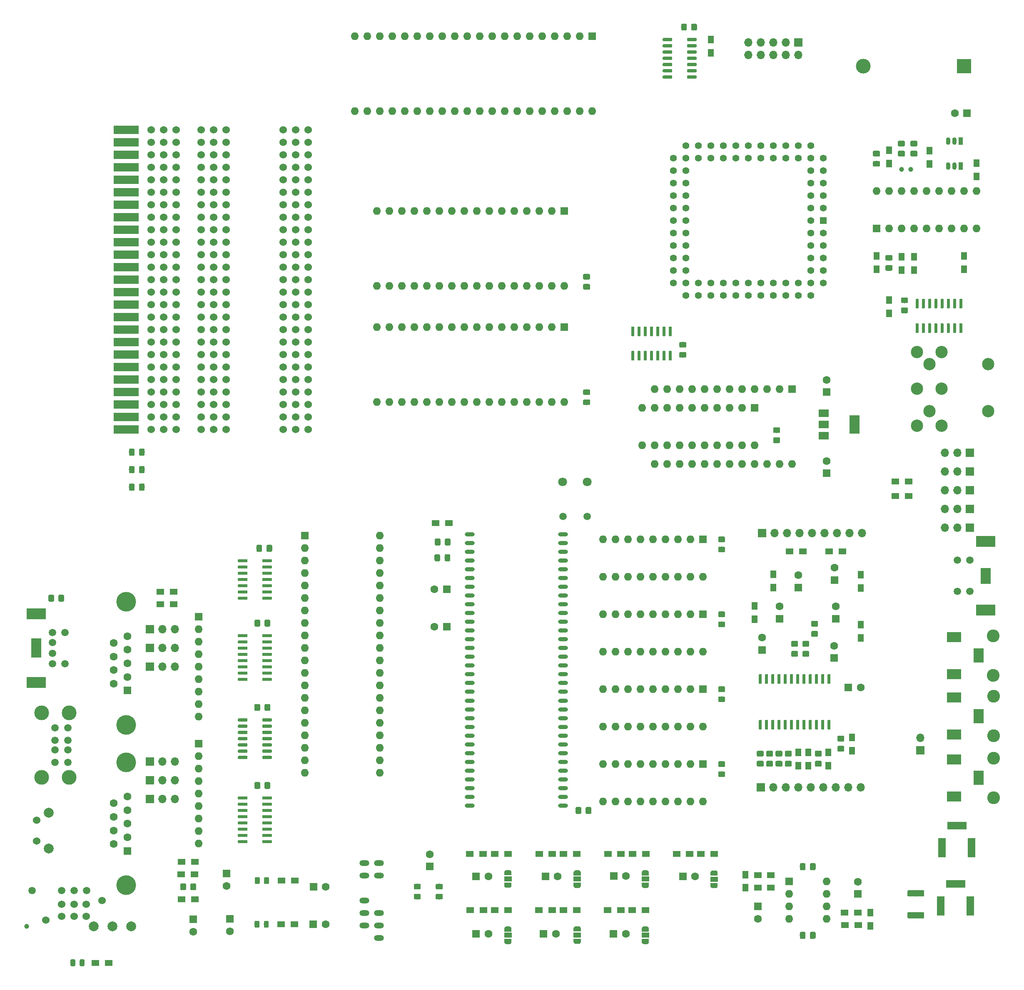
<source format=gbr>
G04 #@! TF.GenerationSoftware,KiCad,Pcbnew,(5.1.4)-1*
G04 #@! TF.CreationDate,2020-04-04T11:31:22+09:00*
G04 #@! TF.ProjectId,RetroConT,52657472-6f43-46f6-9e54-2e6b69636164,rev?*
G04 #@! TF.SameCoordinates,Original*
G04 #@! TF.FileFunction,Soldermask,Top*
G04 #@! TF.FilePolarity,Negative*
%FSLAX46Y46*%
G04 Gerber Fmt 4.6, Leading zero omitted, Abs format (unit mm)*
G04 Created by KiCad (PCBNEW (5.1.4)-1) date 2020-04-04 11:31:22*
%MOMM*%
%LPD*%
G04 APERTURE LIST*
%ADD10C,1.800000*%
%ADD11O,2.000000X1.200000*%
%ADD12R,4.000000X2.169160*%
%ADD13R,2.000000X4.000000*%
%ADD14C,1.500000*%
%ADD15R,3.000000X3.000000*%
%ADD16C,3.000000*%
%ADD17C,1.524000*%
%ADD18C,0.100000*%
%ADD19C,1.150000*%
%ADD20O,2.000000X0.800000*%
%ADD21O,1.600000X1.600000*%
%ADD22R,1.600000X1.600000*%
%ADD23C,1.600000*%
%ADD24C,4.000000*%
%ADD25R,1.998980X3.200400*%
%ADD26C,0.600000*%
%ADD27C,1.422400*%
%ADD28R,1.422400X1.422400*%
%ADD29O,1.700000X1.700000*%
%ADD30R,1.700000X1.700000*%
%ADD31R,2.000000X1.500000*%
%ADD32R,2.000000X3.800000*%
%ADD33C,1.000000*%
%ADD34C,2.000000*%
%ADD35R,5.080000X1.778000*%
%ADD36C,1.300000*%
%ADD37C,0.550000*%
%ADD38R,1.524000X4.000000*%
%ADD39R,4.000000X1.524000*%
%ADD40C,2.500000*%
%ADD41C,0.500000*%
%ADD42R,1.500000X1.000000*%
%ADD43C,0.975000*%
%ADD44R,0.900000X1.500000*%
%ADD45O,0.900000X1.500000*%
%ADD46R,1.300000X1.500000*%
%ADD47R,1.500000X1.300000*%
%ADD48C,2.600000*%
%ADD49R,3.000000X2.000000*%
%ADD50R,2.000000X3.000000*%
G04 APERTURE END LIST*
D10*
X139954000Y-124968000D03*
X134954000Y-124968000D03*
D11*
X97586800Y-217703400D03*
X97586800Y-215163400D03*
X97586800Y-212623400D03*
X97586800Y-205003400D03*
X97586800Y-202463400D03*
D12*
X27972000Y-151765000D03*
X27972000Y-165735000D03*
D13*
X27972000Y-158750000D03*
D14*
X31242000Y-161925000D03*
X31242000Y-155575000D03*
X33782000Y-155575000D03*
X33782000Y-161925000D03*
X31242000Y-159850000D03*
X31242000Y-157650000D03*
D15*
X216535000Y-40355000D03*
D16*
X196045000Y-40355000D03*
D17*
X41300000Y-210110000D03*
X29900000Y-214110000D03*
X33100000Y-210860000D03*
X35600000Y-210860000D03*
X38100000Y-210860000D03*
X33100000Y-213360000D03*
X35600000Y-213360000D03*
X38100000Y-213360000D03*
D18*
G36*
X178934905Y-115877804D02*
G01*
X178959173Y-115881404D01*
X178982972Y-115887365D01*
X179006071Y-115895630D01*
X179028250Y-115906120D01*
X179049293Y-115918732D01*
X179068999Y-115933347D01*
X179087177Y-115949823D01*
X179103653Y-115968001D01*
X179118268Y-115987707D01*
X179130880Y-116008750D01*
X179141370Y-116030929D01*
X179149635Y-116054028D01*
X179155596Y-116077827D01*
X179159196Y-116102095D01*
X179160400Y-116126599D01*
X179160400Y-116776601D01*
X179159196Y-116801105D01*
X179155596Y-116825373D01*
X179149635Y-116849172D01*
X179141370Y-116872271D01*
X179130880Y-116894450D01*
X179118268Y-116915493D01*
X179103653Y-116935199D01*
X179087177Y-116953377D01*
X179068999Y-116969853D01*
X179049293Y-116984468D01*
X179028250Y-116997080D01*
X179006071Y-117007570D01*
X178982972Y-117015835D01*
X178959173Y-117021796D01*
X178934905Y-117025396D01*
X178910401Y-117026600D01*
X178010399Y-117026600D01*
X177985895Y-117025396D01*
X177961627Y-117021796D01*
X177937828Y-117015835D01*
X177914729Y-117007570D01*
X177892550Y-116997080D01*
X177871507Y-116984468D01*
X177851801Y-116969853D01*
X177833623Y-116953377D01*
X177817147Y-116935199D01*
X177802532Y-116915493D01*
X177789920Y-116894450D01*
X177779430Y-116872271D01*
X177771165Y-116849172D01*
X177765204Y-116825373D01*
X177761604Y-116801105D01*
X177760400Y-116776601D01*
X177760400Y-116126599D01*
X177761604Y-116102095D01*
X177765204Y-116077827D01*
X177771165Y-116054028D01*
X177779430Y-116030929D01*
X177789920Y-116008750D01*
X177802532Y-115987707D01*
X177817147Y-115968001D01*
X177833623Y-115949823D01*
X177851801Y-115933347D01*
X177871507Y-115918732D01*
X177892550Y-115906120D01*
X177914729Y-115895630D01*
X177937828Y-115887365D01*
X177961627Y-115881404D01*
X177985895Y-115877804D01*
X178010399Y-115876600D01*
X178910401Y-115876600D01*
X178934905Y-115877804D01*
X178934905Y-115877804D01*
G37*
D19*
X178460400Y-116451600D03*
D18*
G36*
X178934905Y-113827804D02*
G01*
X178959173Y-113831404D01*
X178982972Y-113837365D01*
X179006071Y-113845630D01*
X179028250Y-113856120D01*
X179049293Y-113868732D01*
X179068999Y-113883347D01*
X179087177Y-113899823D01*
X179103653Y-113918001D01*
X179118268Y-113937707D01*
X179130880Y-113958750D01*
X179141370Y-113980929D01*
X179149635Y-114004028D01*
X179155596Y-114027827D01*
X179159196Y-114052095D01*
X179160400Y-114076599D01*
X179160400Y-114726601D01*
X179159196Y-114751105D01*
X179155596Y-114775373D01*
X179149635Y-114799172D01*
X179141370Y-114822271D01*
X179130880Y-114844450D01*
X179118268Y-114865493D01*
X179103653Y-114885199D01*
X179087177Y-114903377D01*
X179068999Y-114919853D01*
X179049293Y-114934468D01*
X179028250Y-114947080D01*
X179006071Y-114957570D01*
X178982972Y-114965835D01*
X178959173Y-114971796D01*
X178934905Y-114975396D01*
X178910401Y-114976600D01*
X178010399Y-114976600D01*
X177985895Y-114975396D01*
X177961627Y-114971796D01*
X177937828Y-114965835D01*
X177914729Y-114957570D01*
X177892550Y-114947080D01*
X177871507Y-114934468D01*
X177851801Y-114919853D01*
X177833623Y-114903377D01*
X177817147Y-114885199D01*
X177802532Y-114865493D01*
X177789920Y-114844450D01*
X177779430Y-114822271D01*
X177771165Y-114799172D01*
X177765204Y-114775373D01*
X177761604Y-114751105D01*
X177760400Y-114726601D01*
X177760400Y-114076599D01*
X177761604Y-114052095D01*
X177765204Y-114027827D01*
X177771165Y-114004028D01*
X177779430Y-113980929D01*
X177789920Y-113958750D01*
X177802532Y-113937707D01*
X177817147Y-113918001D01*
X177833623Y-113899823D01*
X177851801Y-113883347D01*
X177871507Y-113868732D01*
X177892550Y-113856120D01*
X177914729Y-113845630D01*
X177937828Y-113837365D01*
X177961627Y-113831404D01*
X177985895Y-113827804D01*
X178010399Y-113826600D01*
X178910401Y-113826600D01*
X178934905Y-113827804D01*
X178934905Y-113827804D01*
G37*
D19*
X178460400Y-114401600D03*
D20*
X135065000Y-135600000D03*
X116065000Y-135600000D03*
X135065000Y-137380000D03*
X116065000Y-137380000D03*
X135065000Y-139160000D03*
X116065000Y-139160000D03*
X135065000Y-140940000D03*
X116065000Y-140940000D03*
X135065000Y-142720000D03*
X116065000Y-142720000D03*
X135065000Y-144500000D03*
X116065000Y-144500000D03*
X135065000Y-146280000D03*
X116065000Y-146280000D03*
X135065000Y-148060000D03*
X116065000Y-148060000D03*
X135065000Y-149840000D03*
X116065000Y-149840000D03*
X135065000Y-151620000D03*
X116065000Y-151620000D03*
X135065000Y-153400000D03*
X116065000Y-153400000D03*
X135065000Y-155180000D03*
X116065000Y-155180000D03*
X135065000Y-156960000D03*
X116065000Y-156960000D03*
X135065000Y-158740000D03*
X116065000Y-158740000D03*
X135065000Y-160520000D03*
X116065000Y-160520000D03*
X135065000Y-162300000D03*
X116065000Y-162300000D03*
X135065000Y-164080000D03*
X116065000Y-164080000D03*
X135065000Y-165860000D03*
X116065000Y-165860000D03*
X135065000Y-167640000D03*
X116065000Y-167640000D03*
X135065000Y-169420000D03*
X116065000Y-169420000D03*
X135065000Y-171200000D03*
X116065000Y-171200000D03*
X135065000Y-172980000D03*
X116065000Y-172980000D03*
X135065000Y-174760000D03*
X116065000Y-174760000D03*
X135065000Y-176540000D03*
X116065000Y-176540000D03*
X135065000Y-178320000D03*
X116065000Y-178320000D03*
X135065000Y-180100000D03*
X116065000Y-180100000D03*
X135065000Y-181880000D03*
X116065000Y-181880000D03*
X135065000Y-183660000D03*
X116065000Y-183660000D03*
X135065000Y-185440000D03*
X116065000Y-185440000D03*
X135065000Y-187220000D03*
X116065000Y-187220000D03*
X135065000Y-189000000D03*
X116065000Y-189000000D03*
X135065000Y-190780000D03*
X116065000Y-190780000D03*
D21*
X97790000Y-135890000D03*
X82550000Y-184150000D03*
X97790000Y-138430000D03*
X82550000Y-181610000D03*
X97790000Y-140970000D03*
X82550000Y-179070000D03*
X97790000Y-143510000D03*
X82550000Y-176530000D03*
X97790000Y-146050000D03*
X82550000Y-173990000D03*
X97790000Y-148590000D03*
X82550000Y-171450000D03*
X97790000Y-151130000D03*
X82550000Y-168910000D03*
X97790000Y-153670000D03*
X82550000Y-166370000D03*
X97790000Y-156210000D03*
X82550000Y-163830000D03*
X97790000Y-158750000D03*
X82550000Y-161290000D03*
X97790000Y-161290000D03*
X82550000Y-158750000D03*
X97790000Y-163830000D03*
X82550000Y-156210000D03*
X97790000Y-166370000D03*
X82550000Y-153670000D03*
X97790000Y-168910000D03*
X82550000Y-151130000D03*
X97790000Y-171450000D03*
X82550000Y-148590000D03*
X97790000Y-173990000D03*
X82550000Y-146050000D03*
X97790000Y-176530000D03*
X82550000Y-143510000D03*
X97790000Y-179070000D03*
X82550000Y-140970000D03*
X97790000Y-181610000D03*
X82550000Y-138430000D03*
X97790000Y-184150000D03*
D22*
X82550000Y-135890000D03*
X46482000Y-200000000D03*
D23*
X46482000Y-197230000D03*
X46482000Y-194460000D03*
X46482000Y-191690000D03*
X46482000Y-188920000D03*
X43642000Y-198615000D03*
X43642000Y-195845000D03*
X43642000Y-193075000D03*
X43642000Y-190305000D03*
D24*
X46182000Y-206960000D03*
X46182000Y-181960000D03*
D18*
G36*
X58150905Y-206616004D02*
G01*
X58175173Y-206619604D01*
X58198972Y-206625565D01*
X58222071Y-206633830D01*
X58244250Y-206644320D01*
X58265293Y-206656932D01*
X58284999Y-206671547D01*
X58303177Y-206688023D01*
X58319653Y-206706201D01*
X58334268Y-206725907D01*
X58346880Y-206746950D01*
X58357370Y-206769129D01*
X58365635Y-206792228D01*
X58371596Y-206816027D01*
X58375196Y-206840295D01*
X58376400Y-206864799D01*
X58376400Y-207764801D01*
X58375196Y-207789305D01*
X58371596Y-207813573D01*
X58365635Y-207837372D01*
X58357370Y-207860471D01*
X58346880Y-207882650D01*
X58334268Y-207903693D01*
X58319653Y-207923399D01*
X58303177Y-207941577D01*
X58284999Y-207958053D01*
X58265293Y-207972668D01*
X58244250Y-207985280D01*
X58222071Y-207995770D01*
X58198972Y-208004035D01*
X58175173Y-208009996D01*
X58150905Y-208013596D01*
X58126401Y-208014800D01*
X57476399Y-208014800D01*
X57451895Y-208013596D01*
X57427627Y-208009996D01*
X57403828Y-208004035D01*
X57380729Y-207995770D01*
X57358550Y-207985280D01*
X57337507Y-207972668D01*
X57317801Y-207958053D01*
X57299623Y-207941577D01*
X57283147Y-207923399D01*
X57268532Y-207903693D01*
X57255920Y-207882650D01*
X57245430Y-207860471D01*
X57237165Y-207837372D01*
X57231204Y-207813573D01*
X57227604Y-207789305D01*
X57226400Y-207764801D01*
X57226400Y-206864799D01*
X57227604Y-206840295D01*
X57231204Y-206816027D01*
X57237165Y-206792228D01*
X57245430Y-206769129D01*
X57255920Y-206746950D01*
X57268532Y-206725907D01*
X57283147Y-206706201D01*
X57299623Y-206688023D01*
X57317801Y-206671547D01*
X57337507Y-206656932D01*
X57358550Y-206644320D01*
X57380729Y-206633830D01*
X57403828Y-206625565D01*
X57427627Y-206619604D01*
X57451895Y-206616004D01*
X57476399Y-206614800D01*
X58126401Y-206614800D01*
X58150905Y-206616004D01*
X58150905Y-206616004D01*
G37*
D19*
X57801400Y-207314800D03*
D18*
G36*
X60200905Y-206616004D02*
G01*
X60225173Y-206619604D01*
X60248972Y-206625565D01*
X60272071Y-206633830D01*
X60294250Y-206644320D01*
X60315293Y-206656932D01*
X60334999Y-206671547D01*
X60353177Y-206688023D01*
X60369653Y-206706201D01*
X60384268Y-206725907D01*
X60396880Y-206746950D01*
X60407370Y-206769129D01*
X60415635Y-206792228D01*
X60421596Y-206816027D01*
X60425196Y-206840295D01*
X60426400Y-206864799D01*
X60426400Y-207764801D01*
X60425196Y-207789305D01*
X60421596Y-207813573D01*
X60415635Y-207837372D01*
X60407370Y-207860471D01*
X60396880Y-207882650D01*
X60384268Y-207903693D01*
X60369653Y-207923399D01*
X60353177Y-207941577D01*
X60334999Y-207958053D01*
X60315293Y-207972668D01*
X60294250Y-207985280D01*
X60272071Y-207995770D01*
X60248972Y-208004035D01*
X60225173Y-208009996D01*
X60200905Y-208013596D01*
X60176401Y-208014800D01*
X59526399Y-208014800D01*
X59501895Y-208013596D01*
X59477627Y-208009996D01*
X59453828Y-208004035D01*
X59430729Y-207995770D01*
X59408550Y-207985280D01*
X59387507Y-207972668D01*
X59367801Y-207958053D01*
X59349623Y-207941577D01*
X59333147Y-207923399D01*
X59318532Y-207903693D01*
X59305920Y-207882650D01*
X59295430Y-207860471D01*
X59287165Y-207837372D01*
X59281204Y-207813573D01*
X59277604Y-207789305D01*
X59276400Y-207764801D01*
X59276400Y-206864799D01*
X59277604Y-206840295D01*
X59281204Y-206816027D01*
X59287165Y-206792228D01*
X59295430Y-206769129D01*
X59305920Y-206746950D01*
X59318532Y-206725907D01*
X59333147Y-206706201D01*
X59349623Y-206688023D01*
X59367801Y-206671547D01*
X59387507Y-206656932D01*
X59408550Y-206644320D01*
X59430729Y-206633830D01*
X59453828Y-206625565D01*
X59477627Y-206619604D01*
X59501895Y-206616004D01*
X59526399Y-206614800D01*
X60176401Y-206614800D01*
X60200905Y-206616004D01*
X60200905Y-206616004D01*
G37*
D19*
X59851400Y-207314800D03*
D18*
G36*
X201769505Y-80811204D02*
G01*
X201793773Y-80814804D01*
X201817572Y-80820765D01*
X201840671Y-80829030D01*
X201862850Y-80839520D01*
X201883893Y-80852132D01*
X201903599Y-80866747D01*
X201921777Y-80883223D01*
X201938253Y-80901401D01*
X201952868Y-80921107D01*
X201965480Y-80942150D01*
X201975970Y-80964329D01*
X201984235Y-80987428D01*
X201990196Y-81011227D01*
X201993796Y-81035495D01*
X201995000Y-81059999D01*
X201995000Y-81710001D01*
X201993796Y-81734505D01*
X201990196Y-81758773D01*
X201984235Y-81782572D01*
X201975970Y-81805671D01*
X201965480Y-81827850D01*
X201952868Y-81848893D01*
X201938253Y-81868599D01*
X201921777Y-81886777D01*
X201903599Y-81903253D01*
X201883893Y-81917868D01*
X201862850Y-81930480D01*
X201840671Y-81940970D01*
X201817572Y-81949235D01*
X201793773Y-81955196D01*
X201769505Y-81958796D01*
X201745001Y-81960000D01*
X200844999Y-81960000D01*
X200820495Y-81958796D01*
X200796227Y-81955196D01*
X200772428Y-81949235D01*
X200749329Y-81940970D01*
X200727150Y-81930480D01*
X200706107Y-81917868D01*
X200686401Y-81903253D01*
X200668223Y-81886777D01*
X200651747Y-81868599D01*
X200637132Y-81848893D01*
X200624520Y-81827850D01*
X200614030Y-81805671D01*
X200605765Y-81782572D01*
X200599804Y-81758773D01*
X200596204Y-81734505D01*
X200595000Y-81710001D01*
X200595000Y-81059999D01*
X200596204Y-81035495D01*
X200599804Y-81011227D01*
X200605765Y-80987428D01*
X200614030Y-80964329D01*
X200624520Y-80942150D01*
X200637132Y-80921107D01*
X200651747Y-80901401D01*
X200668223Y-80883223D01*
X200686401Y-80866747D01*
X200706107Y-80852132D01*
X200727150Y-80839520D01*
X200749329Y-80829030D01*
X200772428Y-80820765D01*
X200796227Y-80814804D01*
X200820495Y-80811204D01*
X200844999Y-80810000D01*
X201745001Y-80810000D01*
X201769505Y-80811204D01*
X201769505Y-80811204D01*
G37*
D19*
X201295000Y-81385000D03*
D18*
G36*
X201769505Y-78761204D02*
G01*
X201793773Y-78764804D01*
X201817572Y-78770765D01*
X201840671Y-78779030D01*
X201862850Y-78789520D01*
X201883893Y-78802132D01*
X201903599Y-78816747D01*
X201921777Y-78833223D01*
X201938253Y-78851401D01*
X201952868Y-78871107D01*
X201965480Y-78892150D01*
X201975970Y-78914329D01*
X201984235Y-78937428D01*
X201990196Y-78961227D01*
X201993796Y-78985495D01*
X201995000Y-79009999D01*
X201995000Y-79660001D01*
X201993796Y-79684505D01*
X201990196Y-79708773D01*
X201984235Y-79732572D01*
X201975970Y-79755671D01*
X201965480Y-79777850D01*
X201952868Y-79798893D01*
X201938253Y-79818599D01*
X201921777Y-79836777D01*
X201903599Y-79853253D01*
X201883893Y-79867868D01*
X201862850Y-79880480D01*
X201840671Y-79890970D01*
X201817572Y-79899235D01*
X201793773Y-79905196D01*
X201769505Y-79908796D01*
X201745001Y-79910000D01*
X200844999Y-79910000D01*
X200820495Y-79908796D01*
X200796227Y-79905196D01*
X200772428Y-79899235D01*
X200749329Y-79890970D01*
X200727150Y-79880480D01*
X200706107Y-79867868D01*
X200686401Y-79853253D01*
X200668223Y-79836777D01*
X200651747Y-79818599D01*
X200637132Y-79798893D01*
X200624520Y-79777850D01*
X200614030Y-79755671D01*
X200605765Y-79732572D01*
X200599804Y-79708773D01*
X200596204Y-79684505D01*
X200595000Y-79660001D01*
X200595000Y-79009999D01*
X200596204Y-78985495D01*
X200599804Y-78961227D01*
X200605765Y-78937428D01*
X200614030Y-78914329D01*
X200624520Y-78892150D01*
X200637132Y-78871107D01*
X200651747Y-78851401D01*
X200668223Y-78833223D01*
X200686401Y-78816747D01*
X200706107Y-78802132D01*
X200727150Y-78789520D01*
X200749329Y-78779030D01*
X200772428Y-78770765D01*
X200796227Y-78764804D01*
X200820495Y-78761204D01*
X200844999Y-78760000D01*
X201745001Y-78760000D01*
X201769505Y-78761204D01*
X201769505Y-78761204D01*
G37*
D19*
X201295000Y-79335000D03*
D12*
X221000000Y-151035000D03*
X221000000Y-137065000D03*
D25*
X221000000Y-144050000D03*
D14*
X217730000Y-140875000D03*
X217730000Y-147225000D03*
X215190000Y-147225000D03*
X215190000Y-140875000D03*
D18*
G36*
X47702505Y-121729204D02*
G01*
X47726773Y-121732804D01*
X47750572Y-121738765D01*
X47773671Y-121747030D01*
X47795850Y-121757520D01*
X47816893Y-121770132D01*
X47836599Y-121784747D01*
X47854777Y-121801223D01*
X47871253Y-121819401D01*
X47885868Y-121839107D01*
X47898480Y-121860150D01*
X47908970Y-121882329D01*
X47917235Y-121905428D01*
X47923196Y-121929227D01*
X47926796Y-121953495D01*
X47928000Y-121977999D01*
X47928000Y-122878001D01*
X47926796Y-122902505D01*
X47923196Y-122926773D01*
X47917235Y-122950572D01*
X47908970Y-122973671D01*
X47898480Y-122995850D01*
X47885868Y-123016893D01*
X47871253Y-123036599D01*
X47854777Y-123054777D01*
X47836599Y-123071253D01*
X47816893Y-123085868D01*
X47795850Y-123098480D01*
X47773671Y-123108970D01*
X47750572Y-123117235D01*
X47726773Y-123123196D01*
X47702505Y-123126796D01*
X47678001Y-123128000D01*
X47027999Y-123128000D01*
X47003495Y-123126796D01*
X46979227Y-123123196D01*
X46955428Y-123117235D01*
X46932329Y-123108970D01*
X46910150Y-123098480D01*
X46889107Y-123085868D01*
X46869401Y-123071253D01*
X46851223Y-123054777D01*
X46834747Y-123036599D01*
X46820132Y-123016893D01*
X46807520Y-122995850D01*
X46797030Y-122973671D01*
X46788765Y-122950572D01*
X46782804Y-122926773D01*
X46779204Y-122902505D01*
X46778000Y-122878001D01*
X46778000Y-121977999D01*
X46779204Y-121953495D01*
X46782804Y-121929227D01*
X46788765Y-121905428D01*
X46797030Y-121882329D01*
X46807520Y-121860150D01*
X46820132Y-121839107D01*
X46834747Y-121819401D01*
X46851223Y-121801223D01*
X46869401Y-121784747D01*
X46889107Y-121770132D01*
X46910150Y-121757520D01*
X46932329Y-121747030D01*
X46955428Y-121738765D01*
X46979227Y-121732804D01*
X47003495Y-121729204D01*
X47027999Y-121728000D01*
X47678001Y-121728000D01*
X47702505Y-121729204D01*
X47702505Y-121729204D01*
G37*
D19*
X47353000Y-122428000D03*
D18*
G36*
X49752505Y-121729204D02*
G01*
X49776773Y-121732804D01*
X49800572Y-121738765D01*
X49823671Y-121747030D01*
X49845850Y-121757520D01*
X49866893Y-121770132D01*
X49886599Y-121784747D01*
X49904777Y-121801223D01*
X49921253Y-121819401D01*
X49935868Y-121839107D01*
X49948480Y-121860150D01*
X49958970Y-121882329D01*
X49967235Y-121905428D01*
X49973196Y-121929227D01*
X49976796Y-121953495D01*
X49978000Y-121977999D01*
X49978000Y-122878001D01*
X49976796Y-122902505D01*
X49973196Y-122926773D01*
X49967235Y-122950572D01*
X49958970Y-122973671D01*
X49948480Y-122995850D01*
X49935868Y-123016893D01*
X49921253Y-123036599D01*
X49904777Y-123054777D01*
X49886599Y-123071253D01*
X49866893Y-123085868D01*
X49845850Y-123098480D01*
X49823671Y-123108970D01*
X49800572Y-123117235D01*
X49776773Y-123123196D01*
X49752505Y-123126796D01*
X49728001Y-123128000D01*
X49077999Y-123128000D01*
X49053495Y-123126796D01*
X49029227Y-123123196D01*
X49005428Y-123117235D01*
X48982329Y-123108970D01*
X48960150Y-123098480D01*
X48939107Y-123085868D01*
X48919401Y-123071253D01*
X48901223Y-123054777D01*
X48884747Y-123036599D01*
X48870132Y-123016893D01*
X48857520Y-122995850D01*
X48847030Y-122973671D01*
X48838765Y-122950572D01*
X48832804Y-122926773D01*
X48829204Y-122902505D01*
X48828000Y-122878001D01*
X48828000Y-121977999D01*
X48829204Y-121953495D01*
X48832804Y-121929227D01*
X48838765Y-121905428D01*
X48847030Y-121882329D01*
X48857520Y-121860150D01*
X48870132Y-121839107D01*
X48884747Y-121819401D01*
X48901223Y-121801223D01*
X48919401Y-121784747D01*
X48939107Y-121770132D01*
X48960150Y-121757520D01*
X48982329Y-121747030D01*
X49005428Y-121738765D01*
X49029227Y-121732804D01*
X49053495Y-121729204D01*
X49077999Y-121728000D01*
X49728001Y-121728000D01*
X49752505Y-121729204D01*
X49752505Y-121729204D01*
G37*
D19*
X49403000Y-122428000D03*
D18*
G36*
X47702505Y-118173204D02*
G01*
X47726773Y-118176804D01*
X47750572Y-118182765D01*
X47773671Y-118191030D01*
X47795850Y-118201520D01*
X47816893Y-118214132D01*
X47836599Y-118228747D01*
X47854777Y-118245223D01*
X47871253Y-118263401D01*
X47885868Y-118283107D01*
X47898480Y-118304150D01*
X47908970Y-118326329D01*
X47917235Y-118349428D01*
X47923196Y-118373227D01*
X47926796Y-118397495D01*
X47928000Y-118421999D01*
X47928000Y-119322001D01*
X47926796Y-119346505D01*
X47923196Y-119370773D01*
X47917235Y-119394572D01*
X47908970Y-119417671D01*
X47898480Y-119439850D01*
X47885868Y-119460893D01*
X47871253Y-119480599D01*
X47854777Y-119498777D01*
X47836599Y-119515253D01*
X47816893Y-119529868D01*
X47795850Y-119542480D01*
X47773671Y-119552970D01*
X47750572Y-119561235D01*
X47726773Y-119567196D01*
X47702505Y-119570796D01*
X47678001Y-119572000D01*
X47027999Y-119572000D01*
X47003495Y-119570796D01*
X46979227Y-119567196D01*
X46955428Y-119561235D01*
X46932329Y-119552970D01*
X46910150Y-119542480D01*
X46889107Y-119529868D01*
X46869401Y-119515253D01*
X46851223Y-119498777D01*
X46834747Y-119480599D01*
X46820132Y-119460893D01*
X46807520Y-119439850D01*
X46797030Y-119417671D01*
X46788765Y-119394572D01*
X46782804Y-119370773D01*
X46779204Y-119346505D01*
X46778000Y-119322001D01*
X46778000Y-118421999D01*
X46779204Y-118397495D01*
X46782804Y-118373227D01*
X46788765Y-118349428D01*
X46797030Y-118326329D01*
X46807520Y-118304150D01*
X46820132Y-118283107D01*
X46834747Y-118263401D01*
X46851223Y-118245223D01*
X46869401Y-118228747D01*
X46889107Y-118214132D01*
X46910150Y-118201520D01*
X46932329Y-118191030D01*
X46955428Y-118182765D01*
X46979227Y-118176804D01*
X47003495Y-118173204D01*
X47027999Y-118172000D01*
X47678001Y-118172000D01*
X47702505Y-118173204D01*
X47702505Y-118173204D01*
G37*
D19*
X47353000Y-118872000D03*
D18*
G36*
X49752505Y-118173204D02*
G01*
X49776773Y-118176804D01*
X49800572Y-118182765D01*
X49823671Y-118191030D01*
X49845850Y-118201520D01*
X49866893Y-118214132D01*
X49886599Y-118228747D01*
X49904777Y-118245223D01*
X49921253Y-118263401D01*
X49935868Y-118283107D01*
X49948480Y-118304150D01*
X49958970Y-118326329D01*
X49967235Y-118349428D01*
X49973196Y-118373227D01*
X49976796Y-118397495D01*
X49978000Y-118421999D01*
X49978000Y-119322001D01*
X49976796Y-119346505D01*
X49973196Y-119370773D01*
X49967235Y-119394572D01*
X49958970Y-119417671D01*
X49948480Y-119439850D01*
X49935868Y-119460893D01*
X49921253Y-119480599D01*
X49904777Y-119498777D01*
X49886599Y-119515253D01*
X49866893Y-119529868D01*
X49845850Y-119542480D01*
X49823671Y-119552970D01*
X49800572Y-119561235D01*
X49776773Y-119567196D01*
X49752505Y-119570796D01*
X49728001Y-119572000D01*
X49077999Y-119572000D01*
X49053495Y-119570796D01*
X49029227Y-119567196D01*
X49005428Y-119561235D01*
X48982329Y-119552970D01*
X48960150Y-119542480D01*
X48939107Y-119529868D01*
X48919401Y-119515253D01*
X48901223Y-119498777D01*
X48884747Y-119480599D01*
X48870132Y-119460893D01*
X48857520Y-119439850D01*
X48847030Y-119417671D01*
X48838765Y-119394572D01*
X48832804Y-119370773D01*
X48829204Y-119346505D01*
X48828000Y-119322001D01*
X48828000Y-118421999D01*
X48829204Y-118397495D01*
X48832804Y-118373227D01*
X48838765Y-118349428D01*
X48847030Y-118326329D01*
X48857520Y-118304150D01*
X48870132Y-118283107D01*
X48884747Y-118263401D01*
X48901223Y-118245223D01*
X48919401Y-118228747D01*
X48939107Y-118214132D01*
X48960150Y-118201520D01*
X48982329Y-118191030D01*
X49005428Y-118182765D01*
X49029227Y-118176804D01*
X49053495Y-118173204D01*
X49077999Y-118172000D01*
X49728001Y-118172000D01*
X49752505Y-118173204D01*
X49752505Y-118173204D01*
G37*
D19*
X49403000Y-118872000D03*
D18*
G36*
X49752505Y-125285204D02*
G01*
X49776773Y-125288804D01*
X49800572Y-125294765D01*
X49823671Y-125303030D01*
X49845850Y-125313520D01*
X49866893Y-125326132D01*
X49886599Y-125340747D01*
X49904777Y-125357223D01*
X49921253Y-125375401D01*
X49935868Y-125395107D01*
X49948480Y-125416150D01*
X49958970Y-125438329D01*
X49967235Y-125461428D01*
X49973196Y-125485227D01*
X49976796Y-125509495D01*
X49978000Y-125533999D01*
X49978000Y-126434001D01*
X49976796Y-126458505D01*
X49973196Y-126482773D01*
X49967235Y-126506572D01*
X49958970Y-126529671D01*
X49948480Y-126551850D01*
X49935868Y-126572893D01*
X49921253Y-126592599D01*
X49904777Y-126610777D01*
X49886599Y-126627253D01*
X49866893Y-126641868D01*
X49845850Y-126654480D01*
X49823671Y-126664970D01*
X49800572Y-126673235D01*
X49776773Y-126679196D01*
X49752505Y-126682796D01*
X49728001Y-126684000D01*
X49077999Y-126684000D01*
X49053495Y-126682796D01*
X49029227Y-126679196D01*
X49005428Y-126673235D01*
X48982329Y-126664970D01*
X48960150Y-126654480D01*
X48939107Y-126641868D01*
X48919401Y-126627253D01*
X48901223Y-126610777D01*
X48884747Y-126592599D01*
X48870132Y-126572893D01*
X48857520Y-126551850D01*
X48847030Y-126529671D01*
X48838765Y-126506572D01*
X48832804Y-126482773D01*
X48829204Y-126458505D01*
X48828000Y-126434001D01*
X48828000Y-125533999D01*
X48829204Y-125509495D01*
X48832804Y-125485227D01*
X48838765Y-125461428D01*
X48847030Y-125438329D01*
X48857520Y-125416150D01*
X48870132Y-125395107D01*
X48884747Y-125375401D01*
X48901223Y-125357223D01*
X48919401Y-125340747D01*
X48939107Y-125326132D01*
X48960150Y-125313520D01*
X48982329Y-125303030D01*
X49005428Y-125294765D01*
X49029227Y-125288804D01*
X49053495Y-125285204D01*
X49077999Y-125284000D01*
X49728001Y-125284000D01*
X49752505Y-125285204D01*
X49752505Y-125285204D01*
G37*
D19*
X49403000Y-125984000D03*
D18*
G36*
X47702505Y-125285204D02*
G01*
X47726773Y-125288804D01*
X47750572Y-125294765D01*
X47773671Y-125303030D01*
X47795850Y-125313520D01*
X47816893Y-125326132D01*
X47836599Y-125340747D01*
X47854777Y-125357223D01*
X47871253Y-125375401D01*
X47885868Y-125395107D01*
X47898480Y-125416150D01*
X47908970Y-125438329D01*
X47917235Y-125461428D01*
X47923196Y-125485227D01*
X47926796Y-125509495D01*
X47928000Y-125533999D01*
X47928000Y-126434001D01*
X47926796Y-126458505D01*
X47923196Y-126482773D01*
X47917235Y-126506572D01*
X47908970Y-126529671D01*
X47898480Y-126551850D01*
X47885868Y-126572893D01*
X47871253Y-126592599D01*
X47854777Y-126610777D01*
X47836599Y-126627253D01*
X47816893Y-126641868D01*
X47795850Y-126654480D01*
X47773671Y-126664970D01*
X47750572Y-126673235D01*
X47726773Y-126679196D01*
X47702505Y-126682796D01*
X47678001Y-126684000D01*
X47027999Y-126684000D01*
X47003495Y-126682796D01*
X46979227Y-126679196D01*
X46955428Y-126673235D01*
X46932329Y-126664970D01*
X46910150Y-126654480D01*
X46889107Y-126641868D01*
X46869401Y-126627253D01*
X46851223Y-126610777D01*
X46834747Y-126592599D01*
X46820132Y-126572893D01*
X46807520Y-126551850D01*
X46797030Y-126529671D01*
X46788765Y-126506572D01*
X46782804Y-126482773D01*
X46779204Y-126458505D01*
X46778000Y-126434001D01*
X46778000Y-125533999D01*
X46779204Y-125509495D01*
X46782804Y-125485227D01*
X46788765Y-125461428D01*
X46797030Y-125438329D01*
X46807520Y-125416150D01*
X46820132Y-125395107D01*
X46834747Y-125375401D01*
X46851223Y-125357223D01*
X46869401Y-125340747D01*
X46889107Y-125326132D01*
X46910150Y-125313520D01*
X46932329Y-125303030D01*
X46955428Y-125294765D01*
X46979227Y-125288804D01*
X47003495Y-125285204D01*
X47027999Y-125284000D01*
X47678001Y-125284000D01*
X47702505Y-125285204D01*
X47702505Y-125285204D01*
G37*
D19*
X47353000Y-125984000D03*
D18*
G36*
X70754703Y-140670722D02*
G01*
X70769264Y-140672882D01*
X70783543Y-140676459D01*
X70797403Y-140681418D01*
X70810710Y-140687712D01*
X70823336Y-140695280D01*
X70835159Y-140704048D01*
X70846066Y-140713934D01*
X70855952Y-140724841D01*
X70864720Y-140736664D01*
X70872288Y-140749290D01*
X70878582Y-140762597D01*
X70883541Y-140776457D01*
X70887118Y-140790736D01*
X70889278Y-140805297D01*
X70890000Y-140820000D01*
X70890000Y-141120000D01*
X70889278Y-141134703D01*
X70887118Y-141149264D01*
X70883541Y-141163543D01*
X70878582Y-141177403D01*
X70872288Y-141190710D01*
X70864720Y-141203336D01*
X70855952Y-141215159D01*
X70846066Y-141226066D01*
X70835159Y-141235952D01*
X70823336Y-141244720D01*
X70810710Y-141252288D01*
X70797403Y-141258582D01*
X70783543Y-141263541D01*
X70769264Y-141267118D01*
X70754703Y-141269278D01*
X70740000Y-141270000D01*
X69090000Y-141270000D01*
X69075297Y-141269278D01*
X69060736Y-141267118D01*
X69046457Y-141263541D01*
X69032597Y-141258582D01*
X69019290Y-141252288D01*
X69006664Y-141244720D01*
X68994841Y-141235952D01*
X68983934Y-141226066D01*
X68974048Y-141215159D01*
X68965280Y-141203336D01*
X68957712Y-141190710D01*
X68951418Y-141177403D01*
X68946459Y-141163543D01*
X68942882Y-141149264D01*
X68940722Y-141134703D01*
X68940000Y-141120000D01*
X68940000Y-140820000D01*
X68940722Y-140805297D01*
X68942882Y-140790736D01*
X68946459Y-140776457D01*
X68951418Y-140762597D01*
X68957712Y-140749290D01*
X68965280Y-140736664D01*
X68974048Y-140724841D01*
X68983934Y-140713934D01*
X68994841Y-140704048D01*
X69006664Y-140695280D01*
X69019290Y-140687712D01*
X69032597Y-140681418D01*
X69046457Y-140676459D01*
X69060736Y-140672882D01*
X69075297Y-140670722D01*
X69090000Y-140670000D01*
X70740000Y-140670000D01*
X70754703Y-140670722D01*
X70754703Y-140670722D01*
G37*
D26*
X69915000Y-140970000D03*
D18*
G36*
X70754703Y-141940722D02*
G01*
X70769264Y-141942882D01*
X70783543Y-141946459D01*
X70797403Y-141951418D01*
X70810710Y-141957712D01*
X70823336Y-141965280D01*
X70835159Y-141974048D01*
X70846066Y-141983934D01*
X70855952Y-141994841D01*
X70864720Y-142006664D01*
X70872288Y-142019290D01*
X70878582Y-142032597D01*
X70883541Y-142046457D01*
X70887118Y-142060736D01*
X70889278Y-142075297D01*
X70890000Y-142090000D01*
X70890000Y-142390000D01*
X70889278Y-142404703D01*
X70887118Y-142419264D01*
X70883541Y-142433543D01*
X70878582Y-142447403D01*
X70872288Y-142460710D01*
X70864720Y-142473336D01*
X70855952Y-142485159D01*
X70846066Y-142496066D01*
X70835159Y-142505952D01*
X70823336Y-142514720D01*
X70810710Y-142522288D01*
X70797403Y-142528582D01*
X70783543Y-142533541D01*
X70769264Y-142537118D01*
X70754703Y-142539278D01*
X70740000Y-142540000D01*
X69090000Y-142540000D01*
X69075297Y-142539278D01*
X69060736Y-142537118D01*
X69046457Y-142533541D01*
X69032597Y-142528582D01*
X69019290Y-142522288D01*
X69006664Y-142514720D01*
X68994841Y-142505952D01*
X68983934Y-142496066D01*
X68974048Y-142485159D01*
X68965280Y-142473336D01*
X68957712Y-142460710D01*
X68951418Y-142447403D01*
X68946459Y-142433543D01*
X68942882Y-142419264D01*
X68940722Y-142404703D01*
X68940000Y-142390000D01*
X68940000Y-142090000D01*
X68940722Y-142075297D01*
X68942882Y-142060736D01*
X68946459Y-142046457D01*
X68951418Y-142032597D01*
X68957712Y-142019290D01*
X68965280Y-142006664D01*
X68974048Y-141994841D01*
X68983934Y-141983934D01*
X68994841Y-141974048D01*
X69006664Y-141965280D01*
X69019290Y-141957712D01*
X69032597Y-141951418D01*
X69046457Y-141946459D01*
X69060736Y-141942882D01*
X69075297Y-141940722D01*
X69090000Y-141940000D01*
X70740000Y-141940000D01*
X70754703Y-141940722D01*
X70754703Y-141940722D01*
G37*
D26*
X69915000Y-142240000D03*
D18*
G36*
X70754703Y-143210722D02*
G01*
X70769264Y-143212882D01*
X70783543Y-143216459D01*
X70797403Y-143221418D01*
X70810710Y-143227712D01*
X70823336Y-143235280D01*
X70835159Y-143244048D01*
X70846066Y-143253934D01*
X70855952Y-143264841D01*
X70864720Y-143276664D01*
X70872288Y-143289290D01*
X70878582Y-143302597D01*
X70883541Y-143316457D01*
X70887118Y-143330736D01*
X70889278Y-143345297D01*
X70890000Y-143360000D01*
X70890000Y-143660000D01*
X70889278Y-143674703D01*
X70887118Y-143689264D01*
X70883541Y-143703543D01*
X70878582Y-143717403D01*
X70872288Y-143730710D01*
X70864720Y-143743336D01*
X70855952Y-143755159D01*
X70846066Y-143766066D01*
X70835159Y-143775952D01*
X70823336Y-143784720D01*
X70810710Y-143792288D01*
X70797403Y-143798582D01*
X70783543Y-143803541D01*
X70769264Y-143807118D01*
X70754703Y-143809278D01*
X70740000Y-143810000D01*
X69090000Y-143810000D01*
X69075297Y-143809278D01*
X69060736Y-143807118D01*
X69046457Y-143803541D01*
X69032597Y-143798582D01*
X69019290Y-143792288D01*
X69006664Y-143784720D01*
X68994841Y-143775952D01*
X68983934Y-143766066D01*
X68974048Y-143755159D01*
X68965280Y-143743336D01*
X68957712Y-143730710D01*
X68951418Y-143717403D01*
X68946459Y-143703543D01*
X68942882Y-143689264D01*
X68940722Y-143674703D01*
X68940000Y-143660000D01*
X68940000Y-143360000D01*
X68940722Y-143345297D01*
X68942882Y-143330736D01*
X68946459Y-143316457D01*
X68951418Y-143302597D01*
X68957712Y-143289290D01*
X68965280Y-143276664D01*
X68974048Y-143264841D01*
X68983934Y-143253934D01*
X68994841Y-143244048D01*
X69006664Y-143235280D01*
X69019290Y-143227712D01*
X69032597Y-143221418D01*
X69046457Y-143216459D01*
X69060736Y-143212882D01*
X69075297Y-143210722D01*
X69090000Y-143210000D01*
X70740000Y-143210000D01*
X70754703Y-143210722D01*
X70754703Y-143210722D01*
G37*
D26*
X69915000Y-143510000D03*
D18*
G36*
X70754703Y-144480722D02*
G01*
X70769264Y-144482882D01*
X70783543Y-144486459D01*
X70797403Y-144491418D01*
X70810710Y-144497712D01*
X70823336Y-144505280D01*
X70835159Y-144514048D01*
X70846066Y-144523934D01*
X70855952Y-144534841D01*
X70864720Y-144546664D01*
X70872288Y-144559290D01*
X70878582Y-144572597D01*
X70883541Y-144586457D01*
X70887118Y-144600736D01*
X70889278Y-144615297D01*
X70890000Y-144630000D01*
X70890000Y-144930000D01*
X70889278Y-144944703D01*
X70887118Y-144959264D01*
X70883541Y-144973543D01*
X70878582Y-144987403D01*
X70872288Y-145000710D01*
X70864720Y-145013336D01*
X70855952Y-145025159D01*
X70846066Y-145036066D01*
X70835159Y-145045952D01*
X70823336Y-145054720D01*
X70810710Y-145062288D01*
X70797403Y-145068582D01*
X70783543Y-145073541D01*
X70769264Y-145077118D01*
X70754703Y-145079278D01*
X70740000Y-145080000D01*
X69090000Y-145080000D01*
X69075297Y-145079278D01*
X69060736Y-145077118D01*
X69046457Y-145073541D01*
X69032597Y-145068582D01*
X69019290Y-145062288D01*
X69006664Y-145054720D01*
X68994841Y-145045952D01*
X68983934Y-145036066D01*
X68974048Y-145025159D01*
X68965280Y-145013336D01*
X68957712Y-145000710D01*
X68951418Y-144987403D01*
X68946459Y-144973543D01*
X68942882Y-144959264D01*
X68940722Y-144944703D01*
X68940000Y-144930000D01*
X68940000Y-144630000D01*
X68940722Y-144615297D01*
X68942882Y-144600736D01*
X68946459Y-144586457D01*
X68951418Y-144572597D01*
X68957712Y-144559290D01*
X68965280Y-144546664D01*
X68974048Y-144534841D01*
X68983934Y-144523934D01*
X68994841Y-144514048D01*
X69006664Y-144505280D01*
X69019290Y-144497712D01*
X69032597Y-144491418D01*
X69046457Y-144486459D01*
X69060736Y-144482882D01*
X69075297Y-144480722D01*
X69090000Y-144480000D01*
X70740000Y-144480000D01*
X70754703Y-144480722D01*
X70754703Y-144480722D01*
G37*
D26*
X69915000Y-144780000D03*
D18*
G36*
X70754703Y-145750722D02*
G01*
X70769264Y-145752882D01*
X70783543Y-145756459D01*
X70797403Y-145761418D01*
X70810710Y-145767712D01*
X70823336Y-145775280D01*
X70835159Y-145784048D01*
X70846066Y-145793934D01*
X70855952Y-145804841D01*
X70864720Y-145816664D01*
X70872288Y-145829290D01*
X70878582Y-145842597D01*
X70883541Y-145856457D01*
X70887118Y-145870736D01*
X70889278Y-145885297D01*
X70890000Y-145900000D01*
X70890000Y-146200000D01*
X70889278Y-146214703D01*
X70887118Y-146229264D01*
X70883541Y-146243543D01*
X70878582Y-146257403D01*
X70872288Y-146270710D01*
X70864720Y-146283336D01*
X70855952Y-146295159D01*
X70846066Y-146306066D01*
X70835159Y-146315952D01*
X70823336Y-146324720D01*
X70810710Y-146332288D01*
X70797403Y-146338582D01*
X70783543Y-146343541D01*
X70769264Y-146347118D01*
X70754703Y-146349278D01*
X70740000Y-146350000D01*
X69090000Y-146350000D01*
X69075297Y-146349278D01*
X69060736Y-146347118D01*
X69046457Y-146343541D01*
X69032597Y-146338582D01*
X69019290Y-146332288D01*
X69006664Y-146324720D01*
X68994841Y-146315952D01*
X68983934Y-146306066D01*
X68974048Y-146295159D01*
X68965280Y-146283336D01*
X68957712Y-146270710D01*
X68951418Y-146257403D01*
X68946459Y-146243543D01*
X68942882Y-146229264D01*
X68940722Y-146214703D01*
X68940000Y-146200000D01*
X68940000Y-145900000D01*
X68940722Y-145885297D01*
X68942882Y-145870736D01*
X68946459Y-145856457D01*
X68951418Y-145842597D01*
X68957712Y-145829290D01*
X68965280Y-145816664D01*
X68974048Y-145804841D01*
X68983934Y-145793934D01*
X68994841Y-145784048D01*
X69006664Y-145775280D01*
X69019290Y-145767712D01*
X69032597Y-145761418D01*
X69046457Y-145756459D01*
X69060736Y-145752882D01*
X69075297Y-145750722D01*
X69090000Y-145750000D01*
X70740000Y-145750000D01*
X70754703Y-145750722D01*
X70754703Y-145750722D01*
G37*
D26*
X69915000Y-146050000D03*
D18*
G36*
X70754703Y-147020722D02*
G01*
X70769264Y-147022882D01*
X70783543Y-147026459D01*
X70797403Y-147031418D01*
X70810710Y-147037712D01*
X70823336Y-147045280D01*
X70835159Y-147054048D01*
X70846066Y-147063934D01*
X70855952Y-147074841D01*
X70864720Y-147086664D01*
X70872288Y-147099290D01*
X70878582Y-147112597D01*
X70883541Y-147126457D01*
X70887118Y-147140736D01*
X70889278Y-147155297D01*
X70890000Y-147170000D01*
X70890000Y-147470000D01*
X70889278Y-147484703D01*
X70887118Y-147499264D01*
X70883541Y-147513543D01*
X70878582Y-147527403D01*
X70872288Y-147540710D01*
X70864720Y-147553336D01*
X70855952Y-147565159D01*
X70846066Y-147576066D01*
X70835159Y-147585952D01*
X70823336Y-147594720D01*
X70810710Y-147602288D01*
X70797403Y-147608582D01*
X70783543Y-147613541D01*
X70769264Y-147617118D01*
X70754703Y-147619278D01*
X70740000Y-147620000D01*
X69090000Y-147620000D01*
X69075297Y-147619278D01*
X69060736Y-147617118D01*
X69046457Y-147613541D01*
X69032597Y-147608582D01*
X69019290Y-147602288D01*
X69006664Y-147594720D01*
X68994841Y-147585952D01*
X68983934Y-147576066D01*
X68974048Y-147565159D01*
X68965280Y-147553336D01*
X68957712Y-147540710D01*
X68951418Y-147527403D01*
X68946459Y-147513543D01*
X68942882Y-147499264D01*
X68940722Y-147484703D01*
X68940000Y-147470000D01*
X68940000Y-147170000D01*
X68940722Y-147155297D01*
X68942882Y-147140736D01*
X68946459Y-147126457D01*
X68951418Y-147112597D01*
X68957712Y-147099290D01*
X68965280Y-147086664D01*
X68974048Y-147074841D01*
X68983934Y-147063934D01*
X68994841Y-147054048D01*
X69006664Y-147045280D01*
X69019290Y-147037712D01*
X69032597Y-147031418D01*
X69046457Y-147026459D01*
X69060736Y-147022882D01*
X69075297Y-147020722D01*
X69090000Y-147020000D01*
X70740000Y-147020000D01*
X70754703Y-147020722D01*
X70754703Y-147020722D01*
G37*
D26*
X69915000Y-147320000D03*
D18*
G36*
X70754703Y-148290722D02*
G01*
X70769264Y-148292882D01*
X70783543Y-148296459D01*
X70797403Y-148301418D01*
X70810710Y-148307712D01*
X70823336Y-148315280D01*
X70835159Y-148324048D01*
X70846066Y-148333934D01*
X70855952Y-148344841D01*
X70864720Y-148356664D01*
X70872288Y-148369290D01*
X70878582Y-148382597D01*
X70883541Y-148396457D01*
X70887118Y-148410736D01*
X70889278Y-148425297D01*
X70890000Y-148440000D01*
X70890000Y-148740000D01*
X70889278Y-148754703D01*
X70887118Y-148769264D01*
X70883541Y-148783543D01*
X70878582Y-148797403D01*
X70872288Y-148810710D01*
X70864720Y-148823336D01*
X70855952Y-148835159D01*
X70846066Y-148846066D01*
X70835159Y-148855952D01*
X70823336Y-148864720D01*
X70810710Y-148872288D01*
X70797403Y-148878582D01*
X70783543Y-148883541D01*
X70769264Y-148887118D01*
X70754703Y-148889278D01*
X70740000Y-148890000D01*
X69090000Y-148890000D01*
X69075297Y-148889278D01*
X69060736Y-148887118D01*
X69046457Y-148883541D01*
X69032597Y-148878582D01*
X69019290Y-148872288D01*
X69006664Y-148864720D01*
X68994841Y-148855952D01*
X68983934Y-148846066D01*
X68974048Y-148835159D01*
X68965280Y-148823336D01*
X68957712Y-148810710D01*
X68951418Y-148797403D01*
X68946459Y-148783543D01*
X68942882Y-148769264D01*
X68940722Y-148754703D01*
X68940000Y-148740000D01*
X68940000Y-148440000D01*
X68940722Y-148425297D01*
X68942882Y-148410736D01*
X68946459Y-148396457D01*
X68951418Y-148382597D01*
X68957712Y-148369290D01*
X68965280Y-148356664D01*
X68974048Y-148344841D01*
X68983934Y-148333934D01*
X68994841Y-148324048D01*
X69006664Y-148315280D01*
X69019290Y-148307712D01*
X69032597Y-148301418D01*
X69046457Y-148296459D01*
X69060736Y-148292882D01*
X69075297Y-148290722D01*
X69090000Y-148290000D01*
X70740000Y-148290000D01*
X70754703Y-148290722D01*
X70754703Y-148290722D01*
G37*
D26*
X69915000Y-148590000D03*
D18*
G36*
X75704703Y-148290722D02*
G01*
X75719264Y-148292882D01*
X75733543Y-148296459D01*
X75747403Y-148301418D01*
X75760710Y-148307712D01*
X75773336Y-148315280D01*
X75785159Y-148324048D01*
X75796066Y-148333934D01*
X75805952Y-148344841D01*
X75814720Y-148356664D01*
X75822288Y-148369290D01*
X75828582Y-148382597D01*
X75833541Y-148396457D01*
X75837118Y-148410736D01*
X75839278Y-148425297D01*
X75840000Y-148440000D01*
X75840000Y-148740000D01*
X75839278Y-148754703D01*
X75837118Y-148769264D01*
X75833541Y-148783543D01*
X75828582Y-148797403D01*
X75822288Y-148810710D01*
X75814720Y-148823336D01*
X75805952Y-148835159D01*
X75796066Y-148846066D01*
X75785159Y-148855952D01*
X75773336Y-148864720D01*
X75760710Y-148872288D01*
X75747403Y-148878582D01*
X75733543Y-148883541D01*
X75719264Y-148887118D01*
X75704703Y-148889278D01*
X75690000Y-148890000D01*
X74040000Y-148890000D01*
X74025297Y-148889278D01*
X74010736Y-148887118D01*
X73996457Y-148883541D01*
X73982597Y-148878582D01*
X73969290Y-148872288D01*
X73956664Y-148864720D01*
X73944841Y-148855952D01*
X73933934Y-148846066D01*
X73924048Y-148835159D01*
X73915280Y-148823336D01*
X73907712Y-148810710D01*
X73901418Y-148797403D01*
X73896459Y-148783543D01*
X73892882Y-148769264D01*
X73890722Y-148754703D01*
X73890000Y-148740000D01*
X73890000Y-148440000D01*
X73890722Y-148425297D01*
X73892882Y-148410736D01*
X73896459Y-148396457D01*
X73901418Y-148382597D01*
X73907712Y-148369290D01*
X73915280Y-148356664D01*
X73924048Y-148344841D01*
X73933934Y-148333934D01*
X73944841Y-148324048D01*
X73956664Y-148315280D01*
X73969290Y-148307712D01*
X73982597Y-148301418D01*
X73996457Y-148296459D01*
X74010736Y-148292882D01*
X74025297Y-148290722D01*
X74040000Y-148290000D01*
X75690000Y-148290000D01*
X75704703Y-148290722D01*
X75704703Y-148290722D01*
G37*
D26*
X74865000Y-148590000D03*
D18*
G36*
X75704703Y-147020722D02*
G01*
X75719264Y-147022882D01*
X75733543Y-147026459D01*
X75747403Y-147031418D01*
X75760710Y-147037712D01*
X75773336Y-147045280D01*
X75785159Y-147054048D01*
X75796066Y-147063934D01*
X75805952Y-147074841D01*
X75814720Y-147086664D01*
X75822288Y-147099290D01*
X75828582Y-147112597D01*
X75833541Y-147126457D01*
X75837118Y-147140736D01*
X75839278Y-147155297D01*
X75840000Y-147170000D01*
X75840000Y-147470000D01*
X75839278Y-147484703D01*
X75837118Y-147499264D01*
X75833541Y-147513543D01*
X75828582Y-147527403D01*
X75822288Y-147540710D01*
X75814720Y-147553336D01*
X75805952Y-147565159D01*
X75796066Y-147576066D01*
X75785159Y-147585952D01*
X75773336Y-147594720D01*
X75760710Y-147602288D01*
X75747403Y-147608582D01*
X75733543Y-147613541D01*
X75719264Y-147617118D01*
X75704703Y-147619278D01*
X75690000Y-147620000D01*
X74040000Y-147620000D01*
X74025297Y-147619278D01*
X74010736Y-147617118D01*
X73996457Y-147613541D01*
X73982597Y-147608582D01*
X73969290Y-147602288D01*
X73956664Y-147594720D01*
X73944841Y-147585952D01*
X73933934Y-147576066D01*
X73924048Y-147565159D01*
X73915280Y-147553336D01*
X73907712Y-147540710D01*
X73901418Y-147527403D01*
X73896459Y-147513543D01*
X73892882Y-147499264D01*
X73890722Y-147484703D01*
X73890000Y-147470000D01*
X73890000Y-147170000D01*
X73890722Y-147155297D01*
X73892882Y-147140736D01*
X73896459Y-147126457D01*
X73901418Y-147112597D01*
X73907712Y-147099290D01*
X73915280Y-147086664D01*
X73924048Y-147074841D01*
X73933934Y-147063934D01*
X73944841Y-147054048D01*
X73956664Y-147045280D01*
X73969290Y-147037712D01*
X73982597Y-147031418D01*
X73996457Y-147026459D01*
X74010736Y-147022882D01*
X74025297Y-147020722D01*
X74040000Y-147020000D01*
X75690000Y-147020000D01*
X75704703Y-147020722D01*
X75704703Y-147020722D01*
G37*
D26*
X74865000Y-147320000D03*
D18*
G36*
X75704703Y-145750722D02*
G01*
X75719264Y-145752882D01*
X75733543Y-145756459D01*
X75747403Y-145761418D01*
X75760710Y-145767712D01*
X75773336Y-145775280D01*
X75785159Y-145784048D01*
X75796066Y-145793934D01*
X75805952Y-145804841D01*
X75814720Y-145816664D01*
X75822288Y-145829290D01*
X75828582Y-145842597D01*
X75833541Y-145856457D01*
X75837118Y-145870736D01*
X75839278Y-145885297D01*
X75840000Y-145900000D01*
X75840000Y-146200000D01*
X75839278Y-146214703D01*
X75837118Y-146229264D01*
X75833541Y-146243543D01*
X75828582Y-146257403D01*
X75822288Y-146270710D01*
X75814720Y-146283336D01*
X75805952Y-146295159D01*
X75796066Y-146306066D01*
X75785159Y-146315952D01*
X75773336Y-146324720D01*
X75760710Y-146332288D01*
X75747403Y-146338582D01*
X75733543Y-146343541D01*
X75719264Y-146347118D01*
X75704703Y-146349278D01*
X75690000Y-146350000D01*
X74040000Y-146350000D01*
X74025297Y-146349278D01*
X74010736Y-146347118D01*
X73996457Y-146343541D01*
X73982597Y-146338582D01*
X73969290Y-146332288D01*
X73956664Y-146324720D01*
X73944841Y-146315952D01*
X73933934Y-146306066D01*
X73924048Y-146295159D01*
X73915280Y-146283336D01*
X73907712Y-146270710D01*
X73901418Y-146257403D01*
X73896459Y-146243543D01*
X73892882Y-146229264D01*
X73890722Y-146214703D01*
X73890000Y-146200000D01*
X73890000Y-145900000D01*
X73890722Y-145885297D01*
X73892882Y-145870736D01*
X73896459Y-145856457D01*
X73901418Y-145842597D01*
X73907712Y-145829290D01*
X73915280Y-145816664D01*
X73924048Y-145804841D01*
X73933934Y-145793934D01*
X73944841Y-145784048D01*
X73956664Y-145775280D01*
X73969290Y-145767712D01*
X73982597Y-145761418D01*
X73996457Y-145756459D01*
X74010736Y-145752882D01*
X74025297Y-145750722D01*
X74040000Y-145750000D01*
X75690000Y-145750000D01*
X75704703Y-145750722D01*
X75704703Y-145750722D01*
G37*
D26*
X74865000Y-146050000D03*
D18*
G36*
X75704703Y-144480722D02*
G01*
X75719264Y-144482882D01*
X75733543Y-144486459D01*
X75747403Y-144491418D01*
X75760710Y-144497712D01*
X75773336Y-144505280D01*
X75785159Y-144514048D01*
X75796066Y-144523934D01*
X75805952Y-144534841D01*
X75814720Y-144546664D01*
X75822288Y-144559290D01*
X75828582Y-144572597D01*
X75833541Y-144586457D01*
X75837118Y-144600736D01*
X75839278Y-144615297D01*
X75840000Y-144630000D01*
X75840000Y-144930000D01*
X75839278Y-144944703D01*
X75837118Y-144959264D01*
X75833541Y-144973543D01*
X75828582Y-144987403D01*
X75822288Y-145000710D01*
X75814720Y-145013336D01*
X75805952Y-145025159D01*
X75796066Y-145036066D01*
X75785159Y-145045952D01*
X75773336Y-145054720D01*
X75760710Y-145062288D01*
X75747403Y-145068582D01*
X75733543Y-145073541D01*
X75719264Y-145077118D01*
X75704703Y-145079278D01*
X75690000Y-145080000D01*
X74040000Y-145080000D01*
X74025297Y-145079278D01*
X74010736Y-145077118D01*
X73996457Y-145073541D01*
X73982597Y-145068582D01*
X73969290Y-145062288D01*
X73956664Y-145054720D01*
X73944841Y-145045952D01*
X73933934Y-145036066D01*
X73924048Y-145025159D01*
X73915280Y-145013336D01*
X73907712Y-145000710D01*
X73901418Y-144987403D01*
X73896459Y-144973543D01*
X73892882Y-144959264D01*
X73890722Y-144944703D01*
X73890000Y-144930000D01*
X73890000Y-144630000D01*
X73890722Y-144615297D01*
X73892882Y-144600736D01*
X73896459Y-144586457D01*
X73901418Y-144572597D01*
X73907712Y-144559290D01*
X73915280Y-144546664D01*
X73924048Y-144534841D01*
X73933934Y-144523934D01*
X73944841Y-144514048D01*
X73956664Y-144505280D01*
X73969290Y-144497712D01*
X73982597Y-144491418D01*
X73996457Y-144486459D01*
X74010736Y-144482882D01*
X74025297Y-144480722D01*
X74040000Y-144480000D01*
X75690000Y-144480000D01*
X75704703Y-144480722D01*
X75704703Y-144480722D01*
G37*
D26*
X74865000Y-144780000D03*
D18*
G36*
X75704703Y-143210722D02*
G01*
X75719264Y-143212882D01*
X75733543Y-143216459D01*
X75747403Y-143221418D01*
X75760710Y-143227712D01*
X75773336Y-143235280D01*
X75785159Y-143244048D01*
X75796066Y-143253934D01*
X75805952Y-143264841D01*
X75814720Y-143276664D01*
X75822288Y-143289290D01*
X75828582Y-143302597D01*
X75833541Y-143316457D01*
X75837118Y-143330736D01*
X75839278Y-143345297D01*
X75840000Y-143360000D01*
X75840000Y-143660000D01*
X75839278Y-143674703D01*
X75837118Y-143689264D01*
X75833541Y-143703543D01*
X75828582Y-143717403D01*
X75822288Y-143730710D01*
X75814720Y-143743336D01*
X75805952Y-143755159D01*
X75796066Y-143766066D01*
X75785159Y-143775952D01*
X75773336Y-143784720D01*
X75760710Y-143792288D01*
X75747403Y-143798582D01*
X75733543Y-143803541D01*
X75719264Y-143807118D01*
X75704703Y-143809278D01*
X75690000Y-143810000D01*
X74040000Y-143810000D01*
X74025297Y-143809278D01*
X74010736Y-143807118D01*
X73996457Y-143803541D01*
X73982597Y-143798582D01*
X73969290Y-143792288D01*
X73956664Y-143784720D01*
X73944841Y-143775952D01*
X73933934Y-143766066D01*
X73924048Y-143755159D01*
X73915280Y-143743336D01*
X73907712Y-143730710D01*
X73901418Y-143717403D01*
X73896459Y-143703543D01*
X73892882Y-143689264D01*
X73890722Y-143674703D01*
X73890000Y-143660000D01*
X73890000Y-143360000D01*
X73890722Y-143345297D01*
X73892882Y-143330736D01*
X73896459Y-143316457D01*
X73901418Y-143302597D01*
X73907712Y-143289290D01*
X73915280Y-143276664D01*
X73924048Y-143264841D01*
X73933934Y-143253934D01*
X73944841Y-143244048D01*
X73956664Y-143235280D01*
X73969290Y-143227712D01*
X73982597Y-143221418D01*
X73996457Y-143216459D01*
X74010736Y-143212882D01*
X74025297Y-143210722D01*
X74040000Y-143210000D01*
X75690000Y-143210000D01*
X75704703Y-143210722D01*
X75704703Y-143210722D01*
G37*
D26*
X74865000Y-143510000D03*
D18*
G36*
X75704703Y-141940722D02*
G01*
X75719264Y-141942882D01*
X75733543Y-141946459D01*
X75747403Y-141951418D01*
X75760710Y-141957712D01*
X75773336Y-141965280D01*
X75785159Y-141974048D01*
X75796066Y-141983934D01*
X75805952Y-141994841D01*
X75814720Y-142006664D01*
X75822288Y-142019290D01*
X75828582Y-142032597D01*
X75833541Y-142046457D01*
X75837118Y-142060736D01*
X75839278Y-142075297D01*
X75840000Y-142090000D01*
X75840000Y-142390000D01*
X75839278Y-142404703D01*
X75837118Y-142419264D01*
X75833541Y-142433543D01*
X75828582Y-142447403D01*
X75822288Y-142460710D01*
X75814720Y-142473336D01*
X75805952Y-142485159D01*
X75796066Y-142496066D01*
X75785159Y-142505952D01*
X75773336Y-142514720D01*
X75760710Y-142522288D01*
X75747403Y-142528582D01*
X75733543Y-142533541D01*
X75719264Y-142537118D01*
X75704703Y-142539278D01*
X75690000Y-142540000D01*
X74040000Y-142540000D01*
X74025297Y-142539278D01*
X74010736Y-142537118D01*
X73996457Y-142533541D01*
X73982597Y-142528582D01*
X73969290Y-142522288D01*
X73956664Y-142514720D01*
X73944841Y-142505952D01*
X73933934Y-142496066D01*
X73924048Y-142485159D01*
X73915280Y-142473336D01*
X73907712Y-142460710D01*
X73901418Y-142447403D01*
X73896459Y-142433543D01*
X73892882Y-142419264D01*
X73890722Y-142404703D01*
X73890000Y-142390000D01*
X73890000Y-142090000D01*
X73890722Y-142075297D01*
X73892882Y-142060736D01*
X73896459Y-142046457D01*
X73901418Y-142032597D01*
X73907712Y-142019290D01*
X73915280Y-142006664D01*
X73924048Y-141994841D01*
X73933934Y-141983934D01*
X73944841Y-141974048D01*
X73956664Y-141965280D01*
X73969290Y-141957712D01*
X73982597Y-141951418D01*
X73996457Y-141946459D01*
X74010736Y-141942882D01*
X74025297Y-141940722D01*
X74040000Y-141940000D01*
X75690000Y-141940000D01*
X75704703Y-141940722D01*
X75704703Y-141940722D01*
G37*
D26*
X74865000Y-142240000D03*
D18*
G36*
X75704703Y-140670722D02*
G01*
X75719264Y-140672882D01*
X75733543Y-140676459D01*
X75747403Y-140681418D01*
X75760710Y-140687712D01*
X75773336Y-140695280D01*
X75785159Y-140704048D01*
X75796066Y-140713934D01*
X75805952Y-140724841D01*
X75814720Y-140736664D01*
X75822288Y-140749290D01*
X75828582Y-140762597D01*
X75833541Y-140776457D01*
X75837118Y-140790736D01*
X75839278Y-140805297D01*
X75840000Y-140820000D01*
X75840000Y-141120000D01*
X75839278Y-141134703D01*
X75837118Y-141149264D01*
X75833541Y-141163543D01*
X75828582Y-141177403D01*
X75822288Y-141190710D01*
X75814720Y-141203336D01*
X75805952Y-141215159D01*
X75796066Y-141226066D01*
X75785159Y-141235952D01*
X75773336Y-141244720D01*
X75760710Y-141252288D01*
X75747403Y-141258582D01*
X75733543Y-141263541D01*
X75719264Y-141267118D01*
X75704703Y-141269278D01*
X75690000Y-141270000D01*
X74040000Y-141270000D01*
X74025297Y-141269278D01*
X74010736Y-141267118D01*
X73996457Y-141263541D01*
X73982597Y-141258582D01*
X73969290Y-141252288D01*
X73956664Y-141244720D01*
X73944841Y-141235952D01*
X73933934Y-141226066D01*
X73924048Y-141215159D01*
X73915280Y-141203336D01*
X73907712Y-141190710D01*
X73901418Y-141177403D01*
X73896459Y-141163543D01*
X73892882Y-141149264D01*
X73890722Y-141134703D01*
X73890000Y-141120000D01*
X73890000Y-140820000D01*
X73890722Y-140805297D01*
X73892882Y-140790736D01*
X73896459Y-140776457D01*
X73901418Y-140762597D01*
X73907712Y-140749290D01*
X73915280Y-140736664D01*
X73924048Y-140724841D01*
X73933934Y-140713934D01*
X73944841Y-140704048D01*
X73956664Y-140695280D01*
X73969290Y-140687712D01*
X73982597Y-140681418D01*
X73996457Y-140676459D01*
X74010736Y-140672882D01*
X74025297Y-140670722D01*
X74040000Y-140670000D01*
X75690000Y-140670000D01*
X75704703Y-140670722D01*
X75704703Y-140670722D01*
G37*
D26*
X74865000Y-140970000D03*
D27*
X185420000Y-71755000D03*
X185420000Y-69215000D03*
X185420000Y-66675000D03*
X185420000Y-64135000D03*
X185420000Y-61595000D03*
X185420000Y-74295000D03*
X185420000Y-76835000D03*
X185420000Y-79375000D03*
X185420000Y-81915000D03*
X185420000Y-84455000D03*
X185420000Y-86995000D03*
D28*
X187960000Y-71755000D03*
D27*
X187960000Y-69215000D03*
X187960000Y-66675000D03*
X187960000Y-64135000D03*
X187960000Y-61595000D03*
X187960000Y-59055000D03*
X187960000Y-74295000D03*
X187960000Y-76835000D03*
X187960000Y-79375000D03*
X187960000Y-81915000D03*
X187960000Y-84455000D03*
X185420000Y-59055000D03*
X182880000Y-59055000D03*
X180340000Y-59055000D03*
X177800000Y-59055000D03*
X175260000Y-59055000D03*
X172720000Y-59055000D03*
X170180000Y-59055000D03*
X167640000Y-59055000D03*
X165100000Y-59055000D03*
X162560000Y-59055000D03*
X185420000Y-56515000D03*
X182880000Y-56515000D03*
X180340000Y-56515000D03*
X177800000Y-56515000D03*
X175260000Y-56515000D03*
X172720000Y-56515000D03*
X170180000Y-56515000D03*
X167640000Y-56515000D03*
X165100000Y-56515000D03*
X162560000Y-56515000D03*
X160020000Y-56515000D03*
X160020000Y-59055000D03*
X160020000Y-61595000D03*
X160020000Y-64135000D03*
X160020000Y-66675000D03*
X160020000Y-69215000D03*
X160020000Y-71755000D03*
X160020000Y-74295000D03*
X160020000Y-76835000D03*
X160020000Y-79375000D03*
X160020000Y-81915000D03*
X157480000Y-59055000D03*
X157480000Y-61595000D03*
X157480000Y-64135000D03*
X157480000Y-66675000D03*
X157480000Y-69215000D03*
X157480000Y-71755000D03*
X157480000Y-74295000D03*
X157480000Y-76835000D03*
X157480000Y-79375000D03*
X157480000Y-81915000D03*
X157480000Y-84455000D03*
X160020000Y-84455000D03*
X162560000Y-84455000D03*
X165100000Y-84455000D03*
X167640000Y-84455000D03*
X170180000Y-84455000D03*
X172720000Y-84455000D03*
X175260000Y-84455000D03*
X177800000Y-84455000D03*
X180340000Y-84455000D03*
X182880000Y-84455000D03*
X160020000Y-86995000D03*
X162560000Y-86995000D03*
X165100000Y-86995000D03*
X167640000Y-86995000D03*
X170180000Y-86995000D03*
X172720000Y-86995000D03*
X175260000Y-86995000D03*
X177800000Y-86995000D03*
X180340000Y-86995000D03*
X182880000Y-86995000D03*
D22*
X140970000Y-34290000D03*
D21*
X92710000Y-49530000D03*
X138430000Y-34290000D03*
X95250000Y-49530000D03*
X135890000Y-34290000D03*
X97790000Y-49530000D03*
X133350000Y-34290000D03*
X100330000Y-49530000D03*
X130810000Y-34290000D03*
X102870000Y-49530000D03*
X128270000Y-34290000D03*
X105410000Y-49530000D03*
X125730000Y-34290000D03*
X107950000Y-49530000D03*
X123190000Y-34290000D03*
X110490000Y-49530000D03*
X120650000Y-34290000D03*
X113030000Y-49530000D03*
X118110000Y-34290000D03*
X115570000Y-49530000D03*
X115570000Y-34290000D03*
X118110000Y-49530000D03*
X113030000Y-34290000D03*
X120650000Y-49530000D03*
X110490000Y-34290000D03*
X123190000Y-49530000D03*
X107950000Y-34290000D03*
X125730000Y-49530000D03*
X105410000Y-34290000D03*
X128270000Y-49530000D03*
X102870000Y-34290000D03*
X130810000Y-49530000D03*
X100330000Y-34290000D03*
X133350000Y-49530000D03*
X97790000Y-34290000D03*
X135890000Y-49530000D03*
X95250000Y-34290000D03*
X138430000Y-49530000D03*
X92710000Y-34290000D03*
X140970000Y-49530000D03*
D17*
X78105000Y-114300000D03*
X78105000Y-111760000D03*
X78105000Y-109220000D03*
X78105000Y-106680000D03*
X78105000Y-104140000D03*
X78105000Y-53340000D03*
X83185000Y-53340000D03*
X78105000Y-55880000D03*
X83185000Y-55880000D03*
X78105000Y-58420000D03*
X83185000Y-58420000D03*
X78105000Y-60960000D03*
X83185000Y-60960000D03*
X78105000Y-63500000D03*
X83185000Y-63500000D03*
X78105000Y-66040000D03*
X83185000Y-66040000D03*
X78105000Y-68580000D03*
X83185000Y-68580000D03*
X78105000Y-71120000D03*
X83185000Y-71120000D03*
X78105000Y-73660000D03*
X83185000Y-73660000D03*
X78105000Y-76200000D03*
X83185000Y-76200000D03*
X78105000Y-78740000D03*
X83185000Y-78740000D03*
X78105000Y-81280000D03*
X83185000Y-81280000D03*
X78105000Y-83820000D03*
X83185000Y-83820000D03*
X78105000Y-86360000D03*
X83185000Y-86360000D03*
X78105000Y-88900000D03*
X83185000Y-88900000D03*
X78105000Y-91440000D03*
X83185000Y-91440000D03*
X78105000Y-93980000D03*
X83185000Y-93980000D03*
X78105000Y-96520000D03*
X83185000Y-96520000D03*
X78105000Y-99060000D03*
X83185000Y-99060000D03*
X78105000Y-101600000D03*
X83185000Y-101600000D03*
X83185000Y-104140000D03*
X83185000Y-106680000D03*
X83185000Y-109220000D03*
X83185000Y-111760000D03*
X83185000Y-114300000D03*
X80645000Y-96520000D03*
X80645000Y-93980000D03*
X80645000Y-114300000D03*
X80645000Y-111760000D03*
X80645000Y-109220000D03*
X80645000Y-106680000D03*
X80645000Y-104140000D03*
X80645000Y-101600000D03*
X80645000Y-99060000D03*
X80645000Y-91440000D03*
X80645000Y-71120000D03*
X80645000Y-78740000D03*
X80645000Y-58420000D03*
X80645000Y-88900000D03*
X80645000Y-81280000D03*
X80645000Y-86360000D03*
X80645000Y-66040000D03*
X80645000Y-73660000D03*
X80645000Y-60960000D03*
X80645000Y-83820000D03*
X80645000Y-63500000D03*
X80645000Y-55880000D03*
X80645000Y-76200000D03*
X80645000Y-53340000D03*
X80645000Y-68580000D03*
D22*
X135255000Y-69850000D03*
D21*
X97155000Y-85090000D03*
X132715000Y-69850000D03*
X99695000Y-85090000D03*
X130175000Y-69850000D03*
X102235000Y-85090000D03*
X127635000Y-69850000D03*
X104775000Y-85090000D03*
X125095000Y-69850000D03*
X107315000Y-85090000D03*
X122555000Y-69850000D03*
X109855000Y-85090000D03*
X120015000Y-69850000D03*
X112395000Y-85090000D03*
X117475000Y-69850000D03*
X114935000Y-85090000D03*
X114935000Y-69850000D03*
X117475000Y-85090000D03*
X112395000Y-69850000D03*
X120015000Y-85090000D03*
X109855000Y-69850000D03*
X122555000Y-85090000D03*
X107315000Y-69850000D03*
X125095000Y-85090000D03*
X104775000Y-69850000D03*
X127635000Y-85090000D03*
X102235000Y-69850000D03*
X130175000Y-85090000D03*
X99695000Y-69850000D03*
X132715000Y-85090000D03*
X97155000Y-69850000D03*
X135255000Y-85090000D03*
D29*
X195834000Y-135382000D03*
X193294000Y-135382000D03*
X190754000Y-135382000D03*
X188214000Y-135382000D03*
X185674000Y-135382000D03*
X183134000Y-135382000D03*
X180594000Y-135382000D03*
X178054000Y-135382000D03*
D30*
X175514000Y-135382000D03*
D29*
X195580000Y-187071000D03*
X193040000Y-187071000D03*
X190500000Y-187071000D03*
X187960000Y-187071000D03*
X185420000Y-187071000D03*
X182880000Y-187071000D03*
X180340000Y-187071000D03*
X177800000Y-187071000D03*
D30*
X175260000Y-187071000D03*
D22*
X198755000Y-73375000D03*
D21*
X219075000Y-65755000D03*
X201295000Y-73375000D03*
X216535000Y-65755000D03*
X203835000Y-73375000D03*
X213995000Y-65755000D03*
X206375000Y-73375000D03*
X211455000Y-65755000D03*
X208915000Y-73375000D03*
X208915000Y-65755000D03*
X211455000Y-73375000D03*
X206375000Y-65755000D03*
X213995000Y-73375000D03*
X203835000Y-65755000D03*
X216535000Y-73375000D03*
X201295000Y-65755000D03*
X219075000Y-73375000D03*
X198755000Y-65755000D03*
X135255000Y-108712000D03*
X97155000Y-93472000D03*
X132715000Y-108712000D03*
X99695000Y-93472000D03*
X130175000Y-108712000D03*
X102235000Y-93472000D03*
X127635000Y-108712000D03*
X104775000Y-93472000D03*
X125095000Y-108712000D03*
X107315000Y-93472000D03*
X122555000Y-108712000D03*
X109855000Y-93472000D03*
X120015000Y-108712000D03*
X112395000Y-93472000D03*
X117475000Y-108712000D03*
X114935000Y-93472000D03*
X114935000Y-108712000D03*
X117475000Y-93472000D03*
X112395000Y-108712000D03*
X120015000Y-93472000D03*
X109855000Y-108712000D03*
X122555000Y-93472000D03*
X107315000Y-108712000D03*
X125095000Y-93472000D03*
X104775000Y-108712000D03*
X127635000Y-93472000D03*
X102235000Y-108712000D03*
X130175000Y-93472000D03*
X99695000Y-108712000D03*
X132715000Y-93472000D03*
X97155000Y-108712000D03*
D22*
X135255000Y-93472000D03*
D18*
G36*
X206849505Y-57561204D02*
G01*
X206873773Y-57564804D01*
X206897572Y-57570765D01*
X206920671Y-57579030D01*
X206942850Y-57589520D01*
X206963893Y-57602132D01*
X206983599Y-57616747D01*
X207001777Y-57633223D01*
X207018253Y-57651401D01*
X207032868Y-57671107D01*
X207045480Y-57692150D01*
X207055970Y-57714329D01*
X207064235Y-57737428D01*
X207070196Y-57761227D01*
X207073796Y-57785495D01*
X207075000Y-57809999D01*
X207075000Y-58460001D01*
X207073796Y-58484505D01*
X207070196Y-58508773D01*
X207064235Y-58532572D01*
X207055970Y-58555671D01*
X207045480Y-58577850D01*
X207032868Y-58598893D01*
X207018253Y-58618599D01*
X207001777Y-58636777D01*
X206983599Y-58653253D01*
X206963893Y-58667868D01*
X206942850Y-58680480D01*
X206920671Y-58690970D01*
X206897572Y-58699235D01*
X206873773Y-58705196D01*
X206849505Y-58708796D01*
X206825001Y-58710000D01*
X205924999Y-58710000D01*
X205900495Y-58708796D01*
X205876227Y-58705196D01*
X205852428Y-58699235D01*
X205829329Y-58690970D01*
X205807150Y-58680480D01*
X205786107Y-58667868D01*
X205766401Y-58653253D01*
X205748223Y-58636777D01*
X205731747Y-58618599D01*
X205717132Y-58598893D01*
X205704520Y-58577850D01*
X205694030Y-58555671D01*
X205685765Y-58532572D01*
X205679804Y-58508773D01*
X205676204Y-58484505D01*
X205675000Y-58460001D01*
X205675000Y-57809999D01*
X205676204Y-57785495D01*
X205679804Y-57761227D01*
X205685765Y-57737428D01*
X205694030Y-57714329D01*
X205704520Y-57692150D01*
X205717132Y-57671107D01*
X205731747Y-57651401D01*
X205748223Y-57633223D01*
X205766401Y-57616747D01*
X205786107Y-57602132D01*
X205807150Y-57589520D01*
X205829329Y-57579030D01*
X205852428Y-57570765D01*
X205876227Y-57564804D01*
X205900495Y-57561204D01*
X205924999Y-57560000D01*
X206825001Y-57560000D01*
X206849505Y-57561204D01*
X206849505Y-57561204D01*
G37*
D19*
X206375000Y-58135000D03*
D18*
G36*
X206849505Y-55511204D02*
G01*
X206873773Y-55514804D01*
X206897572Y-55520765D01*
X206920671Y-55529030D01*
X206942850Y-55539520D01*
X206963893Y-55552132D01*
X206983599Y-55566747D01*
X207001777Y-55583223D01*
X207018253Y-55601401D01*
X207032868Y-55621107D01*
X207045480Y-55642150D01*
X207055970Y-55664329D01*
X207064235Y-55687428D01*
X207070196Y-55711227D01*
X207073796Y-55735495D01*
X207075000Y-55759999D01*
X207075000Y-56410001D01*
X207073796Y-56434505D01*
X207070196Y-56458773D01*
X207064235Y-56482572D01*
X207055970Y-56505671D01*
X207045480Y-56527850D01*
X207032868Y-56548893D01*
X207018253Y-56568599D01*
X207001777Y-56586777D01*
X206983599Y-56603253D01*
X206963893Y-56617868D01*
X206942850Y-56630480D01*
X206920671Y-56640970D01*
X206897572Y-56649235D01*
X206873773Y-56655196D01*
X206849505Y-56658796D01*
X206825001Y-56660000D01*
X205924999Y-56660000D01*
X205900495Y-56658796D01*
X205876227Y-56655196D01*
X205852428Y-56649235D01*
X205829329Y-56640970D01*
X205807150Y-56630480D01*
X205786107Y-56617868D01*
X205766401Y-56603253D01*
X205748223Y-56586777D01*
X205731747Y-56568599D01*
X205717132Y-56548893D01*
X205704520Y-56527850D01*
X205694030Y-56505671D01*
X205685765Y-56482572D01*
X205679804Y-56458773D01*
X205676204Y-56434505D01*
X205675000Y-56410001D01*
X205675000Y-55759999D01*
X205676204Y-55735495D01*
X205679804Y-55711227D01*
X205685765Y-55687428D01*
X205694030Y-55664329D01*
X205704520Y-55642150D01*
X205717132Y-55621107D01*
X205731747Y-55601401D01*
X205748223Y-55583223D01*
X205766401Y-55566747D01*
X205786107Y-55552132D01*
X205807150Y-55539520D01*
X205829329Y-55529030D01*
X205852428Y-55520765D01*
X205876227Y-55514804D01*
X205900495Y-55511204D01*
X205924999Y-55510000D01*
X206825001Y-55510000D01*
X206849505Y-55511204D01*
X206849505Y-55511204D01*
G37*
D19*
X206375000Y-56085000D03*
D31*
X188005000Y-110930000D03*
X188005000Y-115530000D03*
X188005000Y-113230000D03*
D32*
X194305000Y-113230000D03*
D23*
X188595000Y-104180000D03*
D22*
X188595000Y-106680000D03*
D23*
X188595000Y-120690000D03*
D22*
X188595000Y-123190000D03*
D17*
X64008000Y-114300000D03*
X64008000Y-111760000D03*
X64008000Y-109220000D03*
X64008000Y-106680000D03*
X64008000Y-104140000D03*
X64008000Y-101600000D03*
X64008000Y-99060000D03*
X64008000Y-96520000D03*
X64008000Y-93980000D03*
X64008000Y-91440000D03*
X64008000Y-88900000D03*
X64008000Y-86360000D03*
X64008000Y-83820000D03*
X64008000Y-81280000D03*
X64008000Y-78740000D03*
X64008000Y-76200000D03*
X64008000Y-73660000D03*
X64008000Y-68580000D03*
X64008000Y-71120000D03*
X64008000Y-66040000D03*
X64008000Y-63500000D03*
X64008000Y-60960000D03*
X64008000Y-58420000D03*
X64008000Y-55880000D03*
X64008000Y-53340000D03*
X66548000Y-114300000D03*
X66548000Y-111760000D03*
X66548000Y-109220000D03*
X66548000Y-106680000D03*
X66548000Y-104140000D03*
X66548000Y-101600000D03*
X61468000Y-101600000D03*
X66548000Y-99060000D03*
X61468000Y-99060000D03*
X66548000Y-96520000D03*
X61468000Y-96520000D03*
X66548000Y-93980000D03*
X61468000Y-93980000D03*
X66548000Y-91440000D03*
X61468000Y-91440000D03*
X66548000Y-88900000D03*
X61468000Y-88900000D03*
X66548000Y-86360000D03*
X61468000Y-86360000D03*
X66548000Y-83820000D03*
X61468000Y-83820000D03*
X66548000Y-81280000D03*
X61468000Y-81280000D03*
X66548000Y-78740000D03*
X61468000Y-78740000D03*
X66548000Y-76200000D03*
X61468000Y-76200000D03*
X66548000Y-73660000D03*
X61468000Y-73660000D03*
X66548000Y-71120000D03*
X61468000Y-71120000D03*
X66548000Y-68580000D03*
X61468000Y-68580000D03*
X66548000Y-66040000D03*
X61468000Y-66040000D03*
X66548000Y-63500000D03*
X61468000Y-63500000D03*
X66548000Y-60960000D03*
X61468000Y-60960000D03*
X66548000Y-58420000D03*
X61468000Y-58420000D03*
X66548000Y-55880000D03*
X61468000Y-55880000D03*
X66548000Y-53340000D03*
X61468000Y-53340000D03*
X61468000Y-104140000D03*
X61468000Y-106680000D03*
X61468000Y-109220000D03*
X61468000Y-111760000D03*
X61468000Y-114300000D03*
D30*
X51079400Y-181833000D03*
D29*
X53619400Y-181833000D03*
X56159400Y-181833000D03*
D21*
X181610000Y-121285000D03*
X153670000Y-106045000D03*
X179070000Y-121285000D03*
X156210000Y-106045000D03*
X176530000Y-121285000D03*
X158750000Y-106045000D03*
X173990000Y-121285000D03*
X161290000Y-106045000D03*
X171450000Y-121285000D03*
X163830000Y-106045000D03*
X168910000Y-121285000D03*
X166370000Y-106045000D03*
X166370000Y-121285000D03*
X168910000Y-106045000D03*
X163830000Y-121285000D03*
X171450000Y-106045000D03*
X161290000Y-121285000D03*
X173990000Y-106045000D03*
X158750000Y-121285000D03*
X176530000Y-106045000D03*
X156210000Y-121285000D03*
X179070000Y-106045000D03*
X153670000Y-121285000D03*
D22*
X181610000Y-106045000D03*
D21*
X163465000Y-174720000D03*
X143145000Y-167100000D03*
X160925000Y-174720000D03*
X145685000Y-167100000D03*
X158385000Y-174720000D03*
X148225000Y-167100000D03*
X155845000Y-174720000D03*
X150765000Y-167100000D03*
X153305000Y-174720000D03*
X153305000Y-167100000D03*
X150765000Y-174720000D03*
X155845000Y-167100000D03*
X148225000Y-174720000D03*
X158385000Y-167100000D03*
X145685000Y-174720000D03*
X160925000Y-167100000D03*
X143145000Y-174720000D03*
D22*
X163465000Y-167100000D03*
D33*
X26024000Y-215392000D03*
D34*
X47224000Y-215392000D03*
X43424000Y-215392000D03*
X39624000Y-215392000D03*
D14*
X27076400Y-208076800D03*
X38156400Y-208076800D03*
X35616400Y-208076800D03*
X33076400Y-208076800D03*
D16*
X34641600Y-171910600D03*
X34641600Y-185050600D03*
D14*
X34391600Y-174980600D03*
X34391600Y-177480600D03*
X34391600Y-179480600D03*
X34391600Y-181980600D03*
X31771600Y-174980600D03*
X31771600Y-177480600D03*
X31771600Y-179480600D03*
X31771600Y-181980600D03*
D16*
X29061600Y-171910600D03*
X29061600Y-185050600D03*
D11*
X94615000Y-215163400D03*
X94615000Y-212623400D03*
X94615000Y-210083400D03*
X94615000Y-205003400D03*
X94615000Y-202463400D03*
D17*
X53848000Y-114300000D03*
X53848000Y-111760000D03*
X53848000Y-109220000D03*
X53848000Y-106680000D03*
X53848000Y-104140000D03*
X53848000Y-101600000D03*
X53848000Y-99060000D03*
X53848000Y-96520000D03*
X53848000Y-93980000D03*
X53848000Y-91440000D03*
X53848000Y-88900000D03*
X53848000Y-86360000D03*
X53848000Y-83820000D03*
X53848000Y-81280000D03*
X53848000Y-78740000D03*
X53848000Y-76200000D03*
X53848000Y-73660000D03*
X53848000Y-68580000D03*
X53848000Y-71120000D03*
X53848000Y-66040000D03*
X53848000Y-63500000D03*
X53848000Y-60960000D03*
X53848000Y-58420000D03*
X53848000Y-55880000D03*
X53848000Y-53340000D03*
X51308000Y-114300000D03*
X51308000Y-111760000D03*
X51308000Y-109220000D03*
X51308000Y-106680000D03*
X51308000Y-104140000D03*
X51308000Y-101600000D03*
X56388000Y-101600000D03*
X51308000Y-99060000D03*
X56388000Y-99060000D03*
X51308000Y-96520000D03*
X56388000Y-96520000D03*
X51308000Y-93980000D03*
X56388000Y-93980000D03*
X51308000Y-91440000D03*
X56388000Y-91440000D03*
X51308000Y-88900000D03*
X56388000Y-88900000D03*
X51308000Y-86360000D03*
X56388000Y-86360000D03*
X51308000Y-83820000D03*
X56388000Y-83820000D03*
X51308000Y-81280000D03*
X56388000Y-81280000D03*
X51308000Y-78740000D03*
X56388000Y-78740000D03*
X51308000Y-76200000D03*
X56388000Y-76200000D03*
X51308000Y-73660000D03*
X56388000Y-73660000D03*
X51308000Y-71120000D03*
X56388000Y-71120000D03*
X51308000Y-68580000D03*
X56388000Y-68580000D03*
X51308000Y-66040000D03*
X56388000Y-66040000D03*
X51308000Y-63500000D03*
X56388000Y-63500000D03*
X51308000Y-60960000D03*
X56388000Y-60960000D03*
X51308000Y-58420000D03*
X56388000Y-58420000D03*
X51308000Y-55880000D03*
X56388000Y-55880000D03*
X51308000Y-53340000D03*
X56388000Y-53340000D03*
X56388000Y-104140000D03*
X56388000Y-106680000D03*
X56388000Y-109220000D03*
X56388000Y-111760000D03*
X56388000Y-114300000D03*
D35*
X46228000Y-66040000D03*
X46228000Y-63500000D03*
X46228000Y-60960000D03*
X46228000Y-58420000D03*
X46228000Y-55880000D03*
X46228000Y-53340000D03*
X46228000Y-96520000D03*
X46228000Y-99060000D03*
X46228000Y-109220000D03*
X46228000Y-104140000D03*
X46228000Y-106680000D03*
X46228000Y-101600000D03*
X46228000Y-111760000D03*
X46228000Y-88900000D03*
X46228000Y-91440000D03*
X46228000Y-68580000D03*
X46228000Y-86360000D03*
X46228000Y-73660000D03*
X46228000Y-83820000D03*
X46228000Y-71120000D03*
X46228000Y-114300000D03*
X46228000Y-93980000D03*
X46228000Y-78740000D03*
X46228000Y-76200000D03*
X46228000Y-81280000D03*
D18*
G36*
X167749505Y-181766204D02*
G01*
X167773773Y-181769804D01*
X167797572Y-181775765D01*
X167820671Y-181784030D01*
X167842850Y-181794520D01*
X167863893Y-181807132D01*
X167883599Y-181821747D01*
X167901777Y-181838223D01*
X167918253Y-181856401D01*
X167932868Y-181876107D01*
X167945480Y-181897150D01*
X167955970Y-181919329D01*
X167964235Y-181942428D01*
X167970196Y-181966227D01*
X167973796Y-181990495D01*
X167975000Y-182014999D01*
X167975000Y-182665001D01*
X167973796Y-182689505D01*
X167970196Y-182713773D01*
X167964235Y-182737572D01*
X167955970Y-182760671D01*
X167945480Y-182782850D01*
X167932868Y-182803893D01*
X167918253Y-182823599D01*
X167901777Y-182841777D01*
X167883599Y-182858253D01*
X167863893Y-182872868D01*
X167842850Y-182885480D01*
X167820671Y-182895970D01*
X167797572Y-182904235D01*
X167773773Y-182910196D01*
X167749505Y-182913796D01*
X167725001Y-182915000D01*
X166824999Y-182915000D01*
X166800495Y-182913796D01*
X166776227Y-182910196D01*
X166752428Y-182904235D01*
X166729329Y-182895970D01*
X166707150Y-182885480D01*
X166686107Y-182872868D01*
X166666401Y-182858253D01*
X166648223Y-182841777D01*
X166631747Y-182823599D01*
X166617132Y-182803893D01*
X166604520Y-182782850D01*
X166594030Y-182760671D01*
X166585765Y-182737572D01*
X166579804Y-182713773D01*
X166576204Y-182689505D01*
X166575000Y-182665001D01*
X166575000Y-182014999D01*
X166576204Y-181990495D01*
X166579804Y-181966227D01*
X166585765Y-181942428D01*
X166594030Y-181919329D01*
X166604520Y-181897150D01*
X166617132Y-181876107D01*
X166631747Y-181856401D01*
X166648223Y-181838223D01*
X166666401Y-181821747D01*
X166686107Y-181807132D01*
X166707150Y-181794520D01*
X166729329Y-181784030D01*
X166752428Y-181775765D01*
X166776227Y-181769804D01*
X166800495Y-181766204D01*
X166824999Y-181765000D01*
X167725001Y-181765000D01*
X167749505Y-181766204D01*
X167749505Y-181766204D01*
G37*
D19*
X167275000Y-182340000D03*
D18*
G36*
X167749505Y-183816204D02*
G01*
X167773773Y-183819804D01*
X167797572Y-183825765D01*
X167820671Y-183834030D01*
X167842850Y-183844520D01*
X167863893Y-183857132D01*
X167883599Y-183871747D01*
X167901777Y-183888223D01*
X167918253Y-183906401D01*
X167932868Y-183926107D01*
X167945480Y-183947150D01*
X167955970Y-183969329D01*
X167964235Y-183992428D01*
X167970196Y-184016227D01*
X167973796Y-184040495D01*
X167975000Y-184064999D01*
X167975000Y-184715001D01*
X167973796Y-184739505D01*
X167970196Y-184763773D01*
X167964235Y-184787572D01*
X167955970Y-184810671D01*
X167945480Y-184832850D01*
X167932868Y-184853893D01*
X167918253Y-184873599D01*
X167901777Y-184891777D01*
X167883599Y-184908253D01*
X167863893Y-184922868D01*
X167842850Y-184935480D01*
X167820671Y-184945970D01*
X167797572Y-184954235D01*
X167773773Y-184960196D01*
X167749505Y-184963796D01*
X167725001Y-184965000D01*
X166824999Y-184965000D01*
X166800495Y-184963796D01*
X166776227Y-184960196D01*
X166752428Y-184954235D01*
X166729329Y-184945970D01*
X166707150Y-184935480D01*
X166686107Y-184922868D01*
X166666401Y-184908253D01*
X166648223Y-184891777D01*
X166631747Y-184873599D01*
X166617132Y-184853893D01*
X166604520Y-184832850D01*
X166594030Y-184810671D01*
X166585765Y-184787572D01*
X166579804Y-184763773D01*
X166576204Y-184739505D01*
X166575000Y-184715001D01*
X166575000Y-184064999D01*
X166576204Y-184040495D01*
X166579804Y-184016227D01*
X166585765Y-183992428D01*
X166594030Y-183969329D01*
X166604520Y-183947150D01*
X166617132Y-183926107D01*
X166631747Y-183906401D01*
X166648223Y-183888223D01*
X166666401Y-183871747D01*
X166686107Y-183857132D01*
X166707150Y-183844520D01*
X166729329Y-183834030D01*
X166752428Y-183825765D01*
X166776227Y-183819804D01*
X166800495Y-183816204D01*
X166824999Y-183815000D01*
X167725001Y-183815000D01*
X167749505Y-183816204D01*
X167749505Y-183816204D01*
G37*
D19*
X167275000Y-184390000D03*
D18*
G36*
X181322505Y-179639204D02*
G01*
X181346773Y-179642804D01*
X181370572Y-179648765D01*
X181393671Y-179657030D01*
X181415850Y-179667520D01*
X181436893Y-179680132D01*
X181456599Y-179694747D01*
X181474777Y-179711223D01*
X181491253Y-179729401D01*
X181505868Y-179749107D01*
X181518480Y-179770150D01*
X181528970Y-179792329D01*
X181537235Y-179815428D01*
X181543196Y-179839227D01*
X181546796Y-179863495D01*
X181548000Y-179887999D01*
X181548000Y-180538001D01*
X181546796Y-180562505D01*
X181543196Y-180586773D01*
X181537235Y-180610572D01*
X181528970Y-180633671D01*
X181518480Y-180655850D01*
X181505868Y-180676893D01*
X181491253Y-180696599D01*
X181474777Y-180714777D01*
X181456599Y-180731253D01*
X181436893Y-180745868D01*
X181415850Y-180758480D01*
X181393671Y-180768970D01*
X181370572Y-180777235D01*
X181346773Y-180783196D01*
X181322505Y-180786796D01*
X181298001Y-180788000D01*
X180397999Y-180788000D01*
X180373495Y-180786796D01*
X180349227Y-180783196D01*
X180325428Y-180777235D01*
X180302329Y-180768970D01*
X180280150Y-180758480D01*
X180259107Y-180745868D01*
X180239401Y-180731253D01*
X180221223Y-180714777D01*
X180204747Y-180696599D01*
X180190132Y-180676893D01*
X180177520Y-180655850D01*
X180167030Y-180633671D01*
X180158765Y-180610572D01*
X180152804Y-180586773D01*
X180149204Y-180562505D01*
X180148000Y-180538001D01*
X180148000Y-179887999D01*
X180149204Y-179863495D01*
X180152804Y-179839227D01*
X180158765Y-179815428D01*
X180167030Y-179792329D01*
X180177520Y-179770150D01*
X180190132Y-179749107D01*
X180204747Y-179729401D01*
X180221223Y-179711223D01*
X180239401Y-179694747D01*
X180259107Y-179680132D01*
X180280150Y-179667520D01*
X180302329Y-179657030D01*
X180325428Y-179648765D01*
X180349227Y-179642804D01*
X180373495Y-179639204D01*
X180397999Y-179638000D01*
X181298001Y-179638000D01*
X181322505Y-179639204D01*
X181322505Y-179639204D01*
G37*
D19*
X180848000Y-180213000D03*
D18*
G36*
X181322505Y-181689204D02*
G01*
X181346773Y-181692804D01*
X181370572Y-181698765D01*
X181393671Y-181707030D01*
X181415850Y-181717520D01*
X181436893Y-181730132D01*
X181456599Y-181744747D01*
X181474777Y-181761223D01*
X181491253Y-181779401D01*
X181505868Y-181799107D01*
X181518480Y-181820150D01*
X181528970Y-181842329D01*
X181537235Y-181865428D01*
X181543196Y-181889227D01*
X181546796Y-181913495D01*
X181548000Y-181937999D01*
X181548000Y-182588001D01*
X181546796Y-182612505D01*
X181543196Y-182636773D01*
X181537235Y-182660572D01*
X181528970Y-182683671D01*
X181518480Y-182705850D01*
X181505868Y-182726893D01*
X181491253Y-182746599D01*
X181474777Y-182764777D01*
X181456599Y-182781253D01*
X181436893Y-182795868D01*
X181415850Y-182808480D01*
X181393671Y-182818970D01*
X181370572Y-182827235D01*
X181346773Y-182833196D01*
X181322505Y-182836796D01*
X181298001Y-182838000D01*
X180397999Y-182838000D01*
X180373495Y-182836796D01*
X180349227Y-182833196D01*
X180325428Y-182827235D01*
X180302329Y-182818970D01*
X180280150Y-182808480D01*
X180259107Y-182795868D01*
X180239401Y-182781253D01*
X180221223Y-182764777D01*
X180204747Y-182746599D01*
X180190132Y-182726893D01*
X180177520Y-182705850D01*
X180167030Y-182683671D01*
X180158765Y-182660572D01*
X180152804Y-182636773D01*
X180149204Y-182612505D01*
X180148000Y-182588001D01*
X180148000Y-181937999D01*
X180149204Y-181913495D01*
X180152804Y-181889227D01*
X180158765Y-181865428D01*
X180167030Y-181842329D01*
X180177520Y-181820150D01*
X180190132Y-181799107D01*
X180204747Y-181779401D01*
X180221223Y-181761223D01*
X180239401Y-181744747D01*
X180259107Y-181730132D01*
X180280150Y-181717520D01*
X180302329Y-181707030D01*
X180325428Y-181698765D01*
X180349227Y-181692804D01*
X180373495Y-181689204D01*
X180397999Y-181688000D01*
X181298001Y-181688000D01*
X181322505Y-181689204D01*
X181322505Y-181689204D01*
G37*
D19*
X180848000Y-182263000D03*
D23*
X107950000Y-200700000D03*
D22*
X107950000Y-203200000D03*
D23*
X108895000Y-146780000D03*
D22*
X111395000Y-146780000D03*
D18*
G36*
X162029505Y-31686204D02*
G01*
X162053773Y-31689804D01*
X162077572Y-31695765D01*
X162100671Y-31704030D01*
X162122850Y-31714520D01*
X162143893Y-31727132D01*
X162163599Y-31741747D01*
X162181777Y-31758223D01*
X162198253Y-31776401D01*
X162212868Y-31796107D01*
X162225480Y-31817150D01*
X162235970Y-31839329D01*
X162244235Y-31862428D01*
X162250196Y-31886227D01*
X162253796Y-31910495D01*
X162255000Y-31934999D01*
X162255000Y-32835001D01*
X162253796Y-32859505D01*
X162250196Y-32883773D01*
X162244235Y-32907572D01*
X162235970Y-32930671D01*
X162225480Y-32952850D01*
X162212868Y-32973893D01*
X162198253Y-32993599D01*
X162181777Y-33011777D01*
X162163599Y-33028253D01*
X162143893Y-33042868D01*
X162122850Y-33055480D01*
X162100671Y-33065970D01*
X162077572Y-33074235D01*
X162053773Y-33080196D01*
X162029505Y-33083796D01*
X162005001Y-33085000D01*
X161354999Y-33085000D01*
X161330495Y-33083796D01*
X161306227Y-33080196D01*
X161282428Y-33074235D01*
X161259329Y-33065970D01*
X161237150Y-33055480D01*
X161216107Y-33042868D01*
X161196401Y-33028253D01*
X161178223Y-33011777D01*
X161161747Y-32993599D01*
X161147132Y-32973893D01*
X161134520Y-32952850D01*
X161124030Y-32930671D01*
X161115765Y-32907572D01*
X161109804Y-32883773D01*
X161106204Y-32859505D01*
X161105000Y-32835001D01*
X161105000Y-31934999D01*
X161106204Y-31910495D01*
X161109804Y-31886227D01*
X161115765Y-31862428D01*
X161124030Y-31839329D01*
X161134520Y-31817150D01*
X161147132Y-31796107D01*
X161161747Y-31776401D01*
X161178223Y-31758223D01*
X161196401Y-31741747D01*
X161216107Y-31727132D01*
X161237150Y-31714520D01*
X161259329Y-31704030D01*
X161282428Y-31695765D01*
X161306227Y-31689804D01*
X161330495Y-31686204D01*
X161354999Y-31685000D01*
X162005001Y-31685000D01*
X162029505Y-31686204D01*
X162029505Y-31686204D01*
G37*
D19*
X161680000Y-32385000D03*
D18*
G36*
X159979505Y-31686204D02*
G01*
X160003773Y-31689804D01*
X160027572Y-31695765D01*
X160050671Y-31704030D01*
X160072850Y-31714520D01*
X160093893Y-31727132D01*
X160113599Y-31741747D01*
X160131777Y-31758223D01*
X160148253Y-31776401D01*
X160162868Y-31796107D01*
X160175480Y-31817150D01*
X160185970Y-31839329D01*
X160194235Y-31862428D01*
X160200196Y-31886227D01*
X160203796Y-31910495D01*
X160205000Y-31934999D01*
X160205000Y-32835001D01*
X160203796Y-32859505D01*
X160200196Y-32883773D01*
X160194235Y-32907572D01*
X160185970Y-32930671D01*
X160175480Y-32952850D01*
X160162868Y-32973893D01*
X160148253Y-32993599D01*
X160131777Y-33011777D01*
X160113599Y-33028253D01*
X160093893Y-33042868D01*
X160072850Y-33055480D01*
X160050671Y-33065970D01*
X160027572Y-33074235D01*
X160003773Y-33080196D01*
X159979505Y-33083796D01*
X159955001Y-33085000D01*
X159304999Y-33085000D01*
X159280495Y-33083796D01*
X159256227Y-33080196D01*
X159232428Y-33074235D01*
X159209329Y-33065970D01*
X159187150Y-33055480D01*
X159166107Y-33042868D01*
X159146401Y-33028253D01*
X159128223Y-33011777D01*
X159111747Y-32993599D01*
X159097132Y-32973893D01*
X159084520Y-32952850D01*
X159074030Y-32930671D01*
X159065765Y-32907572D01*
X159059804Y-32883773D01*
X159056204Y-32859505D01*
X159055000Y-32835001D01*
X159055000Y-31934999D01*
X159056204Y-31910495D01*
X159059804Y-31886227D01*
X159065765Y-31862428D01*
X159074030Y-31839329D01*
X159084520Y-31817150D01*
X159097132Y-31796107D01*
X159111747Y-31776401D01*
X159128223Y-31758223D01*
X159146401Y-31741747D01*
X159166107Y-31727132D01*
X159187150Y-31714520D01*
X159209329Y-31704030D01*
X159232428Y-31695765D01*
X159256227Y-31689804D01*
X159280495Y-31686204D01*
X159304999Y-31685000D01*
X159955001Y-31685000D01*
X159979505Y-31686204D01*
X159979505Y-31686204D01*
G37*
D19*
X159630000Y-32385000D03*
D18*
G36*
X111940705Y-136461204D02*
G01*
X111964973Y-136464804D01*
X111988772Y-136470765D01*
X112011871Y-136479030D01*
X112034050Y-136489520D01*
X112055093Y-136502132D01*
X112074799Y-136516747D01*
X112092977Y-136533223D01*
X112109453Y-136551401D01*
X112124068Y-136571107D01*
X112136680Y-136592150D01*
X112147170Y-136614329D01*
X112155435Y-136637428D01*
X112161396Y-136661227D01*
X112164996Y-136685495D01*
X112166200Y-136709999D01*
X112166200Y-137610001D01*
X112164996Y-137634505D01*
X112161396Y-137658773D01*
X112155435Y-137682572D01*
X112147170Y-137705671D01*
X112136680Y-137727850D01*
X112124068Y-137748893D01*
X112109453Y-137768599D01*
X112092977Y-137786777D01*
X112074799Y-137803253D01*
X112055093Y-137817868D01*
X112034050Y-137830480D01*
X112011871Y-137840970D01*
X111988772Y-137849235D01*
X111964973Y-137855196D01*
X111940705Y-137858796D01*
X111916201Y-137860000D01*
X111266199Y-137860000D01*
X111241695Y-137858796D01*
X111217427Y-137855196D01*
X111193628Y-137849235D01*
X111170529Y-137840970D01*
X111148350Y-137830480D01*
X111127307Y-137817868D01*
X111107601Y-137803253D01*
X111089423Y-137786777D01*
X111072947Y-137768599D01*
X111058332Y-137748893D01*
X111045720Y-137727850D01*
X111035230Y-137705671D01*
X111026965Y-137682572D01*
X111021004Y-137658773D01*
X111017404Y-137634505D01*
X111016200Y-137610001D01*
X111016200Y-136709999D01*
X111017404Y-136685495D01*
X111021004Y-136661227D01*
X111026965Y-136637428D01*
X111035230Y-136614329D01*
X111045720Y-136592150D01*
X111058332Y-136571107D01*
X111072947Y-136551401D01*
X111089423Y-136533223D01*
X111107601Y-136516747D01*
X111127307Y-136502132D01*
X111148350Y-136489520D01*
X111170529Y-136479030D01*
X111193628Y-136470765D01*
X111217427Y-136464804D01*
X111241695Y-136461204D01*
X111266199Y-136460000D01*
X111916201Y-136460000D01*
X111940705Y-136461204D01*
X111940705Y-136461204D01*
G37*
D19*
X111591200Y-137160000D03*
D18*
G36*
X109890705Y-136461204D02*
G01*
X109914973Y-136464804D01*
X109938772Y-136470765D01*
X109961871Y-136479030D01*
X109984050Y-136489520D01*
X110005093Y-136502132D01*
X110024799Y-136516747D01*
X110042977Y-136533223D01*
X110059453Y-136551401D01*
X110074068Y-136571107D01*
X110086680Y-136592150D01*
X110097170Y-136614329D01*
X110105435Y-136637428D01*
X110111396Y-136661227D01*
X110114996Y-136685495D01*
X110116200Y-136709999D01*
X110116200Y-137610001D01*
X110114996Y-137634505D01*
X110111396Y-137658773D01*
X110105435Y-137682572D01*
X110097170Y-137705671D01*
X110086680Y-137727850D01*
X110074068Y-137748893D01*
X110059453Y-137768599D01*
X110042977Y-137786777D01*
X110024799Y-137803253D01*
X110005093Y-137817868D01*
X109984050Y-137830480D01*
X109961871Y-137840970D01*
X109938772Y-137849235D01*
X109914973Y-137855196D01*
X109890705Y-137858796D01*
X109866201Y-137860000D01*
X109216199Y-137860000D01*
X109191695Y-137858796D01*
X109167427Y-137855196D01*
X109143628Y-137849235D01*
X109120529Y-137840970D01*
X109098350Y-137830480D01*
X109077307Y-137817868D01*
X109057601Y-137803253D01*
X109039423Y-137786777D01*
X109022947Y-137768599D01*
X109008332Y-137748893D01*
X108995720Y-137727850D01*
X108985230Y-137705671D01*
X108976965Y-137682572D01*
X108971004Y-137658773D01*
X108967404Y-137634505D01*
X108966200Y-137610001D01*
X108966200Y-136709999D01*
X108967404Y-136685495D01*
X108971004Y-136661227D01*
X108976965Y-136637428D01*
X108985230Y-136614329D01*
X108995720Y-136592150D01*
X109008332Y-136571107D01*
X109022947Y-136551401D01*
X109039423Y-136533223D01*
X109057601Y-136516747D01*
X109077307Y-136502132D01*
X109098350Y-136489520D01*
X109120529Y-136479030D01*
X109143628Y-136470765D01*
X109167427Y-136464804D01*
X109191695Y-136461204D01*
X109216199Y-136460000D01*
X109866201Y-136460000D01*
X109890705Y-136461204D01*
X109890705Y-136461204D01*
G37*
D19*
X109541200Y-137160000D03*
D18*
G36*
X191990505Y-176582204D02*
G01*
X192014773Y-176585804D01*
X192038572Y-176591765D01*
X192061671Y-176600030D01*
X192083850Y-176610520D01*
X192104893Y-176623132D01*
X192124599Y-176637747D01*
X192142777Y-176654223D01*
X192159253Y-176672401D01*
X192173868Y-176692107D01*
X192186480Y-176713150D01*
X192196970Y-176735329D01*
X192205235Y-176758428D01*
X192211196Y-176782227D01*
X192214796Y-176806495D01*
X192216000Y-176830999D01*
X192216000Y-177481001D01*
X192214796Y-177505505D01*
X192211196Y-177529773D01*
X192205235Y-177553572D01*
X192196970Y-177576671D01*
X192186480Y-177598850D01*
X192173868Y-177619893D01*
X192159253Y-177639599D01*
X192142777Y-177657777D01*
X192124599Y-177674253D01*
X192104893Y-177688868D01*
X192083850Y-177701480D01*
X192061671Y-177711970D01*
X192038572Y-177720235D01*
X192014773Y-177726196D01*
X191990505Y-177729796D01*
X191966001Y-177731000D01*
X191065999Y-177731000D01*
X191041495Y-177729796D01*
X191017227Y-177726196D01*
X190993428Y-177720235D01*
X190970329Y-177711970D01*
X190948150Y-177701480D01*
X190927107Y-177688868D01*
X190907401Y-177674253D01*
X190889223Y-177657777D01*
X190872747Y-177639599D01*
X190858132Y-177619893D01*
X190845520Y-177598850D01*
X190835030Y-177576671D01*
X190826765Y-177553572D01*
X190820804Y-177529773D01*
X190817204Y-177505505D01*
X190816000Y-177481001D01*
X190816000Y-176830999D01*
X190817204Y-176806495D01*
X190820804Y-176782227D01*
X190826765Y-176758428D01*
X190835030Y-176735329D01*
X190845520Y-176713150D01*
X190858132Y-176692107D01*
X190872747Y-176672401D01*
X190889223Y-176654223D01*
X190907401Y-176637747D01*
X190927107Y-176623132D01*
X190948150Y-176610520D01*
X190970329Y-176600030D01*
X190993428Y-176591765D01*
X191017227Y-176585804D01*
X191041495Y-176582204D01*
X191065999Y-176581000D01*
X191966001Y-176581000D01*
X191990505Y-176582204D01*
X191990505Y-176582204D01*
G37*
D19*
X191516000Y-177156000D03*
D18*
G36*
X191990505Y-178632204D02*
G01*
X192014773Y-178635804D01*
X192038572Y-178641765D01*
X192061671Y-178650030D01*
X192083850Y-178660520D01*
X192104893Y-178673132D01*
X192124599Y-178687747D01*
X192142777Y-178704223D01*
X192159253Y-178722401D01*
X192173868Y-178742107D01*
X192186480Y-178763150D01*
X192196970Y-178785329D01*
X192205235Y-178808428D01*
X192211196Y-178832227D01*
X192214796Y-178856495D01*
X192216000Y-178880999D01*
X192216000Y-179531001D01*
X192214796Y-179555505D01*
X192211196Y-179579773D01*
X192205235Y-179603572D01*
X192196970Y-179626671D01*
X192186480Y-179648850D01*
X192173868Y-179669893D01*
X192159253Y-179689599D01*
X192142777Y-179707777D01*
X192124599Y-179724253D01*
X192104893Y-179738868D01*
X192083850Y-179751480D01*
X192061671Y-179761970D01*
X192038572Y-179770235D01*
X192014773Y-179776196D01*
X191990505Y-179779796D01*
X191966001Y-179781000D01*
X191065999Y-179781000D01*
X191041495Y-179779796D01*
X191017227Y-179776196D01*
X190993428Y-179770235D01*
X190970329Y-179761970D01*
X190948150Y-179751480D01*
X190927107Y-179738868D01*
X190907401Y-179724253D01*
X190889223Y-179707777D01*
X190872747Y-179689599D01*
X190858132Y-179669893D01*
X190845520Y-179648850D01*
X190835030Y-179626671D01*
X190826765Y-179603572D01*
X190820804Y-179579773D01*
X190817204Y-179555505D01*
X190816000Y-179531001D01*
X190816000Y-178880999D01*
X190817204Y-178856495D01*
X190820804Y-178832227D01*
X190826765Y-178808428D01*
X190835030Y-178785329D01*
X190845520Y-178763150D01*
X190858132Y-178742107D01*
X190872747Y-178722401D01*
X190889223Y-178704223D01*
X190907401Y-178687747D01*
X190927107Y-178673132D01*
X190948150Y-178660520D01*
X190970329Y-178650030D01*
X190993428Y-178641765D01*
X191017227Y-178635804D01*
X191041495Y-178632204D01*
X191065999Y-178631000D01*
X191966001Y-178631000D01*
X191990505Y-178632204D01*
X191990505Y-178632204D01*
G37*
D19*
X191516000Y-179206000D03*
D22*
X111395000Y-154400000D03*
D23*
X108895000Y-154400000D03*
D18*
G36*
X187418505Y-181680204D02*
G01*
X187442773Y-181683804D01*
X187466572Y-181689765D01*
X187489671Y-181698030D01*
X187511850Y-181708520D01*
X187532893Y-181721132D01*
X187552599Y-181735747D01*
X187570777Y-181752223D01*
X187587253Y-181770401D01*
X187601868Y-181790107D01*
X187614480Y-181811150D01*
X187624970Y-181833329D01*
X187633235Y-181856428D01*
X187639196Y-181880227D01*
X187642796Y-181904495D01*
X187644000Y-181928999D01*
X187644000Y-182579001D01*
X187642796Y-182603505D01*
X187639196Y-182627773D01*
X187633235Y-182651572D01*
X187624970Y-182674671D01*
X187614480Y-182696850D01*
X187601868Y-182717893D01*
X187587253Y-182737599D01*
X187570777Y-182755777D01*
X187552599Y-182772253D01*
X187532893Y-182786868D01*
X187511850Y-182799480D01*
X187489671Y-182809970D01*
X187466572Y-182818235D01*
X187442773Y-182824196D01*
X187418505Y-182827796D01*
X187394001Y-182829000D01*
X186493999Y-182829000D01*
X186469495Y-182827796D01*
X186445227Y-182824196D01*
X186421428Y-182818235D01*
X186398329Y-182809970D01*
X186376150Y-182799480D01*
X186355107Y-182786868D01*
X186335401Y-182772253D01*
X186317223Y-182755777D01*
X186300747Y-182737599D01*
X186286132Y-182717893D01*
X186273520Y-182696850D01*
X186263030Y-182674671D01*
X186254765Y-182651572D01*
X186248804Y-182627773D01*
X186245204Y-182603505D01*
X186244000Y-182579001D01*
X186244000Y-181928999D01*
X186245204Y-181904495D01*
X186248804Y-181880227D01*
X186254765Y-181856428D01*
X186263030Y-181833329D01*
X186273520Y-181811150D01*
X186286132Y-181790107D01*
X186300747Y-181770401D01*
X186317223Y-181752223D01*
X186335401Y-181735747D01*
X186355107Y-181721132D01*
X186376150Y-181708520D01*
X186398329Y-181698030D01*
X186421428Y-181689765D01*
X186445227Y-181683804D01*
X186469495Y-181680204D01*
X186493999Y-181679000D01*
X187394001Y-181679000D01*
X187418505Y-181680204D01*
X187418505Y-181680204D01*
G37*
D19*
X186944000Y-182254000D03*
D18*
G36*
X187418505Y-179630204D02*
G01*
X187442773Y-179633804D01*
X187466572Y-179639765D01*
X187489671Y-179648030D01*
X187511850Y-179658520D01*
X187532893Y-179671132D01*
X187552599Y-179685747D01*
X187570777Y-179702223D01*
X187587253Y-179720401D01*
X187601868Y-179740107D01*
X187614480Y-179761150D01*
X187624970Y-179783329D01*
X187633235Y-179806428D01*
X187639196Y-179830227D01*
X187642796Y-179854495D01*
X187644000Y-179878999D01*
X187644000Y-180529001D01*
X187642796Y-180553505D01*
X187639196Y-180577773D01*
X187633235Y-180601572D01*
X187624970Y-180624671D01*
X187614480Y-180646850D01*
X187601868Y-180667893D01*
X187587253Y-180687599D01*
X187570777Y-180705777D01*
X187552599Y-180722253D01*
X187532893Y-180736868D01*
X187511850Y-180749480D01*
X187489671Y-180759970D01*
X187466572Y-180768235D01*
X187442773Y-180774196D01*
X187418505Y-180777796D01*
X187394001Y-180779000D01*
X186493999Y-180779000D01*
X186469495Y-180777796D01*
X186445227Y-180774196D01*
X186421428Y-180768235D01*
X186398329Y-180759970D01*
X186376150Y-180749480D01*
X186355107Y-180736868D01*
X186335401Y-180722253D01*
X186317223Y-180705777D01*
X186300747Y-180687599D01*
X186286132Y-180667893D01*
X186273520Y-180646850D01*
X186263030Y-180624671D01*
X186254765Y-180601572D01*
X186248804Y-180577773D01*
X186245204Y-180553505D01*
X186244000Y-180529001D01*
X186244000Y-179878999D01*
X186245204Y-179854495D01*
X186248804Y-179830227D01*
X186254765Y-179806428D01*
X186263030Y-179783329D01*
X186273520Y-179761150D01*
X186286132Y-179740107D01*
X186300747Y-179720401D01*
X186317223Y-179702223D01*
X186335401Y-179685747D01*
X186355107Y-179671132D01*
X186376150Y-179658520D01*
X186398329Y-179648030D01*
X186421428Y-179639765D01*
X186445227Y-179633804D01*
X186469495Y-179630204D01*
X186493999Y-179629000D01*
X187394001Y-179629000D01*
X187418505Y-179630204D01*
X187418505Y-179630204D01*
G37*
D19*
X186944000Y-180204000D03*
D22*
X59817000Y-213918800D03*
D23*
X59817000Y-216418800D03*
D18*
G36*
X175607505Y-179630204D02*
G01*
X175631773Y-179633804D01*
X175655572Y-179639765D01*
X175678671Y-179648030D01*
X175700850Y-179658520D01*
X175721893Y-179671132D01*
X175741599Y-179685747D01*
X175759777Y-179702223D01*
X175776253Y-179720401D01*
X175790868Y-179740107D01*
X175803480Y-179761150D01*
X175813970Y-179783329D01*
X175822235Y-179806428D01*
X175828196Y-179830227D01*
X175831796Y-179854495D01*
X175833000Y-179878999D01*
X175833000Y-180529001D01*
X175831796Y-180553505D01*
X175828196Y-180577773D01*
X175822235Y-180601572D01*
X175813970Y-180624671D01*
X175803480Y-180646850D01*
X175790868Y-180667893D01*
X175776253Y-180687599D01*
X175759777Y-180705777D01*
X175741599Y-180722253D01*
X175721893Y-180736868D01*
X175700850Y-180749480D01*
X175678671Y-180759970D01*
X175655572Y-180768235D01*
X175631773Y-180774196D01*
X175607505Y-180777796D01*
X175583001Y-180779000D01*
X174682999Y-180779000D01*
X174658495Y-180777796D01*
X174634227Y-180774196D01*
X174610428Y-180768235D01*
X174587329Y-180759970D01*
X174565150Y-180749480D01*
X174544107Y-180736868D01*
X174524401Y-180722253D01*
X174506223Y-180705777D01*
X174489747Y-180687599D01*
X174475132Y-180667893D01*
X174462520Y-180646850D01*
X174452030Y-180624671D01*
X174443765Y-180601572D01*
X174437804Y-180577773D01*
X174434204Y-180553505D01*
X174433000Y-180529001D01*
X174433000Y-179878999D01*
X174434204Y-179854495D01*
X174437804Y-179830227D01*
X174443765Y-179806428D01*
X174452030Y-179783329D01*
X174462520Y-179761150D01*
X174475132Y-179740107D01*
X174489747Y-179720401D01*
X174506223Y-179702223D01*
X174524401Y-179685747D01*
X174544107Y-179671132D01*
X174565150Y-179658520D01*
X174587329Y-179648030D01*
X174610428Y-179639765D01*
X174634227Y-179633804D01*
X174658495Y-179630204D01*
X174682999Y-179629000D01*
X175583001Y-179629000D01*
X175607505Y-179630204D01*
X175607505Y-179630204D01*
G37*
D19*
X175133000Y-180204000D03*
D18*
G36*
X175607505Y-181680204D02*
G01*
X175631773Y-181683804D01*
X175655572Y-181689765D01*
X175678671Y-181698030D01*
X175700850Y-181708520D01*
X175721893Y-181721132D01*
X175741599Y-181735747D01*
X175759777Y-181752223D01*
X175776253Y-181770401D01*
X175790868Y-181790107D01*
X175803480Y-181811150D01*
X175813970Y-181833329D01*
X175822235Y-181856428D01*
X175828196Y-181880227D01*
X175831796Y-181904495D01*
X175833000Y-181928999D01*
X175833000Y-182579001D01*
X175831796Y-182603505D01*
X175828196Y-182627773D01*
X175822235Y-182651572D01*
X175813970Y-182674671D01*
X175803480Y-182696850D01*
X175790868Y-182717893D01*
X175776253Y-182737599D01*
X175759777Y-182755777D01*
X175741599Y-182772253D01*
X175721893Y-182786868D01*
X175700850Y-182799480D01*
X175678671Y-182809970D01*
X175655572Y-182818235D01*
X175631773Y-182824196D01*
X175607505Y-182827796D01*
X175583001Y-182829000D01*
X174682999Y-182829000D01*
X174658495Y-182827796D01*
X174634227Y-182824196D01*
X174610428Y-182818235D01*
X174587329Y-182809970D01*
X174565150Y-182799480D01*
X174544107Y-182786868D01*
X174524401Y-182772253D01*
X174506223Y-182755777D01*
X174489747Y-182737599D01*
X174475132Y-182717893D01*
X174462520Y-182696850D01*
X174452030Y-182674671D01*
X174443765Y-182651572D01*
X174437804Y-182627773D01*
X174434204Y-182603505D01*
X174433000Y-182579001D01*
X174433000Y-181928999D01*
X174434204Y-181904495D01*
X174437804Y-181880227D01*
X174443765Y-181856428D01*
X174452030Y-181833329D01*
X174462520Y-181811150D01*
X174475132Y-181790107D01*
X174489747Y-181770401D01*
X174506223Y-181752223D01*
X174524401Y-181735747D01*
X174544107Y-181721132D01*
X174565150Y-181708520D01*
X174587329Y-181698030D01*
X174610428Y-181689765D01*
X174634227Y-181683804D01*
X174658495Y-181680204D01*
X174682999Y-181679000D01*
X175583001Y-181679000D01*
X175607505Y-181680204D01*
X175607505Y-181680204D01*
G37*
D19*
X175133000Y-182254000D03*
D22*
X84251800Y-214934800D03*
D23*
X86751800Y-214934800D03*
D18*
G36*
X177512505Y-181689204D02*
G01*
X177536773Y-181692804D01*
X177560572Y-181698765D01*
X177583671Y-181707030D01*
X177605850Y-181717520D01*
X177626893Y-181730132D01*
X177646599Y-181744747D01*
X177664777Y-181761223D01*
X177681253Y-181779401D01*
X177695868Y-181799107D01*
X177708480Y-181820150D01*
X177718970Y-181842329D01*
X177727235Y-181865428D01*
X177733196Y-181889227D01*
X177736796Y-181913495D01*
X177738000Y-181937999D01*
X177738000Y-182588001D01*
X177736796Y-182612505D01*
X177733196Y-182636773D01*
X177727235Y-182660572D01*
X177718970Y-182683671D01*
X177708480Y-182705850D01*
X177695868Y-182726893D01*
X177681253Y-182746599D01*
X177664777Y-182764777D01*
X177646599Y-182781253D01*
X177626893Y-182795868D01*
X177605850Y-182808480D01*
X177583671Y-182818970D01*
X177560572Y-182827235D01*
X177536773Y-182833196D01*
X177512505Y-182836796D01*
X177488001Y-182838000D01*
X176587999Y-182838000D01*
X176563495Y-182836796D01*
X176539227Y-182833196D01*
X176515428Y-182827235D01*
X176492329Y-182818970D01*
X176470150Y-182808480D01*
X176449107Y-182795868D01*
X176429401Y-182781253D01*
X176411223Y-182764777D01*
X176394747Y-182746599D01*
X176380132Y-182726893D01*
X176367520Y-182705850D01*
X176357030Y-182683671D01*
X176348765Y-182660572D01*
X176342804Y-182636773D01*
X176339204Y-182612505D01*
X176338000Y-182588001D01*
X176338000Y-181937999D01*
X176339204Y-181913495D01*
X176342804Y-181889227D01*
X176348765Y-181865428D01*
X176357030Y-181842329D01*
X176367520Y-181820150D01*
X176380132Y-181799107D01*
X176394747Y-181779401D01*
X176411223Y-181761223D01*
X176429401Y-181744747D01*
X176449107Y-181730132D01*
X176470150Y-181717520D01*
X176492329Y-181707030D01*
X176515428Y-181698765D01*
X176539227Y-181692804D01*
X176563495Y-181689204D01*
X176587999Y-181688000D01*
X177488001Y-181688000D01*
X177512505Y-181689204D01*
X177512505Y-181689204D01*
G37*
D19*
X177038000Y-182263000D03*
D18*
G36*
X177512505Y-179639204D02*
G01*
X177536773Y-179642804D01*
X177560572Y-179648765D01*
X177583671Y-179657030D01*
X177605850Y-179667520D01*
X177626893Y-179680132D01*
X177646599Y-179694747D01*
X177664777Y-179711223D01*
X177681253Y-179729401D01*
X177695868Y-179749107D01*
X177708480Y-179770150D01*
X177718970Y-179792329D01*
X177727235Y-179815428D01*
X177733196Y-179839227D01*
X177736796Y-179863495D01*
X177738000Y-179887999D01*
X177738000Y-180538001D01*
X177736796Y-180562505D01*
X177733196Y-180586773D01*
X177727235Y-180610572D01*
X177718970Y-180633671D01*
X177708480Y-180655850D01*
X177695868Y-180676893D01*
X177681253Y-180696599D01*
X177664777Y-180714777D01*
X177646599Y-180731253D01*
X177626893Y-180745868D01*
X177605850Y-180758480D01*
X177583671Y-180768970D01*
X177560572Y-180777235D01*
X177536773Y-180783196D01*
X177512505Y-180786796D01*
X177488001Y-180788000D01*
X176587999Y-180788000D01*
X176563495Y-180786796D01*
X176539227Y-180783196D01*
X176515428Y-180777235D01*
X176492329Y-180768970D01*
X176470150Y-180758480D01*
X176449107Y-180745868D01*
X176429401Y-180731253D01*
X176411223Y-180714777D01*
X176394747Y-180696599D01*
X176380132Y-180676893D01*
X176367520Y-180655850D01*
X176357030Y-180633671D01*
X176348765Y-180610572D01*
X176342804Y-180586773D01*
X176339204Y-180562505D01*
X176338000Y-180538001D01*
X176338000Y-179887999D01*
X176339204Y-179863495D01*
X176342804Y-179839227D01*
X176348765Y-179815428D01*
X176357030Y-179792329D01*
X176367520Y-179770150D01*
X176380132Y-179749107D01*
X176394747Y-179729401D01*
X176411223Y-179711223D01*
X176429401Y-179694747D01*
X176449107Y-179680132D01*
X176470150Y-179667520D01*
X176492329Y-179657030D01*
X176515428Y-179648765D01*
X176539227Y-179642804D01*
X176563495Y-179639204D01*
X176587999Y-179638000D01*
X177488001Y-179638000D01*
X177512505Y-179639204D01*
X177512505Y-179639204D01*
G37*
D19*
X177038000Y-180213000D03*
D22*
X84302600Y-207314800D03*
D23*
X86802600Y-207314800D03*
X67284600Y-216368000D03*
D22*
X67284600Y-213868000D03*
D18*
G36*
X138516505Y-191071204D02*
G01*
X138540773Y-191074804D01*
X138564572Y-191080765D01*
X138587671Y-191089030D01*
X138609850Y-191099520D01*
X138630893Y-191112132D01*
X138650599Y-191126747D01*
X138668777Y-191143223D01*
X138685253Y-191161401D01*
X138699868Y-191181107D01*
X138712480Y-191202150D01*
X138722970Y-191224329D01*
X138731235Y-191247428D01*
X138737196Y-191271227D01*
X138740796Y-191295495D01*
X138742000Y-191319999D01*
X138742000Y-192220001D01*
X138740796Y-192244505D01*
X138737196Y-192268773D01*
X138731235Y-192292572D01*
X138722970Y-192315671D01*
X138712480Y-192337850D01*
X138699868Y-192358893D01*
X138685253Y-192378599D01*
X138668777Y-192396777D01*
X138650599Y-192413253D01*
X138630893Y-192427868D01*
X138609850Y-192440480D01*
X138587671Y-192450970D01*
X138564572Y-192459235D01*
X138540773Y-192465196D01*
X138516505Y-192468796D01*
X138492001Y-192470000D01*
X137841999Y-192470000D01*
X137817495Y-192468796D01*
X137793227Y-192465196D01*
X137769428Y-192459235D01*
X137746329Y-192450970D01*
X137724150Y-192440480D01*
X137703107Y-192427868D01*
X137683401Y-192413253D01*
X137665223Y-192396777D01*
X137648747Y-192378599D01*
X137634132Y-192358893D01*
X137621520Y-192337850D01*
X137611030Y-192315671D01*
X137602765Y-192292572D01*
X137596804Y-192268773D01*
X137593204Y-192244505D01*
X137592000Y-192220001D01*
X137592000Y-191319999D01*
X137593204Y-191295495D01*
X137596804Y-191271227D01*
X137602765Y-191247428D01*
X137611030Y-191224329D01*
X137621520Y-191202150D01*
X137634132Y-191181107D01*
X137648747Y-191161401D01*
X137665223Y-191143223D01*
X137683401Y-191126747D01*
X137703107Y-191112132D01*
X137724150Y-191099520D01*
X137746329Y-191089030D01*
X137769428Y-191080765D01*
X137793227Y-191074804D01*
X137817495Y-191071204D01*
X137841999Y-191070000D01*
X138492001Y-191070000D01*
X138516505Y-191071204D01*
X138516505Y-191071204D01*
G37*
D19*
X138167000Y-191770000D03*
D18*
G36*
X140566505Y-191071204D02*
G01*
X140590773Y-191074804D01*
X140614572Y-191080765D01*
X140637671Y-191089030D01*
X140659850Y-191099520D01*
X140680893Y-191112132D01*
X140700599Y-191126747D01*
X140718777Y-191143223D01*
X140735253Y-191161401D01*
X140749868Y-191181107D01*
X140762480Y-191202150D01*
X140772970Y-191224329D01*
X140781235Y-191247428D01*
X140787196Y-191271227D01*
X140790796Y-191295495D01*
X140792000Y-191319999D01*
X140792000Y-192220001D01*
X140790796Y-192244505D01*
X140787196Y-192268773D01*
X140781235Y-192292572D01*
X140772970Y-192315671D01*
X140762480Y-192337850D01*
X140749868Y-192358893D01*
X140735253Y-192378599D01*
X140718777Y-192396777D01*
X140700599Y-192413253D01*
X140680893Y-192427868D01*
X140659850Y-192440480D01*
X140637671Y-192450970D01*
X140614572Y-192459235D01*
X140590773Y-192465196D01*
X140566505Y-192468796D01*
X140542001Y-192470000D01*
X139891999Y-192470000D01*
X139867495Y-192468796D01*
X139843227Y-192465196D01*
X139819428Y-192459235D01*
X139796329Y-192450970D01*
X139774150Y-192440480D01*
X139753107Y-192427868D01*
X139733401Y-192413253D01*
X139715223Y-192396777D01*
X139698747Y-192378599D01*
X139684132Y-192358893D01*
X139671520Y-192337850D01*
X139661030Y-192315671D01*
X139652765Y-192292572D01*
X139646804Y-192268773D01*
X139643204Y-192244505D01*
X139642000Y-192220001D01*
X139642000Y-191319999D01*
X139643204Y-191295495D01*
X139646804Y-191271227D01*
X139652765Y-191247428D01*
X139661030Y-191224329D01*
X139671520Y-191202150D01*
X139684132Y-191181107D01*
X139698747Y-191161401D01*
X139715223Y-191143223D01*
X139733401Y-191126747D01*
X139753107Y-191112132D01*
X139774150Y-191099520D01*
X139796329Y-191089030D01*
X139819428Y-191080765D01*
X139843227Y-191074804D01*
X139867495Y-191071204D01*
X139891999Y-191070000D01*
X140542001Y-191070000D01*
X140566505Y-191071204D01*
X140566505Y-191071204D01*
G37*
D19*
X140217000Y-191770000D03*
D18*
G36*
X31319505Y-147891204D02*
G01*
X31343773Y-147894804D01*
X31367572Y-147900765D01*
X31390671Y-147909030D01*
X31412850Y-147919520D01*
X31433893Y-147932132D01*
X31453599Y-147946747D01*
X31471777Y-147963223D01*
X31488253Y-147981401D01*
X31502868Y-148001107D01*
X31515480Y-148022150D01*
X31525970Y-148044329D01*
X31534235Y-148067428D01*
X31540196Y-148091227D01*
X31543796Y-148115495D01*
X31545000Y-148139999D01*
X31545000Y-149040001D01*
X31543796Y-149064505D01*
X31540196Y-149088773D01*
X31534235Y-149112572D01*
X31525970Y-149135671D01*
X31515480Y-149157850D01*
X31502868Y-149178893D01*
X31488253Y-149198599D01*
X31471777Y-149216777D01*
X31453599Y-149233253D01*
X31433893Y-149247868D01*
X31412850Y-149260480D01*
X31390671Y-149270970D01*
X31367572Y-149279235D01*
X31343773Y-149285196D01*
X31319505Y-149288796D01*
X31295001Y-149290000D01*
X30644999Y-149290000D01*
X30620495Y-149288796D01*
X30596227Y-149285196D01*
X30572428Y-149279235D01*
X30549329Y-149270970D01*
X30527150Y-149260480D01*
X30506107Y-149247868D01*
X30486401Y-149233253D01*
X30468223Y-149216777D01*
X30451747Y-149198599D01*
X30437132Y-149178893D01*
X30424520Y-149157850D01*
X30414030Y-149135671D01*
X30405765Y-149112572D01*
X30399804Y-149088773D01*
X30396204Y-149064505D01*
X30395000Y-149040001D01*
X30395000Y-148139999D01*
X30396204Y-148115495D01*
X30399804Y-148091227D01*
X30405765Y-148067428D01*
X30414030Y-148044329D01*
X30424520Y-148022150D01*
X30437132Y-148001107D01*
X30451747Y-147981401D01*
X30468223Y-147963223D01*
X30486401Y-147946747D01*
X30506107Y-147932132D01*
X30527150Y-147919520D01*
X30549329Y-147909030D01*
X30572428Y-147900765D01*
X30596227Y-147894804D01*
X30620495Y-147891204D01*
X30644999Y-147890000D01*
X31295001Y-147890000D01*
X31319505Y-147891204D01*
X31319505Y-147891204D01*
G37*
D19*
X30970000Y-148590000D03*
D18*
G36*
X33369505Y-147891204D02*
G01*
X33393773Y-147894804D01*
X33417572Y-147900765D01*
X33440671Y-147909030D01*
X33462850Y-147919520D01*
X33483893Y-147932132D01*
X33503599Y-147946747D01*
X33521777Y-147963223D01*
X33538253Y-147981401D01*
X33552868Y-148001107D01*
X33565480Y-148022150D01*
X33575970Y-148044329D01*
X33584235Y-148067428D01*
X33590196Y-148091227D01*
X33593796Y-148115495D01*
X33595000Y-148139999D01*
X33595000Y-149040001D01*
X33593796Y-149064505D01*
X33590196Y-149088773D01*
X33584235Y-149112572D01*
X33575970Y-149135671D01*
X33565480Y-149157850D01*
X33552868Y-149178893D01*
X33538253Y-149198599D01*
X33521777Y-149216777D01*
X33503599Y-149233253D01*
X33483893Y-149247868D01*
X33462850Y-149260480D01*
X33440671Y-149270970D01*
X33417572Y-149279235D01*
X33393773Y-149285196D01*
X33369505Y-149288796D01*
X33345001Y-149290000D01*
X32694999Y-149290000D01*
X32670495Y-149288796D01*
X32646227Y-149285196D01*
X32622428Y-149279235D01*
X32599329Y-149270970D01*
X32577150Y-149260480D01*
X32556107Y-149247868D01*
X32536401Y-149233253D01*
X32518223Y-149216777D01*
X32501747Y-149198599D01*
X32487132Y-149178893D01*
X32474520Y-149157850D01*
X32464030Y-149135671D01*
X32455765Y-149112572D01*
X32449804Y-149088773D01*
X32446204Y-149064505D01*
X32445000Y-149040001D01*
X32445000Y-148139999D01*
X32446204Y-148115495D01*
X32449804Y-148091227D01*
X32455765Y-148067428D01*
X32464030Y-148044329D01*
X32474520Y-148022150D01*
X32487132Y-148001107D01*
X32501747Y-147981401D01*
X32518223Y-147963223D01*
X32536401Y-147946747D01*
X32556107Y-147932132D01*
X32577150Y-147919520D01*
X32599329Y-147909030D01*
X32622428Y-147900765D01*
X32646227Y-147894804D01*
X32670495Y-147891204D01*
X32694999Y-147890000D01*
X33345001Y-147890000D01*
X33369505Y-147891204D01*
X33369505Y-147891204D01*
G37*
D19*
X33020000Y-148590000D03*
D18*
G36*
X167749505Y-153336204D02*
G01*
X167773773Y-153339804D01*
X167797572Y-153345765D01*
X167820671Y-153354030D01*
X167842850Y-153364520D01*
X167863893Y-153377132D01*
X167883599Y-153391747D01*
X167901777Y-153408223D01*
X167918253Y-153426401D01*
X167932868Y-153446107D01*
X167945480Y-153467150D01*
X167955970Y-153489329D01*
X167964235Y-153512428D01*
X167970196Y-153536227D01*
X167973796Y-153560495D01*
X167975000Y-153584999D01*
X167975000Y-154235001D01*
X167973796Y-154259505D01*
X167970196Y-154283773D01*
X167964235Y-154307572D01*
X167955970Y-154330671D01*
X167945480Y-154352850D01*
X167932868Y-154373893D01*
X167918253Y-154393599D01*
X167901777Y-154411777D01*
X167883599Y-154428253D01*
X167863893Y-154442868D01*
X167842850Y-154455480D01*
X167820671Y-154465970D01*
X167797572Y-154474235D01*
X167773773Y-154480196D01*
X167749505Y-154483796D01*
X167725001Y-154485000D01*
X166824999Y-154485000D01*
X166800495Y-154483796D01*
X166776227Y-154480196D01*
X166752428Y-154474235D01*
X166729329Y-154465970D01*
X166707150Y-154455480D01*
X166686107Y-154442868D01*
X166666401Y-154428253D01*
X166648223Y-154411777D01*
X166631747Y-154393599D01*
X166617132Y-154373893D01*
X166604520Y-154352850D01*
X166594030Y-154330671D01*
X166585765Y-154307572D01*
X166579804Y-154283773D01*
X166576204Y-154259505D01*
X166575000Y-154235001D01*
X166575000Y-153584999D01*
X166576204Y-153560495D01*
X166579804Y-153536227D01*
X166585765Y-153512428D01*
X166594030Y-153489329D01*
X166604520Y-153467150D01*
X166617132Y-153446107D01*
X166631747Y-153426401D01*
X166648223Y-153408223D01*
X166666401Y-153391747D01*
X166686107Y-153377132D01*
X166707150Y-153364520D01*
X166729329Y-153354030D01*
X166752428Y-153345765D01*
X166776227Y-153339804D01*
X166800495Y-153336204D01*
X166824999Y-153335000D01*
X167725001Y-153335000D01*
X167749505Y-153336204D01*
X167749505Y-153336204D01*
G37*
D19*
X167275000Y-153910000D03*
D18*
G36*
X167749505Y-151286204D02*
G01*
X167773773Y-151289804D01*
X167797572Y-151295765D01*
X167820671Y-151304030D01*
X167842850Y-151314520D01*
X167863893Y-151327132D01*
X167883599Y-151341747D01*
X167901777Y-151358223D01*
X167918253Y-151376401D01*
X167932868Y-151396107D01*
X167945480Y-151417150D01*
X167955970Y-151439329D01*
X167964235Y-151462428D01*
X167970196Y-151486227D01*
X167973796Y-151510495D01*
X167975000Y-151534999D01*
X167975000Y-152185001D01*
X167973796Y-152209505D01*
X167970196Y-152233773D01*
X167964235Y-152257572D01*
X167955970Y-152280671D01*
X167945480Y-152302850D01*
X167932868Y-152323893D01*
X167918253Y-152343599D01*
X167901777Y-152361777D01*
X167883599Y-152378253D01*
X167863893Y-152392868D01*
X167842850Y-152405480D01*
X167820671Y-152415970D01*
X167797572Y-152424235D01*
X167773773Y-152430196D01*
X167749505Y-152433796D01*
X167725001Y-152435000D01*
X166824999Y-152435000D01*
X166800495Y-152433796D01*
X166776227Y-152430196D01*
X166752428Y-152424235D01*
X166729329Y-152415970D01*
X166707150Y-152405480D01*
X166686107Y-152392868D01*
X166666401Y-152378253D01*
X166648223Y-152361777D01*
X166631747Y-152343599D01*
X166617132Y-152323893D01*
X166604520Y-152302850D01*
X166594030Y-152280671D01*
X166585765Y-152257572D01*
X166579804Y-152233773D01*
X166576204Y-152209505D01*
X166575000Y-152185001D01*
X166575000Y-151534999D01*
X166576204Y-151510495D01*
X166579804Y-151486227D01*
X166585765Y-151462428D01*
X166594030Y-151439329D01*
X166604520Y-151417150D01*
X166617132Y-151396107D01*
X166631747Y-151376401D01*
X166648223Y-151358223D01*
X166666401Y-151341747D01*
X166686107Y-151327132D01*
X166707150Y-151314520D01*
X166729329Y-151304030D01*
X166752428Y-151295765D01*
X166776227Y-151289804D01*
X166800495Y-151286204D01*
X166824999Y-151285000D01*
X167725001Y-151285000D01*
X167749505Y-151286204D01*
X167749505Y-151286204D01*
G37*
D19*
X167275000Y-151860000D03*
D18*
G36*
X167749505Y-166526204D02*
G01*
X167773773Y-166529804D01*
X167797572Y-166535765D01*
X167820671Y-166544030D01*
X167842850Y-166554520D01*
X167863893Y-166567132D01*
X167883599Y-166581747D01*
X167901777Y-166598223D01*
X167918253Y-166616401D01*
X167932868Y-166636107D01*
X167945480Y-166657150D01*
X167955970Y-166679329D01*
X167964235Y-166702428D01*
X167970196Y-166726227D01*
X167973796Y-166750495D01*
X167975000Y-166774999D01*
X167975000Y-167425001D01*
X167973796Y-167449505D01*
X167970196Y-167473773D01*
X167964235Y-167497572D01*
X167955970Y-167520671D01*
X167945480Y-167542850D01*
X167932868Y-167563893D01*
X167918253Y-167583599D01*
X167901777Y-167601777D01*
X167883599Y-167618253D01*
X167863893Y-167632868D01*
X167842850Y-167645480D01*
X167820671Y-167655970D01*
X167797572Y-167664235D01*
X167773773Y-167670196D01*
X167749505Y-167673796D01*
X167725001Y-167675000D01*
X166824999Y-167675000D01*
X166800495Y-167673796D01*
X166776227Y-167670196D01*
X166752428Y-167664235D01*
X166729329Y-167655970D01*
X166707150Y-167645480D01*
X166686107Y-167632868D01*
X166666401Y-167618253D01*
X166648223Y-167601777D01*
X166631747Y-167583599D01*
X166617132Y-167563893D01*
X166604520Y-167542850D01*
X166594030Y-167520671D01*
X166585765Y-167497572D01*
X166579804Y-167473773D01*
X166576204Y-167449505D01*
X166575000Y-167425001D01*
X166575000Y-166774999D01*
X166576204Y-166750495D01*
X166579804Y-166726227D01*
X166585765Y-166702428D01*
X166594030Y-166679329D01*
X166604520Y-166657150D01*
X166617132Y-166636107D01*
X166631747Y-166616401D01*
X166648223Y-166598223D01*
X166666401Y-166581747D01*
X166686107Y-166567132D01*
X166707150Y-166554520D01*
X166729329Y-166544030D01*
X166752428Y-166535765D01*
X166776227Y-166529804D01*
X166800495Y-166526204D01*
X166824999Y-166525000D01*
X167725001Y-166525000D01*
X167749505Y-166526204D01*
X167749505Y-166526204D01*
G37*
D19*
X167275000Y-167100000D03*
D18*
G36*
X167749505Y-168576204D02*
G01*
X167773773Y-168579804D01*
X167797572Y-168585765D01*
X167820671Y-168594030D01*
X167842850Y-168604520D01*
X167863893Y-168617132D01*
X167883599Y-168631747D01*
X167901777Y-168648223D01*
X167918253Y-168666401D01*
X167932868Y-168686107D01*
X167945480Y-168707150D01*
X167955970Y-168729329D01*
X167964235Y-168752428D01*
X167970196Y-168776227D01*
X167973796Y-168800495D01*
X167975000Y-168824999D01*
X167975000Y-169475001D01*
X167973796Y-169499505D01*
X167970196Y-169523773D01*
X167964235Y-169547572D01*
X167955970Y-169570671D01*
X167945480Y-169592850D01*
X167932868Y-169613893D01*
X167918253Y-169633599D01*
X167901777Y-169651777D01*
X167883599Y-169668253D01*
X167863893Y-169682868D01*
X167842850Y-169695480D01*
X167820671Y-169705970D01*
X167797572Y-169714235D01*
X167773773Y-169720196D01*
X167749505Y-169723796D01*
X167725001Y-169725000D01*
X166824999Y-169725000D01*
X166800495Y-169723796D01*
X166776227Y-169720196D01*
X166752428Y-169714235D01*
X166729329Y-169705970D01*
X166707150Y-169695480D01*
X166686107Y-169682868D01*
X166666401Y-169668253D01*
X166648223Y-169651777D01*
X166631747Y-169633599D01*
X166617132Y-169613893D01*
X166604520Y-169592850D01*
X166594030Y-169570671D01*
X166585765Y-169547572D01*
X166579804Y-169523773D01*
X166576204Y-169499505D01*
X166575000Y-169475001D01*
X166575000Y-168824999D01*
X166576204Y-168800495D01*
X166579804Y-168776227D01*
X166585765Y-168752428D01*
X166594030Y-168729329D01*
X166604520Y-168707150D01*
X166617132Y-168686107D01*
X166631747Y-168666401D01*
X166648223Y-168648223D01*
X166666401Y-168631747D01*
X166686107Y-168617132D01*
X166707150Y-168604520D01*
X166729329Y-168594030D01*
X166752428Y-168585765D01*
X166776227Y-168579804D01*
X166800495Y-168576204D01*
X166824999Y-168575000D01*
X167725001Y-168575000D01*
X167749505Y-168576204D01*
X167749505Y-168576204D01*
G37*
D19*
X167275000Y-169150000D03*
D18*
G36*
X167749505Y-138096204D02*
G01*
X167773773Y-138099804D01*
X167797572Y-138105765D01*
X167820671Y-138114030D01*
X167842850Y-138124520D01*
X167863893Y-138137132D01*
X167883599Y-138151747D01*
X167901777Y-138168223D01*
X167918253Y-138186401D01*
X167932868Y-138206107D01*
X167945480Y-138227150D01*
X167955970Y-138249329D01*
X167964235Y-138272428D01*
X167970196Y-138296227D01*
X167973796Y-138320495D01*
X167975000Y-138344999D01*
X167975000Y-138995001D01*
X167973796Y-139019505D01*
X167970196Y-139043773D01*
X167964235Y-139067572D01*
X167955970Y-139090671D01*
X167945480Y-139112850D01*
X167932868Y-139133893D01*
X167918253Y-139153599D01*
X167901777Y-139171777D01*
X167883599Y-139188253D01*
X167863893Y-139202868D01*
X167842850Y-139215480D01*
X167820671Y-139225970D01*
X167797572Y-139234235D01*
X167773773Y-139240196D01*
X167749505Y-139243796D01*
X167725001Y-139245000D01*
X166824999Y-139245000D01*
X166800495Y-139243796D01*
X166776227Y-139240196D01*
X166752428Y-139234235D01*
X166729329Y-139225970D01*
X166707150Y-139215480D01*
X166686107Y-139202868D01*
X166666401Y-139188253D01*
X166648223Y-139171777D01*
X166631747Y-139153599D01*
X166617132Y-139133893D01*
X166604520Y-139112850D01*
X166594030Y-139090671D01*
X166585765Y-139067572D01*
X166579804Y-139043773D01*
X166576204Y-139019505D01*
X166575000Y-138995001D01*
X166575000Y-138344999D01*
X166576204Y-138320495D01*
X166579804Y-138296227D01*
X166585765Y-138272428D01*
X166594030Y-138249329D01*
X166604520Y-138227150D01*
X166617132Y-138206107D01*
X166631747Y-138186401D01*
X166648223Y-138168223D01*
X166666401Y-138151747D01*
X166686107Y-138137132D01*
X166707150Y-138124520D01*
X166729329Y-138114030D01*
X166752428Y-138105765D01*
X166776227Y-138099804D01*
X166800495Y-138096204D01*
X166824999Y-138095000D01*
X167725001Y-138095000D01*
X167749505Y-138096204D01*
X167749505Y-138096204D01*
G37*
D19*
X167275000Y-138670000D03*
D18*
G36*
X167749505Y-136046204D02*
G01*
X167773773Y-136049804D01*
X167797572Y-136055765D01*
X167820671Y-136064030D01*
X167842850Y-136074520D01*
X167863893Y-136087132D01*
X167883599Y-136101747D01*
X167901777Y-136118223D01*
X167918253Y-136136401D01*
X167932868Y-136156107D01*
X167945480Y-136177150D01*
X167955970Y-136199329D01*
X167964235Y-136222428D01*
X167970196Y-136246227D01*
X167973796Y-136270495D01*
X167975000Y-136294999D01*
X167975000Y-136945001D01*
X167973796Y-136969505D01*
X167970196Y-136993773D01*
X167964235Y-137017572D01*
X167955970Y-137040671D01*
X167945480Y-137062850D01*
X167932868Y-137083893D01*
X167918253Y-137103599D01*
X167901777Y-137121777D01*
X167883599Y-137138253D01*
X167863893Y-137152868D01*
X167842850Y-137165480D01*
X167820671Y-137175970D01*
X167797572Y-137184235D01*
X167773773Y-137190196D01*
X167749505Y-137193796D01*
X167725001Y-137195000D01*
X166824999Y-137195000D01*
X166800495Y-137193796D01*
X166776227Y-137190196D01*
X166752428Y-137184235D01*
X166729329Y-137175970D01*
X166707150Y-137165480D01*
X166686107Y-137152868D01*
X166666401Y-137138253D01*
X166648223Y-137121777D01*
X166631747Y-137103599D01*
X166617132Y-137083893D01*
X166604520Y-137062850D01*
X166594030Y-137040671D01*
X166585765Y-137017572D01*
X166579804Y-136993773D01*
X166576204Y-136969505D01*
X166575000Y-136945001D01*
X166575000Y-136294999D01*
X166576204Y-136270495D01*
X166579804Y-136246227D01*
X166585765Y-136222428D01*
X166594030Y-136199329D01*
X166604520Y-136177150D01*
X166617132Y-136156107D01*
X166631747Y-136136401D01*
X166648223Y-136118223D01*
X166666401Y-136101747D01*
X166686107Y-136087132D01*
X166707150Y-136074520D01*
X166729329Y-136064030D01*
X166752428Y-136055765D01*
X166776227Y-136049804D01*
X166800495Y-136046204D01*
X166824999Y-136045000D01*
X167725001Y-136045000D01*
X167749505Y-136046204D01*
X167749505Y-136046204D01*
G37*
D19*
X167275000Y-136620000D03*
D18*
G36*
X179417505Y-179639204D02*
G01*
X179441773Y-179642804D01*
X179465572Y-179648765D01*
X179488671Y-179657030D01*
X179510850Y-179667520D01*
X179531893Y-179680132D01*
X179551599Y-179694747D01*
X179569777Y-179711223D01*
X179586253Y-179729401D01*
X179600868Y-179749107D01*
X179613480Y-179770150D01*
X179623970Y-179792329D01*
X179632235Y-179815428D01*
X179638196Y-179839227D01*
X179641796Y-179863495D01*
X179643000Y-179887999D01*
X179643000Y-180538001D01*
X179641796Y-180562505D01*
X179638196Y-180586773D01*
X179632235Y-180610572D01*
X179623970Y-180633671D01*
X179613480Y-180655850D01*
X179600868Y-180676893D01*
X179586253Y-180696599D01*
X179569777Y-180714777D01*
X179551599Y-180731253D01*
X179531893Y-180745868D01*
X179510850Y-180758480D01*
X179488671Y-180768970D01*
X179465572Y-180777235D01*
X179441773Y-180783196D01*
X179417505Y-180786796D01*
X179393001Y-180788000D01*
X178492999Y-180788000D01*
X178468495Y-180786796D01*
X178444227Y-180783196D01*
X178420428Y-180777235D01*
X178397329Y-180768970D01*
X178375150Y-180758480D01*
X178354107Y-180745868D01*
X178334401Y-180731253D01*
X178316223Y-180714777D01*
X178299747Y-180696599D01*
X178285132Y-180676893D01*
X178272520Y-180655850D01*
X178262030Y-180633671D01*
X178253765Y-180610572D01*
X178247804Y-180586773D01*
X178244204Y-180562505D01*
X178243000Y-180538001D01*
X178243000Y-179887999D01*
X178244204Y-179863495D01*
X178247804Y-179839227D01*
X178253765Y-179815428D01*
X178262030Y-179792329D01*
X178272520Y-179770150D01*
X178285132Y-179749107D01*
X178299747Y-179729401D01*
X178316223Y-179711223D01*
X178334401Y-179694747D01*
X178354107Y-179680132D01*
X178375150Y-179667520D01*
X178397329Y-179657030D01*
X178420428Y-179648765D01*
X178444227Y-179642804D01*
X178468495Y-179639204D01*
X178492999Y-179638000D01*
X179393001Y-179638000D01*
X179417505Y-179639204D01*
X179417505Y-179639204D01*
G37*
D19*
X178943000Y-180213000D03*
D18*
G36*
X179417505Y-181689204D02*
G01*
X179441773Y-181692804D01*
X179465572Y-181698765D01*
X179488671Y-181707030D01*
X179510850Y-181717520D01*
X179531893Y-181730132D01*
X179551599Y-181744747D01*
X179569777Y-181761223D01*
X179586253Y-181779401D01*
X179600868Y-181799107D01*
X179613480Y-181820150D01*
X179623970Y-181842329D01*
X179632235Y-181865428D01*
X179638196Y-181889227D01*
X179641796Y-181913495D01*
X179643000Y-181937999D01*
X179643000Y-182588001D01*
X179641796Y-182612505D01*
X179638196Y-182636773D01*
X179632235Y-182660572D01*
X179623970Y-182683671D01*
X179613480Y-182705850D01*
X179600868Y-182726893D01*
X179586253Y-182746599D01*
X179569777Y-182764777D01*
X179551599Y-182781253D01*
X179531893Y-182795868D01*
X179510850Y-182808480D01*
X179488671Y-182818970D01*
X179465572Y-182827235D01*
X179441773Y-182833196D01*
X179417505Y-182836796D01*
X179393001Y-182838000D01*
X178492999Y-182838000D01*
X178468495Y-182836796D01*
X178444227Y-182833196D01*
X178420428Y-182827235D01*
X178397329Y-182818970D01*
X178375150Y-182808480D01*
X178354107Y-182795868D01*
X178334401Y-182781253D01*
X178316223Y-182764777D01*
X178299747Y-182746599D01*
X178285132Y-182726893D01*
X178272520Y-182705850D01*
X178262030Y-182683671D01*
X178253765Y-182660572D01*
X178247804Y-182636773D01*
X178244204Y-182612505D01*
X178243000Y-182588001D01*
X178243000Y-181937999D01*
X178244204Y-181913495D01*
X178247804Y-181889227D01*
X178253765Y-181865428D01*
X178262030Y-181842329D01*
X178272520Y-181820150D01*
X178285132Y-181799107D01*
X178299747Y-181779401D01*
X178316223Y-181761223D01*
X178334401Y-181744747D01*
X178354107Y-181730132D01*
X178375150Y-181717520D01*
X178397329Y-181707030D01*
X178420428Y-181698765D01*
X178444227Y-181692804D01*
X178468495Y-181689204D01*
X178492999Y-181688000D01*
X179393001Y-181688000D01*
X179417505Y-181689204D01*
X179417505Y-181689204D01*
G37*
D19*
X178943000Y-182263000D03*
D23*
X147828000Y-205143100D03*
D22*
X145328000Y-205143100D03*
X145288000Y-216916000D03*
D23*
X147788000Y-216916000D03*
D22*
X117348000Y-216916000D03*
D23*
X119848000Y-216916000D03*
D18*
G36*
X186159505Y-202501204D02*
G01*
X186183773Y-202504804D01*
X186207572Y-202510765D01*
X186230671Y-202519030D01*
X186252850Y-202529520D01*
X186273893Y-202542132D01*
X186293599Y-202556747D01*
X186311777Y-202573223D01*
X186328253Y-202591401D01*
X186342868Y-202611107D01*
X186355480Y-202632150D01*
X186365970Y-202654329D01*
X186374235Y-202677428D01*
X186380196Y-202701227D01*
X186383796Y-202725495D01*
X186385000Y-202749999D01*
X186385000Y-203650001D01*
X186383796Y-203674505D01*
X186380196Y-203698773D01*
X186374235Y-203722572D01*
X186365970Y-203745671D01*
X186355480Y-203767850D01*
X186342868Y-203788893D01*
X186328253Y-203808599D01*
X186311777Y-203826777D01*
X186293599Y-203843253D01*
X186273893Y-203857868D01*
X186252850Y-203870480D01*
X186230671Y-203880970D01*
X186207572Y-203889235D01*
X186183773Y-203895196D01*
X186159505Y-203898796D01*
X186135001Y-203900000D01*
X185484999Y-203900000D01*
X185460495Y-203898796D01*
X185436227Y-203895196D01*
X185412428Y-203889235D01*
X185389329Y-203880970D01*
X185367150Y-203870480D01*
X185346107Y-203857868D01*
X185326401Y-203843253D01*
X185308223Y-203826777D01*
X185291747Y-203808599D01*
X185277132Y-203788893D01*
X185264520Y-203767850D01*
X185254030Y-203745671D01*
X185245765Y-203722572D01*
X185239804Y-203698773D01*
X185236204Y-203674505D01*
X185235000Y-203650001D01*
X185235000Y-202749999D01*
X185236204Y-202725495D01*
X185239804Y-202701227D01*
X185245765Y-202677428D01*
X185254030Y-202654329D01*
X185264520Y-202632150D01*
X185277132Y-202611107D01*
X185291747Y-202591401D01*
X185308223Y-202573223D01*
X185326401Y-202556747D01*
X185346107Y-202542132D01*
X185367150Y-202529520D01*
X185389329Y-202519030D01*
X185412428Y-202510765D01*
X185436227Y-202504804D01*
X185460495Y-202501204D01*
X185484999Y-202500000D01*
X186135001Y-202500000D01*
X186159505Y-202501204D01*
X186159505Y-202501204D01*
G37*
D19*
X185810000Y-203200000D03*
D18*
G36*
X184109505Y-202501204D02*
G01*
X184133773Y-202504804D01*
X184157572Y-202510765D01*
X184180671Y-202519030D01*
X184202850Y-202529520D01*
X184223893Y-202542132D01*
X184243599Y-202556747D01*
X184261777Y-202573223D01*
X184278253Y-202591401D01*
X184292868Y-202611107D01*
X184305480Y-202632150D01*
X184315970Y-202654329D01*
X184324235Y-202677428D01*
X184330196Y-202701227D01*
X184333796Y-202725495D01*
X184335000Y-202749999D01*
X184335000Y-203650001D01*
X184333796Y-203674505D01*
X184330196Y-203698773D01*
X184324235Y-203722572D01*
X184315970Y-203745671D01*
X184305480Y-203767850D01*
X184292868Y-203788893D01*
X184278253Y-203808599D01*
X184261777Y-203826777D01*
X184243599Y-203843253D01*
X184223893Y-203857868D01*
X184202850Y-203870480D01*
X184180671Y-203880970D01*
X184157572Y-203889235D01*
X184133773Y-203895196D01*
X184109505Y-203898796D01*
X184085001Y-203900000D01*
X183434999Y-203900000D01*
X183410495Y-203898796D01*
X183386227Y-203895196D01*
X183362428Y-203889235D01*
X183339329Y-203880970D01*
X183317150Y-203870480D01*
X183296107Y-203857868D01*
X183276401Y-203843253D01*
X183258223Y-203826777D01*
X183241747Y-203808599D01*
X183227132Y-203788893D01*
X183214520Y-203767850D01*
X183204030Y-203745671D01*
X183195765Y-203722572D01*
X183189804Y-203698773D01*
X183186204Y-203674505D01*
X183185000Y-203650001D01*
X183185000Y-202749999D01*
X183186204Y-202725495D01*
X183189804Y-202701227D01*
X183195765Y-202677428D01*
X183204030Y-202654329D01*
X183214520Y-202632150D01*
X183227132Y-202611107D01*
X183241747Y-202591401D01*
X183258223Y-202573223D01*
X183276401Y-202556747D01*
X183296107Y-202542132D01*
X183317150Y-202529520D01*
X183339329Y-202519030D01*
X183362428Y-202510765D01*
X183386227Y-202504804D01*
X183410495Y-202501204D01*
X183434999Y-202500000D01*
X184085001Y-202500000D01*
X184109505Y-202501204D01*
X184109505Y-202501204D01*
G37*
D19*
X183760000Y-203200000D03*
D18*
G36*
X182592505Y-159337204D02*
G01*
X182616773Y-159340804D01*
X182640572Y-159346765D01*
X182663671Y-159355030D01*
X182685850Y-159365520D01*
X182706893Y-159378132D01*
X182726599Y-159392747D01*
X182744777Y-159409223D01*
X182761253Y-159427401D01*
X182775868Y-159447107D01*
X182788480Y-159468150D01*
X182798970Y-159490329D01*
X182807235Y-159513428D01*
X182813196Y-159537227D01*
X182816796Y-159561495D01*
X182818000Y-159585999D01*
X182818000Y-160236001D01*
X182816796Y-160260505D01*
X182813196Y-160284773D01*
X182807235Y-160308572D01*
X182798970Y-160331671D01*
X182788480Y-160353850D01*
X182775868Y-160374893D01*
X182761253Y-160394599D01*
X182744777Y-160412777D01*
X182726599Y-160429253D01*
X182706893Y-160443868D01*
X182685850Y-160456480D01*
X182663671Y-160466970D01*
X182640572Y-160475235D01*
X182616773Y-160481196D01*
X182592505Y-160484796D01*
X182568001Y-160486000D01*
X181667999Y-160486000D01*
X181643495Y-160484796D01*
X181619227Y-160481196D01*
X181595428Y-160475235D01*
X181572329Y-160466970D01*
X181550150Y-160456480D01*
X181529107Y-160443868D01*
X181509401Y-160429253D01*
X181491223Y-160412777D01*
X181474747Y-160394599D01*
X181460132Y-160374893D01*
X181447520Y-160353850D01*
X181437030Y-160331671D01*
X181428765Y-160308572D01*
X181422804Y-160284773D01*
X181419204Y-160260505D01*
X181418000Y-160236001D01*
X181418000Y-159585999D01*
X181419204Y-159561495D01*
X181422804Y-159537227D01*
X181428765Y-159513428D01*
X181437030Y-159490329D01*
X181447520Y-159468150D01*
X181460132Y-159447107D01*
X181474747Y-159427401D01*
X181491223Y-159409223D01*
X181509401Y-159392747D01*
X181529107Y-159378132D01*
X181550150Y-159365520D01*
X181572329Y-159355030D01*
X181595428Y-159346765D01*
X181619227Y-159340804D01*
X181643495Y-159337204D01*
X181667999Y-159336000D01*
X182568001Y-159336000D01*
X182592505Y-159337204D01*
X182592505Y-159337204D01*
G37*
D19*
X182118000Y-159911000D03*
D18*
G36*
X182592505Y-157287204D02*
G01*
X182616773Y-157290804D01*
X182640572Y-157296765D01*
X182663671Y-157305030D01*
X182685850Y-157315520D01*
X182706893Y-157328132D01*
X182726599Y-157342747D01*
X182744777Y-157359223D01*
X182761253Y-157377401D01*
X182775868Y-157397107D01*
X182788480Y-157418150D01*
X182798970Y-157440329D01*
X182807235Y-157463428D01*
X182813196Y-157487227D01*
X182816796Y-157511495D01*
X182818000Y-157535999D01*
X182818000Y-158186001D01*
X182816796Y-158210505D01*
X182813196Y-158234773D01*
X182807235Y-158258572D01*
X182798970Y-158281671D01*
X182788480Y-158303850D01*
X182775868Y-158324893D01*
X182761253Y-158344599D01*
X182744777Y-158362777D01*
X182726599Y-158379253D01*
X182706893Y-158393868D01*
X182685850Y-158406480D01*
X182663671Y-158416970D01*
X182640572Y-158425235D01*
X182616773Y-158431196D01*
X182592505Y-158434796D01*
X182568001Y-158436000D01*
X181667999Y-158436000D01*
X181643495Y-158434796D01*
X181619227Y-158431196D01*
X181595428Y-158425235D01*
X181572329Y-158416970D01*
X181550150Y-158406480D01*
X181529107Y-158393868D01*
X181509401Y-158379253D01*
X181491223Y-158362777D01*
X181474747Y-158344599D01*
X181460132Y-158324893D01*
X181447520Y-158303850D01*
X181437030Y-158281671D01*
X181428765Y-158258572D01*
X181422804Y-158234773D01*
X181419204Y-158210505D01*
X181418000Y-158186001D01*
X181418000Y-157535999D01*
X181419204Y-157511495D01*
X181422804Y-157487227D01*
X181428765Y-157463428D01*
X181437030Y-157440329D01*
X181447520Y-157418150D01*
X181460132Y-157397107D01*
X181474747Y-157377401D01*
X181491223Y-157359223D01*
X181509401Y-157342747D01*
X181529107Y-157328132D01*
X181550150Y-157315520D01*
X181572329Y-157305030D01*
X181595428Y-157296765D01*
X181619227Y-157290804D01*
X181643495Y-157287204D01*
X181667999Y-157286000D01*
X182568001Y-157286000D01*
X182592505Y-157287204D01*
X182592505Y-157287204D01*
G37*
D19*
X182118000Y-157861000D03*
D22*
X175514000Y-159131000D03*
D23*
X175514000Y-156631000D03*
D18*
G36*
X186159505Y-216471204D02*
G01*
X186183773Y-216474804D01*
X186207572Y-216480765D01*
X186230671Y-216489030D01*
X186252850Y-216499520D01*
X186273893Y-216512132D01*
X186293599Y-216526747D01*
X186311777Y-216543223D01*
X186328253Y-216561401D01*
X186342868Y-216581107D01*
X186355480Y-216602150D01*
X186365970Y-216624329D01*
X186374235Y-216647428D01*
X186380196Y-216671227D01*
X186383796Y-216695495D01*
X186385000Y-216719999D01*
X186385000Y-217620001D01*
X186383796Y-217644505D01*
X186380196Y-217668773D01*
X186374235Y-217692572D01*
X186365970Y-217715671D01*
X186355480Y-217737850D01*
X186342868Y-217758893D01*
X186328253Y-217778599D01*
X186311777Y-217796777D01*
X186293599Y-217813253D01*
X186273893Y-217827868D01*
X186252850Y-217840480D01*
X186230671Y-217850970D01*
X186207572Y-217859235D01*
X186183773Y-217865196D01*
X186159505Y-217868796D01*
X186135001Y-217870000D01*
X185484999Y-217870000D01*
X185460495Y-217868796D01*
X185436227Y-217865196D01*
X185412428Y-217859235D01*
X185389329Y-217850970D01*
X185367150Y-217840480D01*
X185346107Y-217827868D01*
X185326401Y-217813253D01*
X185308223Y-217796777D01*
X185291747Y-217778599D01*
X185277132Y-217758893D01*
X185264520Y-217737850D01*
X185254030Y-217715671D01*
X185245765Y-217692572D01*
X185239804Y-217668773D01*
X185236204Y-217644505D01*
X185235000Y-217620001D01*
X185235000Y-216719999D01*
X185236204Y-216695495D01*
X185239804Y-216671227D01*
X185245765Y-216647428D01*
X185254030Y-216624329D01*
X185264520Y-216602150D01*
X185277132Y-216581107D01*
X185291747Y-216561401D01*
X185308223Y-216543223D01*
X185326401Y-216526747D01*
X185346107Y-216512132D01*
X185367150Y-216499520D01*
X185389329Y-216489030D01*
X185412428Y-216480765D01*
X185436227Y-216474804D01*
X185460495Y-216471204D01*
X185484999Y-216470000D01*
X186135001Y-216470000D01*
X186159505Y-216471204D01*
X186159505Y-216471204D01*
G37*
D19*
X185810000Y-217170000D03*
D18*
G36*
X184109505Y-216471204D02*
G01*
X184133773Y-216474804D01*
X184157572Y-216480765D01*
X184180671Y-216489030D01*
X184202850Y-216499520D01*
X184223893Y-216512132D01*
X184243599Y-216526747D01*
X184261777Y-216543223D01*
X184278253Y-216561401D01*
X184292868Y-216581107D01*
X184305480Y-216602150D01*
X184315970Y-216624329D01*
X184324235Y-216647428D01*
X184330196Y-216671227D01*
X184333796Y-216695495D01*
X184335000Y-216719999D01*
X184335000Y-217620001D01*
X184333796Y-217644505D01*
X184330196Y-217668773D01*
X184324235Y-217692572D01*
X184315970Y-217715671D01*
X184305480Y-217737850D01*
X184292868Y-217758893D01*
X184278253Y-217778599D01*
X184261777Y-217796777D01*
X184243599Y-217813253D01*
X184223893Y-217827868D01*
X184202850Y-217840480D01*
X184180671Y-217850970D01*
X184157572Y-217859235D01*
X184133773Y-217865196D01*
X184109505Y-217868796D01*
X184085001Y-217870000D01*
X183434999Y-217870000D01*
X183410495Y-217868796D01*
X183386227Y-217865196D01*
X183362428Y-217859235D01*
X183339329Y-217850970D01*
X183317150Y-217840480D01*
X183296107Y-217827868D01*
X183276401Y-217813253D01*
X183258223Y-217796777D01*
X183241747Y-217778599D01*
X183227132Y-217758893D01*
X183214520Y-217737850D01*
X183204030Y-217715671D01*
X183195765Y-217692572D01*
X183189804Y-217668773D01*
X183186204Y-217644505D01*
X183185000Y-217620001D01*
X183185000Y-216719999D01*
X183186204Y-216695495D01*
X183189804Y-216671227D01*
X183195765Y-216647428D01*
X183204030Y-216624329D01*
X183214520Y-216602150D01*
X183227132Y-216581107D01*
X183241747Y-216561401D01*
X183258223Y-216543223D01*
X183276401Y-216526747D01*
X183296107Y-216512132D01*
X183317150Y-216499520D01*
X183339329Y-216489030D01*
X183362428Y-216480765D01*
X183386227Y-216474804D01*
X183410495Y-216471204D01*
X183434999Y-216470000D01*
X184085001Y-216470000D01*
X184109505Y-216471204D01*
X184109505Y-216471204D01*
G37*
D19*
X183760000Y-217170000D03*
D18*
G36*
X73229505Y-170116204D02*
G01*
X73253773Y-170119804D01*
X73277572Y-170125765D01*
X73300671Y-170134030D01*
X73322850Y-170144520D01*
X73343893Y-170157132D01*
X73363599Y-170171747D01*
X73381777Y-170188223D01*
X73398253Y-170206401D01*
X73412868Y-170226107D01*
X73425480Y-170247150D01*
X73435970Y-170269329D01*
X73444235Y-170292428D01*
X73450196Y-170316227D01*
X73453796Y-170340495D01*
X73455000Y-170364999D01*
X73455000Y-171265001D01*
X73453796Y-171289505D01*
X73450196Y-171313773D01*
X73444235Y-171337572D01*
X73435970Y-171360671D01*
X73425480Y-171382850D01*
X73412868Y-171403893D01*
X73398253Y-171423599D01*
X73381777Y-171441777D01*
X73363599Y-171458253D01*
X73343893Y-171472868D01*
X73322850Y-171485480D01*
X73300671Y-171495970D01*
X73277572Y-171504235D01*
X73253773Y-171510196D01*
X73229505Y-171513796D01*
X73205001Y-171515000D01*
X72554999Y-171515000D01*
X72530495Y-171513796D01*
X72506227Y-171510196D01*
X72482428Y-171504235D01*
X72459329Y-171495970D01*
X72437150Y-171485480D01*
X72416107Y-171472868D01*
X72396401Y-171458253D01*
X72378223Y-171441777D01*
X72361747Y-171423599D01*
X72347132Y-171403893D01*
X72334520Y-171382850D01*
X72324030Y-171360671D01*
X72315765Y-171337572D01*
X72309804Y-171313773D01*
X72306204Y-171289505D01*
X72305000Y-171265001D01*
X72305000Y-170364999D01*
X72306204Y-170340495D01*
X72309804Y-170316227D01*
X72315765Y-170292428D01*
X72324030Y-170269329D01*
X72334520Y-170247150D01*
X72347132Y-170226107D01*
X72361747Y-170206401D01*
X72378223Y-170188223D01*
X72396401Y-170171747D01*
X72416107Y-170157132D01*
X72437150Y-170144520D01*
X72459329Y-170134030D01*
X72482428Y-170125765D01*
X72506227Y-170119804D01*
X72530495Y-170116204D01*
X72554999Y-170115000D01*
X73205001Y-170115000D01*
X73229505Y-170116204D01*
X73229505Y-170116204D01*
G37*
D19*
X72880000Y-170815000D03*
D18*
G36*
X75279505Y-170116204D02*
G01*
X75303773Y-170119804D01*
X75327572Y-170125765D01*
X75350671Y-170134030D01*
X75372850Y-170144520D01*
X75393893Y-170157132D01*
X75413599Y-170171747D01*
X75431777Y-170188223D01*
X75448253Y-170206401D01*
X75462868Y-170226107D01*
X75475480Y-170247150D01*
X75485970Y-170269329D01*
X75494235Y-170292428D01*
X75500196Y-170316227D01*
X75503796Y-170340495D01*
X75505000Y-170364999D01*
X75505000Y-171265001D01*
X75503796Y-171289505D01*
X75500196Y-171313773D01*
X75494235Y-171337572D01*
X75485970Y-171360671D01*
X75475480Y-171382850D01*
X75462868Y-171403893D01*
X75448253Y-171423599D01*
X75431777Y-171441777D01*
X75413599Y-171458253D01*
X75393893Y-171472868D01*
X75372850Y-171485480D01*
X75350671Y-171495970D01*
X75327572Y-171504235D01*
X75303773Y-171510196D01*
X75279505Y-171513796D01*
X75255001Y-171515000D01*
X74604999Y-171515000D01*
X74580495Y-171513796D01*
X74556227Y-171510196D01*
X74532428Y-171504235D01*
X74509329Y-171495970D01*
X74487150Y-171485480D01*
X74466107Y-171472868D01*
X74446401Y-171458253D01*
X74428223Y-171441777D01*
X74411747Y-171423599D01*
X74397132Y-171403893D01*
X74384520Y-171382850D01*
X74374030Y-171360671D01*
X74365765Y-171337572D01*
X74359804Y-171313773D01*
X74356204Y-171289505D01*
X74355000Y-171265001D01*
X74355000Y-170364999D01*
X74356204Y-170340495D01*
X74359804Y-170316227D01*
X74365765Y-170292428D01*
X74374030Y-170269329D01*
X74384520Y-170247150D01*
X74397132Y-170226107D01*
X74411747Y-170206401D01*
X74428223Y-170188223D01*
X74446401Y-170171747D01*
X74466107Y-170157132D01*
X74487150Y-170144520D01*
X74509329Y-170134030D01*
X74532428Y-170125765D01*
X74556227Y-170119804D01*
X74580495Y-170116204D01*
X74604999Y-170115000D01*
X75255001Y-170115000D01*
X75279505Y-170116204D01*
X75279505Y-170116204D01*
G37*
D19*
X74930000Y-170815000D03*
D18*
G36*
X73229505Y-185991204D02*
G01*
X73253773Y-185994804D01*
X73277572Y-186000765D01*
X73300671Y-186009030D01*
X73322850Y-186019520D01*
X73343893Y-186032132D01*
X73363599Y-186046747D01*
X73381777Y-186063223D01*
X73398253Y-186081401D01*
X73412868Y-186101107D01*
X73425480Y-186122150D01*
X73435970Y-186144329D01*
X73444235Y-186167428D01*
X73450196Y-186191227D01*
X73453796Y-186215495D01*
X73455000Y-186239999D01*
X73455000Y-187140001D01*
X73453796Y-187164505D01*
X73450196Y-187188773D01*
X73444235Y-187212572D01*
X73435970Y-187235671D01*
X73425480Y-187257850D01*
X73412868Y-187278893D01*
X73398253Y-187298599D01*
X73381777Y-187316777D01*
X73363599Y-187333253D01*
X73343893Y-187347868D01*
X73322850Y-187360480D01*
X73300671Y-187370970D01*
X73277572Y-187379235D01*
X73253773Y-187385196D01*
X73229505Y-187388796D01*
X73205001Y-187390000D01*
X72554999Y-187390000D01*
X72530495Y-187388796D01*
X72506227Y-187385196D01*
X72482428Y-187379235D01*
X72459329Y-187370970D01*
X72437150Y-187360480D01*
X72416107Y-187347868D01*
X72396401Y-187333253D01*
X72378223Y-187316777D01*
X72361747Y-187298599D01*
X72347132Y-187278893D01*
X72334520Y-187257850D01*
X72324030Y-187235671D01*
X72315765Y-187212572D01*
X72309804Y-187188773D01*
X72306204Y-187164505D01*
X72305000Y-187140001D01*
X72305000Y-186239999D01*
X72306204Y-186215495D01*
X72309804Y-186191227D01*
X72315765Y-186167428D01*
X72324030Y-186144329D01*
X72334520Y-186122150D01*
X72347132Y-186101107D01*
X72361747Y-186081401D01*
X72378223Y-186063223D01*
X72396401Y-186046747D01*
X72416107Y-186032132D01*
X72437150Y-186019520D01*
X72459329Y-186009030D01*
X72482428Y-186000765D01*
X72506227Y-185994804D01*
X72530495Y-185991204D01*
X72554999Y-185990000D01*
X73205001Y-185990000D01*
X73229505Y-185991204D01*
X73229505Y-185991204D01*
G37*
D19*
X72880000Y-186690000D03*
D18*
G36*
X75279505Y-185991204D02*
G01*
X75303773Y-185994804D01*
X75327572Y-186000765D01*
X75350671Y-186009030D01*
X75372850Y-186019520D01*
X75393893Y-186032132D01*
X75413599Y-186046747D01*
X75431777Y-186063223D01*
X75448253Y-186081401D01*
X75462868Y-186101107D01*
X75475480Y-186122150D01*
X75485970Y-186144329D01*
X75494235Y-186167428D01*
X75500196Y-186191227D01*
X75503796Y-186215495D01*
X75505000Y-186239999D01*
X75505000Y-187140001D01*
X75503796Y-187164505D01*
X75500196Y-187188773D01*
X75494235Y-187212572D01*
X75485970Y-187235671D01*
X75475480Y-187257850D01*
X75462868Y-187278893D01*
X75448253Y-187298599D01*
X75431777Y-187316777D01*
X75413599Y-187333253D01*
X75393893Y-187347868D01*
X75372850Y-187360480D01*
X75350671Y-187370970D01*
X75327572Y-187379235D01*
X75303773Y-187385196D01*
X75279505Y-187388796D01*
X75255001Y-187390000D01*
X74604999Y-187390000D01*
X74580495Y-187388796D01*
X74556227Y-187385196D01*
X74532428Y-187379235D01*
X74509329Y-187370970D01*
X74487150Y-187360480D01*
X74466107Y-187347868D01*
X74446401Y-187333253D01*
X74428223Y-187316777D01*
X74411747Y-187298599D01*
X74397132Y-187278893D01*
X74384520Y-187257850D01*
X74374030Y-187235671D01*
X74365765Y-187212572D01*
X74359804Y-187188773D01*
X74356204Y-187164505D01*
X74355000Y-187140001D01*
X74355000Y-186239999D01*
X74356204Y-186215495D01*
X74359804Y-186191227D01*
X74365765Y-186167428D01*
X74374030Y-186144329D01*
X74384520Y-186122150D01*
X74397132Y-186101107D01*
X74411747Y-186081401D01*
X74428223Y-186063223D01*
X74446401Y-186046747D01*
X74466107Y-186032132D01*
X74487150Y-186019520D01*
X74509329Y-186009030D01*
X74532428Y-186000765D01*
X74556227Y-185994804D01*
X74580495Y-185991204D01*
X74604999Y-185990000D01*
X75255001Y-185990000D01*
X75279505Y-185991204D01*
X75279505Y-185991204D01*
G37*
D19*
X74930000Y-186690000D03*
D18*
G36*
X73229505Y-152971204D02*
G01*
X73253773Y-152974804D01*
X73277572Y-152980765D01*
X73300671Y-152989030D01*
X73322850Y-152999520D01*
X73343893Y-153012132D01*
X73363599Y-153026747D01*
X73381777Y-153043223D01*
X73398253Y-153061401D01*
X73412868Y-153081107D01*
X73425480Y-153102150D01*
X73435970Y-153124329D01*
X73444235Y-153147428D01*
X73450196Y-153171227D01*
X73453796Y-153195495D01*
X73455000Y-153219999D01*
X73455000Y-154120001D01*
X73453796Y-154144505D01*
X73450196Y-154168773D01*
X73444235Y-154192572D01*
X73435970Y-154215671D01*
X73425480Y-154237850D01*
X73412868Y-154258893D01*
X73398253Y-154278599D01*
X73381777Y-154296777D01*
X73363599Y-154313253D01*
X73343893Y-154327868D01*
X73322850Y-154340480D01*
X73300671Y-154350970D01*
X73277572Y-154359235D01*
X73253773Y-154365196D01*
X73229505Y-154368796D01*
X73205001Y-154370000D01*
X72554999Y-154370000D01*
X72530495Y-154368796D01*
X72506227Y-154365196D01*
X72482428Y-154359235D01*
X72459329Y-154350970D01*
X72437150Y-154340480D01*
X72416107Y-154327868D01*
X72396401Y-154313253D01*
X72378223Y-154296777D01*
X72361747Y-154278599D01*
X72347132Y-154258893D01*
X72334520Y-154237850D01*
X72324030Y-154215671D01*
X72315765Y-154192572D01*
X72309804Y-154168773D01*
X72306204Y-154144505D01*
X72305000Y-154120001D01*
X72305000Y-153219999D01*
X72306204Y-153195495D01*
X72309804Y-153171227D01*
X72315765Y-153147428D01*
X72324030Y-153124329D01*
X72334520Y-153102150D01*
X72347132Y-153081107D01*
X72361747Y-153061401D01*
X72378223Y-153043223D01*
X72396401Y-153026747D01*
X72416107Y-153012132D01*
X72437150Y-152999520D01*
X72459329Y-152989030D01*
X72482428Y-152980765D01*
X72506227Y-152974804D01*
X72530495Y-152971204D01*
X72554999Y-152970000D01*
X73205001Y-152970000D01*
X73229505Y-152971204D01*
X73229505Y-152971204D01*
G37*
D19*
X72880000Y-153670000D03*
D18*
G36*
X75279505Y-152971204D02*
G01*
X75303773Y-152974804D01*
X75327572Y-152980765D01*
X75350671Y-152989030D01*
X75372850Y-152999520D01*
X75393893Y-153012132D01*
X75413599Y-153026747D01*
X75431777Y-153043223D01*
X75448253Y-153061401D01*
X75462868Y-153081107D01*
X75475480Y-153102150D01*
X75485970Y-153124329D01*
X75494235Y-153147428D01*
X75500196Y-153171227D01*
X75503796Y-153195495D01*
X75505000Y-153219999D01*
X75505000Y-154120001D01*
X75503796Y-154144505D01*
X75500196Y-154168773D01*
X75494235Y-154192572D01*
X75485970Y-154215671D01*
X75475480Y-154237850D01*
X75462868Y-154258893D01*
X75448253Y-154278599D01*
X75431777Y-154296777D01*
X75413599Y-154313253D01*
X75393893Y-154327868D01*
X75372850Y-154340480D01*
X75350671Y-154350970D01*
X75327572Y-154359235D01*
X75303773Y-154365196D01*
X75279505Y-154368796D01*
X75255001Y-154370000D01*
X74604999Y-154370000D01*
X74580495Y-154368796D01*
X74556227Y-154365196D01*
X74532428Y-154359235D01*
X74509329Y-154350970D01*
X74487150Y-154340480D01*
X74466107Y-154327868D01*
X74446401Y-154313253D01*
X74428223Y-154296777D01*
X74411747Y-154278599D01*
X74397132Y-154258893D01*
X74384520Y-154237850D01*
X74374030Y-154215671D01*
X74365765Y-154192572D01*
X74359804Y-154168773D01*
X74356204Y-154144505D01*
X74355000Y-154120001D01*
X74355000Y-153219999D01*
X74356204Y-153195495D01*
X74359804Y-153171227D01*
X74365765Y-153147428D01*
X74374030Y-153124329D01*
X74384520Y-153102150D01*
X74397132Y-153081107D01*
X74411747Y-153061401D01*
X74428223Y-153043223D01*
X74446401Y-153026747D01*
X74466107Y-153012132D01*
X74487150Y-152999520D01*
X74509329Y-152989030D01*
X74532428Y-152980765D01*
X74556227Y-152974804D01*
X74580495Y-152971204D01*
X74604999Y-152970000D01*
X75255001Y-152970000D01*
X75279505Y-152971204D01*
X75279505Y-152971204D01*
G37*
D19*
X74930000Y-153670000D03*
D18*
G36*
X110329505Y-208731204D02*
G01*
X110353773Y-208734804D01*
X110377572Y-208740765D01*
X110400671Y-208749030D01*
X110422850Y-208759520D01*
X110443893Y-208772132D01*
X110463599Y-208786747D01*
X110481777Y-208803223D01*
X110498253Y-208821401D01*
X110512868Y-208841107D01*
X110525480Y-208862150D01*
X110535970Y-208884329D01*
X110544235Y-208907428D01*
X110550196Y-208931227D01*
X110553796Y-208955495D01*
X110555000Y-208979999D01*
X110555000Y-209630001D01*
X110553796Y-209654505D01*
X110550196Y-209678773D01*
X110544235Y-209702572D01*
X110535970Y-209725671D01*
X110525480Y-209747850D01*
X110512868Y-209768893D01*
X110498253Y-209788599D01*
X110481777Y-209806777D01*
X110463599Y-209823253D01*
X110443893Y-209837868D01*
X110422850Y-209850480D01*
X110400671Y-209860970D01*
X110377572Y-209869235D01*
X110353773Y-209875196D01*
X110329505Y-209878796D01*
X110305001Y-209880000D01*
X109404999Y-209880000D01*
X109380495Y-209878796D01*
X109356227Y-209875196D01*
X109332428Y-209869235D01*
X109309329Y-209860970D01*
X109287150Y-209850480D01*
X109266107Y-209837868D01*
X109246401Y-209823253D01*
X109228223Y-209806777D01*
X109211747Y-209788599D01*
X109197132Y-209768893D01*
X109184520Y-209747850D01*
X109174030Y-209725671D01*
X109165765Y-209702572D01*
X109159804Y-209678773D01*
X109156204Y-209654505D01*
X109155000Y-209630001D01*
X109155000Y-208979999D01*
X109156204Y-208955495D01*
X109159804Y-208931227D01*
X109165765Y-208907428D01*
X109174030Y-208884329D01*
X109184520Y-208862150D01*
X109197132Y-208841107D01*
X109211747Y-208821401D01*
X109228223Y-208803223D01*
X109246401Y-208786747D01*
X109266107Y-208772132D01*
X109287150Y-208759520D01*
X109309329Y-208749030D01*
X109332428Y-208740765D01*
X109356227Y-208734804D01*
X109380495Y-208731204D01*
X109404999Y-208730000D01*
X110305001Y-208730000D01*
X110329505Y-208731204D01*
X110329505Y-208731204D01*
G37*
D19*
X109855000Y-209305000D03*
D18*
G36*
X110329505Y-206681204D02*
G01*
X110353773Y-206684804D01*
X110377572Y-206690765D01*
X110400671Y-206699030D01*
X110422850Y-206709520D01*
X110443893Y-206722132D01*
X110463599Y-206736747D01*
X110481777Y-206753223D01*
X110498253Y-206771401D01*
X110512868Y-206791107D01*
X110525480Y-206812150D01*
X110535970Y-206834329D01*
X110544235Y-206857428D01*
X110550196Y-206881227D01*
X110553796Y-206905495D01*
X110555000Y-206929999D01*
X110555000Y-207580001D01*
X110553796Y-207604505D01*
X110550196Y-207628773D01*
X110544235Y-207652572D01*
X110535970Y-207675671D01*
X110525480Y-207697850D01*
X110512868Y-207718893D01*
X110498253Y-207738599D01*
X110481777Y-207756777D01*
X110463599Y-207773253D01*
X110443893Y-207787868D01*
X110422850Y-207800480D01*
X110400671Y-207810970D01*
X110377572Y-207819235D01*
X110353773Y-207825196D01*
X110329505Y-207828796D01*
X110305001Y-207830000D01*
X109404999Y-207830000D01*
X109380495Y-207828796D01*
X109356227Y-207825196D01*
X109332428Y-207819235D01*
X109309329Y-207810970D01*
X109287150Y-207800480D01*
X109266107Y-207787868D01*
X109246401Y-207773253D01*
X109228223Y-207756777D01*
X109211747Y-207738599D01*
X109197132Y-207718893D01*
X109184520Y-207697850D01*
X109174030Y-207675671D01*
X109165765Y-207652572D01*
X109159804Y-207628773D01*
X109156204Y-207604505D01*
X109155000Y-207580001D01*
X109155000Y-206929999D01*
X109156204Y-206905495D01*
X109159804Y-206881227D01*
X109165765Y-206857428D01*
X109174030Y-206834329D01*
X109184520Y-206812150D01*
X109197132Y-206791107D01*
X109211747Y-206771401D01*
X109228223Y-206753223D01*
X109246401Y-206736747D01*
X109266107Y-206722132D01*
X109287150Y-206709520D01*
X109309329Y-206699030D01*
X109332428Y-206690765D01*
X109356227Y-206684804D01*
X109380495Y-206681204D01*
X109404999Y-206680000D01*
X110305001Y-206680000D01*
X110329505Y-206681204D01*
X110329505Y-206681204D01*
G37*
D19*
X109855000Y-207255000D03*
D22*
X117348000Y-205232000D03*
D23*
X119848000Y-205232000D03*
X161885000Y-205232000D03*
D22*
X159385000Y-205232000D03*
D23*
X66598800Y-207097000D03*
D22*
X66598800Y-204597000D03*
D23*
X179070000Y-150281000D03*
D22*
X179070000Y-152781000D03*
D18*
G36*
X159859505Y-98495204D02*
G01*
X159883773Y-98498804D01*
X159907572Y-98504765D01*
X159930671Y-98513030D01*
X159952850Y-98523520D01*
X159973893Y-98536132D01*
X159993599Y-98550747D01*
X160011777Y-98567223D01*
X160028253Y-98585401D01*
X160042868Y-98605107D01*
X160055480Y-98626150D01*
X160065970Y-98648329D01*
X160074235Y-98671428D01*
X160080196Y-98695227D01*
X160083796Y-98719495D01*
X160085000Y-98743999D01*
X160085000Y-99394001D01*
X160083796Y-99418505D01*
X160080196Y-99442773D01*
X160074235Y-99466572D01*
X160065970Y-99489671D01*
X160055480Y-99511850D01*
X160042868Y-99532893D01*
X160028253Y-99552599D01*
X160011777Y-99570777D01*
X159993599Y-99587253D01*
X159973893Y-99601868D01*
X159952850Y-99614480D01*
X159930671Y-99624970D01*
X159907572Y-99633235D01*
X159883773Y-99639196D01*
X159859505Y-99642796D01*
X159835001Y-99644000D01*
X158934999Y-99644000D01*
X158910495Y-99642796D01*
X158886227Y-99639196D01*
X158862428Y-99633235D01*
X158839329Y-99624970D01*
X158817150Y-99614480D01*
X158796107Y-99601868D01*
X158776401Y-99587253D01*
X158758223Y-99570777D01*
X158741747Y-99552599D01*
X158727132Y-99532893D01*
X158714520Y-99511850D01*
X158704030Y-99489671D01*
X158695765Y-99466572D01*
X158689804Y-99442773D01*
X158686204Y-99418505D01*
X158685000Y-99394001D01*
X158685000Y-98743999D01*
X158686204Y-98719495D01*
X158689804Y-98695227D01*
X158695765Y-98671428D01*
X158704030Y-98648329D01*
X158714520Y-98626150D01*
X158727132Y-98605107D01*
X158741747Y-98585401D01*
X158758223Y-98567223D01*
X158776401Y-98550747D01*
X158796107Y-98536132D01*
X158817150Y-98523520D01*
X158839329Y-98513030D01*
X158862428Y-98504765D01*
X158886227Y-98498804D01*
X158910495Y-98495204D01*
X158934999Y-98494000D01*
X159835001Y-98494000D01*
X159859505Y-98495204D01*
X159859505Y-98495204D01*
G37*
D19*
X159385000Y-99069000D03*
D18*
G36*
X159859505Y-96445204D02*
G01*
X159883773Y-96448804D01*
X159907572Y-96454765D01*
X159930671Y-96463030D01*
X159952850Y-96473520D01*
X159973893Y-96486132D01*
X159993599Y-96500747D01*
X160011777Y-96517223D01*
X160028253Y-96535401D01*
X160042868Y-96555107D01*
X160055480Y-96576150D01*
X160065970Y-96598329D01*
X160074235Y-96621428D01*
X160080196Y-96645227D01*
X160083796Y-96669495D01*
X160085000Y-96693999D01*
X160085000Y-97344001D01*
X160083796Y-97368505D01*
X160080196Y-97392773D01*
X160074235Y-97416572D01*
X160065970Y-97439671D01*
X160055480Y-97461850D01*
X160042868Y-97482893D01*
X160028253Y-97502599D01*
X160011777Y-97520777D01*
X159993599Y-97537253D01*
X159973893Y-97551868D01*
X159952850Y-97564480D01*
X159930671Y-97574970D01*
X159907572Y-97583235D01*
X159883773Y-97589196D01*
X159859505Y-97592796D01*
X159835001Y-97594000D01*
X158934999Y-97594000D01*
X158910495Y-97592796D01*
X158886227Y-97589196D01*
X158862428Y-97583235D01*
X158839329Y-97574970D01*
X158817150Y-97564480D01*
X158796107Y-97551868D01*
X158776401Y-97537253D01*
X158758223Y-97520777D01*
X158741747Y-97502599D01*
X158727132Y-97482893D01*
X158714520Y-97461850D01*
X158704030Y-97439671D01*
X158695765Y-97416572D01*
X158689804Y-97392773D01*
X158686204Y-97368505D01*
X158685000Y-97344001D01*
X158685000Y-96693999D01*
X158686204Y-96669495D01*
X158689804Y-96645227D01*
X158695765Y-96621428D01*
X158704030Y-96598329D01*
X158714520Y-96576150D01*
X158727132Y-96555107D01*
X158741747Y-96535401D01*
X158758223Y-96517223D01*
X158776401Y-96500747D01*
X158796107Y-96486132D01*
X158817150Y-96473520D01*
X158839329Y-96463030D01*
X158862428Y-96454765D01*
X158886227Y-96448804D01*
X158910495Y-96445204D01*
X158934999Y-96444000D01*
X159835001Y-96444000D01*
X159859505Y-96445204D01*
X159859505Y-96445204D01*
G37*
D19*
X159385000Y-97019000D03*
D18*
G36*
X73619505Y-137731204D02*
G01*
X73643773Y-137734804D01*
X73667572Y-137740765D01*
X73690671Y-137749030D01*
X73712850Y-137759520D01*
X73733893Y-137772132D01*
X73753599Y-137786747D01*
X73771777Y-137803223D01*
X73788253Y-137821401D01*
X73802868Y-137841107D01*
X73815480Y-137862150D01*
X73825970Y-137884329D01*
X73834235Y-137907428D01*
X73840196Y-137931227D01*
X73843796Y-137955495D01*
X73845000Y-137979999D01*
X73845000Y-138880001D01*
X73843796Y-138904505D01*
X73840196Y-138928773D01*
X73834235Y-138952572D01*
X73825970Y-138975671D01*
X73815480Y-138997850D01*
X73802868Y-139018893D01*
X73788253Y-139038599D01*
X73771777Y-139056777D01*
X73753599Y-139073253D01*
X73733893Y-139087868D01*
X73712850Y-139100480D01*
X73690671Y-139110970D01*
X73667572Y-139119235D01*
X73643773Y-139125196D01*
X73619505Y-139128796D01*
X73595001Y-139130000D01*
X72944999Y-139130000D01*
X72920495Y-139128796D01*
X72896227Y-139125196D01*
X72872428Y-139119235D01*
X72849329Y-139110970D01*
X72827150Y-139100480D01*
X72806107Y-139087868D01*
X72786401Y-139073253D01*
X72768223Y-139056777D01*
X72751747Y-139038599D01*
X72737132Y-139018893D01*
X72724520Y-138997850D01*
X72714030Y-138975671D01*
X72705765Y-138952572D01*
X72699804Y-138928773D01*
X72696204Y-138904505D01*
X72695000Y-138880001D01*
X72695000Y-137979999D01*
X72696204Y-137955495D01*
X72699804Y-137931227D01*
X72705765Y-137907428D01*
X72714030Y-137884329D01*
X72724520Y-137862150D01*
X72737132Y-137841107D01*
X72751747Y-137821401D01*
X72768223Y-137803223D01*
X72786401Y-137786747D01*
X72806107Y-137772132D01*
X72827150Y-137759520D01*
X72849329Y-137749030D01*
X72872428Y-137740765D01*
X72896227Y-137734804D01*
X72920495Y-137731204D01*
X72944999Y-137730000D01*
X73595001Y-137730000D01*
X73619505Y-137731204D01*
X73619505Y-137731204D01*
G37*
D19*
X73270000Y-138430000D03*
D18*
G36*
X75669505Y-137731204D02*
G01*
X75693773Y-137734804D01*
X75717572Y-137740765D01*
X75740671Y-137749030D01*
X75762850Y-137759520D01*
X75783893Y-137772132D01*
X75803599Y-137786747D01*
X75821777Y-137803223D01*
X75838253Y-137821401D01*
X75852868Y-137841107D01*
X75865480Y-137862150D01*
X75875970Y-137884329D01*
X75884235Y-137907428D01*
X75890196Y-137931227D01*
X75893796Y-137955495D01*
X75895000Y-137979999D01*
X75895000Y-138880001D01*
X75893796Y-138904505D01*
X75890196Y-138928773D01*
X75884235Y-138952572D01*
X75875970Y-138975671D01*
X75865480Y-138997850D01*
X75852868Y-139018893D01*
X75838253Y-139038599D01*
X75821777Y-139056777D01*
X75803599Y-139073253D01*
X75783893Y-139087868D01*
X75762850Y-139100480D01*
X75740671Y-139110970D01*
X75717572Y-139119235D01*
X75693773Y-139125196D01*
X75669505Y-139128796D01*
X75645001Y-139130000D01*
X74994999Y-139130000D01*
X74970495Y-139128796D01*
X74946227Y-139125196D01*
X74922428Y-139119235D01*
X74899329Y-139110970D01*
X74877150Y-139100480D01*
X74856107Y-139087868D01*
X74836401Y-139073253D01*
X74818223Y-139056777D01*
X74801747Y-139038599D01*
X74787132Y-139018893D01*
X74774520Y-138997850D01*
X74764030Y-138975671D01*
X74755765Y-138952572D01*
X74749804Y-138928773D01*
X74746204Y-138904505D01*
X74745000Y-138880001D01*
X74745000Y-137979999D01*
X74746204Y-137955495D01*
X74749804Y-137931227D01*
X74755765Y-137907428D01*
X74764030Y-137884329D01*
X74774520Y-137862150D01*
X74787132Y-137841107D01*
X74801747Y-137821401D01*
X74818223Y-137803223D01*
X74836401Y-137786747D01*
X74856107Y-137772132D01*
X74877150Y-137759520D01*
X74899329Y-137749030D01*
X74922428Y-137740765D01*
X74946227Y-137734804D01*
X74970495Y-137731204D01*
X74994999Y-137730000D01*
X75645001Y-137730000D01*
X75669505Y-137731204D01*
X75669505Y-137731204D01*
G37*
D19*
X75320000Y-138430000D03*
D22*
X174625000Y-211328000D03*
D23*
X174625000Y-213828000D03*
D22*
X182880000Y-146431000D03*
D23*
X182880000Y-143931000D03*
D22*
X190246000Y-144907000D03*
D23*
X190246000Y-142407000D03*
D22*
X193040000Y-166751000D03*
D23*
X195540000Y-166751000D03*
D18*
G36*
X186656505Y-153214204D02*
G01*
X186680773Y-153217804D01*
X186704572Y-153223765D01*
X186727671Y-153232030D01*
X186749850Y-153242520D01*
X186770893Y-153255132D01*
X186790599Y-153269747D01*
X186808777Y-153286223D01*
X186825253Y-153304401D01*
X186839868Y-153324107D01*
X186852480Y-153345150D01*
X186862970Y-153367329D01*
X186871235Y-153390428D01*
X186877196Y-153414227D01*
X186880796Y-153438495D01*
X186882000Y-153462999D01*
X186882000Y-154113001D01*
X186880796Y-154137505D01*
X186877196Y-154161773D01*
X186871235Y-154185572D01*
X186862970Y-154208671D01*
X186852480Y-154230850D01*
X186839868Y-154251893D01*
X186825253Y-154271599D01*
X186808777Y-154289777D01*
X186790599Y-154306253D01*
X186770893Y-154320868D01*
X186749850Y-154333480D01*
X186727671Y-154343970D01*
X186704572Y-154352235D01*
X186680773Y-154358196D01*
X186656505Y-154361796D01*
X186632001Y-154363000D01*
X185731999Y-154363000D01*
X185707495Y-154361796D01*
X185683227Y-154358196D01*
X185659428Y-154352235D01*
X185636329Y-154343970D01*
X185614150Y-154333480D01*
X185593107Y-154320868D01*
X185573401Y-154306253D01*
X185555223Y-154289777D01*
X185538747Y-154271599D01*
X185524132Y-154251893D01*
X185511520Y-154230850D01*
X185501030Y-154208671D01*
X185492765Y-154185572D01*
X185486804Y-154161773D01*
X185483204Y-154137505D01*
X185482000Y-154113001D01*
X185482000Y-153462999D01*
X185483204Y-153438495D01*
X185486804Y-153414227D01*
X185492765Y-153390428D01*
X185501030Y-153367329D01*
X185511520Y-153345150D01*
X185524132Y-153324107D01*
X185538747Y-153304401D01*
X185555223Y-153286223D01*
X185573401Y-153269747D01*
X185593107Y-153255132D01*
X185614150Y-153242520D01*
X185636329Y-153232030D01*
X185659428Y-153223765D01*
X185683227Y-153217804D01*
X185707495Y-153214204D01*
X185731999Y-153213000D01*
X186632001Y-153213000D01*
X186656505Y-153214204D01*
X186656505Y-153214204D01*
G37*
D19*
X186182000Y-153788000D03*
D18*
G36*
X186656505Y-155264204D02*
G01*
X186680773Y-155267804D01*
X186704572Y-155273765D01*
X186727671Y-155282030D01*
X186749850Y-155292520D01*
X186770893Y-155305132D01*
X186790599Y-155319747D01*
X186808777Y-155336223D01*
X186825253Y-155354401D01*
X186839868Y-155374107D01*
X186852480Y-155395150D01*
X186862970Y-155417329D01*
X186871235Y-155440428D01*
X186877196Y-155464227D01*
X186880796Y-155488495D01*
X186882000Y-155512999D01*
X186882000Y-156163001D01*
X186880796Y-156187505D01*
X186877196Y-156211773D01*
X186871235Y-156235572D01*
X186862970Y-156258671D01*
X186852480Y-156280850D01*
X186839868Y-156301893D01*
X186825253Y-156321599D01*
X186808777Y-156339777D01*
X186790599Y-156356253D01*
X186770893Y-156370868D01*
X186749850Y-156383480D01*
X186727671Y-156393970D01*
X186704572Y-156402235D01*
X186680773Y-156408196D01*
X186656505Y-156411796D01*
X186632001Y-156413000D01*
X185731999Y-156413000D01*
X185707495Y-156411796D01*
X185683227Y-156408196D01*
X185659428Y-156402235D01*
X185636329Y-156393970D01*
X185614150Y-156383480D01*
X185593107Y-156370868D01*
X185573401Y-156356253D01*
X185555223Y-156339777D01*
X185538747Y-156321599D01*
X185524132Y-156301893D01*
X185511520Y-156280850D01*
X185501030Y-156258671D01*
X185492765Y-156235572D01*
X185486804Y-156211773D01*
X185483204Y-156187505D01*
X185482000Y-156163001D01*
X185482000Y-155512999D01*
X185483204Y-155488495D01*
X185486804Y-155464227D01*
X185492765Y-155440428D01*
X185501030Y-155417329D01*
X185511520Y-155395150D01*
X185524132Y-155374107D01*
X185538747Y-155354401D01*
X185555223Y-155336223D01*
X185573401Y-155319747D01*
X185593107Y-155305132D01*
X185614150Y-155292520D01*
X185636329Y-155282030D01*
X185659428Y-155273765D01*
X185683227Y-155267804D01*
X185707495Y-155264204D01*
X185731999Y-155263000D01*
X186632001Y-155263000D01*
X186656505Y-155264204D01*
X186656505Y-155264204D01*
G37*
D19*
X186182000Y-155838000D03*
D22*
X194945000Y-208788000D03*
D23*
X194945000Y-206288000D03*
X133945000Y-205232000D03*
D22*
X131445000Y-205232000D03*
D23*
X133564000Y-216916000D03*
D22*
X131064000Y-216916000D03*
D18*
G36*
X140301505Y-108156204D02*
G01*
X140325773Y-108159804D01*
X140349572Y-108165765D01*
X140372671Y-108174030D01*
X140394850Y-108184520D01*
X140415893Y-108197132D01*
X140435599Y-108211747D01*
X140453777Y-108228223D01*
X140470253Y-108246401D01*
X140484868Y-108266107D01*
X140497480Y-108287150D01*
X140507970Y-108309329D01*
X140516235Y-108332428D01*
X140522196Y-108356227D01*
X140525796Y-108380495D01*
X140527000Y-108404999D01*
X140527000Y-109055001D01*
X140525796Y-109079505D01*
X140522196Y-109103773D01*
X140516235Y-109127572D01*
X140507970Y-109150671D01*
X140497480Y-109172850D01*
X140484868Y-109193893D01*
X140470253Y-109213599D01*
X140453777Y-109231777D01*
X140435599Y-109248253D01*
X140415893Y-109262868D01*
X140394850Y-109275480D01*
X140372671Y-109285970D01*
X140349572Y-109294235D01*
X140325773Y-109300196D01*
X140301505Y-109303796D01*
X140277001Y-109305000D01*
X139376999Y-109305000D01*
X139352495Y-109303796D01*
X139328227Y-109300196D01*
X139304428Y-109294235D01*
X139281329Y-109285970D01*
X139259150Y-109275480D01*
X139238107Y-109262868D01*
X139218401Y-109248253D01*
X139200223Y-109231777D01*
X139183747Y-109213599D01*
X139169132Y-109193893D01*
X139156520Y-109172850D01*
X139146030Y-109150671D01*
X139137765Y-109127572D01*
X139131804Y-109103773D01*
X139128204Y-109079505D01*
X139127000Y-109055001D01*
X139127000Y-108404999D01*
X139128204Y-108380495D01*
X139131804Y-108356227D01*
X139137765Y-108332428D01*
X139146030Y-108309329D01*
X139156520Y-108287150D01*
X139169132Y-108266107D01*
X139183747Y-108246401D01*
X139200223Y-108228223D01*
X139218401Y-108211747D01*
X139238107Y-108197132D01*
X139259150Y-108184520D01*
X139281329Y-108174030D01*
X139304428Y-108165765D01*
X139328227Y-108159804D01*
X139352495Y-108156204D01*
X139376999Y-108155000D01*
X140277001Y-108155000D01*
X140301505Y-108156204D01*
X140301505Y-108156204D01*
G37*
D19*
X139827000Y-108730000D03*
D18*
G36*
X140301505Y-106106204D02*
G01*
X140325773Y-106109804D01*
X140349572Y-106115765D01*
X140372671Y-106124030D01*
X140394850Y-106134520D01*
X140415893Y-106147132D01*
X140435599Y-106161747D01*
X140453777Y-106178223D01*
X140470253Y-106196401D01*
X140484868Y-106216107D01*
X140497480Y-106237150D01*
X140507970Y-106259329D01*
X140516235Y-106282428D01*
X140522196Y-106306227D01*
X140525796Y-106330495D01*
X140527000Y-106354999D01*
X140527000Y-107005001D01*
X140525796Y-107029505D01*
X140522196Y-107053773D01*
X140516235Y-107077572D01*
X140507970Y-107100671D01*
X140497480Y-107122850D01*
X140484868Y-107143893D01*
X140470253Y-107163599D01*
X140453777Y-107181777D01*
X140435599Y-107198253D01*
X140415893Y-107212868D01*
X140394850Y-107225480D01*
X140372671Y-107235970D01*
X140349572Y-107244235D01*
X140325773Y-107250196D01*
X140301505Y-107253796D01*
X140277001Y-107255000D01*
X139376999Y-107255000D01*
X139352495Y-107253796D01*
X139328227Y-107250196D01*
X139304428Y-107244235D01*
X139281329Y-107235970D01*
X139259150Y-107225480D01*
X139238107Y-107212868D01*
X139218401Y-107198253D01*
X139200223Y-107181777D01*
X139183747Y-107163599D01*
X139169132Y-107143893D01*
X139156520Y-107122850D01*
X139146030Y-107100671D01*
X139137765Y-107077572D01*
X139131804Y-107053773D01*
X139128204Y-107029505D01*
X139127000Y-107005001D01*
X139127000Y-106354999D01*
X139128204Y-106330495D01*
X139131804Y-106306227D01*
X139137765Y-106282428D01*
X139146030Y-106259329D01*
X139156520Y-106237150D01*
X139169132Y-106216107D01*
X139183747Y-106196401D01*
X139200223Y-106178223D01*
X139218401Y-106161747D01*
X139238107Y-106147132D01*
X139259150Y-106134520D01*
X139281329Y-106124030D01*
X139304428Y-106115765D01*
X139328227Y-106109804D01*
X139352495Y-106106204D01*
X139376999Y-106105000D01*
X140277001Y-106105000D01*
X140301505Y-106106204D01*
X140301505Y-106106204D01*
G37*
D19*
X139827000Y-106680000D03*
D18*
G36*
X140301505Y-84661204D02*
G01*
X140325773Y-84664804D01*
X140349572Y-84670765D01*
X140372671Y-84679030D01*
X140394850Y-84689520D01*
X140415893Y-84702132D01*
X140435599Y-84716747D01*
X140453777Y-84733223D01*
X140470253Y-84751401D01*
X140484868Y-84771107D01*
X140497480Y-84792150D01*
X140507970Y-84814329D01*
X140516235Y-84837428D01*
X140522196Y-84861227D01*
X140525796Y-84885495D01*
X140527000Y-84909999D01*
X140527000Y-85560001D01*
X140525796Y-85584505D01*
X140522196Y-85608773D01*
X140516235Y-85632572D01*
X140507970Y-85655671D01*
X140497480Y-85677850D01*
X140484868Y-85698893D01*
X140470253Y-85718599D01*
X140453777Y-85736777D01*
X140435599Y-85753253D01*
X140415893Y-85767868D01*
X140394850Y-85780480D01*
X140372671Y-85790970D01*
X140349572Y-85799235D01*
X140325773Y-85805196D01*
X140301505Y-85808796D01*
X140277001Y-85810000D01*
X139376999Y-85810000D01*
X139352495Y-85808796D01*
X139328227Y-85805196D01*
X139304428Y-85799235D01*
X139281329Y-85790970D01*
X139259150Y-85780480D01*
X139238107Y-85767868D01*
X139218401Y-85753253D01*
X139200223Y-85736777D01*
X139183747Y-85718599D01*
X139169132Y-85698893D01*
X139156520Y-85677850D01*
X139146030Y-85655671D01*
X139137765Y-85632572D01*
X139131804Y-85608773D01*
X139128204Y-85584505D01*
X139127000Y-85560001D01*
X139127000Y-84909999D01*
X139128204Y-84885495D01*
X139131804Y-84861227D01*
X139137765Y-84837428D01*
X139146030Y-84814329D01*
X139156520Y-84792150D01*
X139169132Y-84771107D01*
X139183747Y-84751401D01*
X139200223Y-84733223D01*
X139218401Y-84716747D01*
X139238107Y-84702132D01*
X139259150Y-84689520D01*
X139281329Y-84679030D01*
X139304428Y-84670765D01*
X139328227Y-84664804D01*
X139352495Y-84661204D01*
X139376999Y-84660000D01*
X140277001Y-84660000D01*
X140301505Y-84661204D01*
X140301505Y-84661204D01*
G37*
D19*
X139827000Y-85235000D03*
D18*
G36*
X140301505Y-82611204D02*
G01*
X140325773Y-82614804D01*
X140349572Y-82620765D01*
X140372671Y-82629030D01*
X140394850Y-82639520D01*
X140415893Y-82652132D01*
X140435599Y-82666747D01*
X140453777Y-82683223D01*
X140470253Y-82701401D01*
X140484868Y-82721107D01*
X140497480Y-82742150D01*
X140507970Y-82764329D01*
X140516235Y-82787428D01*
X140522196Y-82811227D01*
X140525796Y-82835495D01*
X140527000Y-82859999D01*
X140527000Y-83510001D01*
X140525796Y-83534505D01*
X140522196Y-83558773D01*
X140516235Y-83582572D01*
X140507970Y-83605671D01*
X140497480Y-83627850D01*
X140484868Y-83648893D01*
X140470253Y-83668599D01*
X140453777Y-83686777D01*
X140435599Y-83703253D01*
X140415893Y-83717868D01*
X140394850Y-83730480D01*
X140372671Y-83740970D01*
X140349572Y-83749235D01*
X140325773Y-83755196D01*
X140301505Y-83758796D01*
X140277001Y-83760000D01*
X139376999Y-83760000D01*
X139352495Y-83758796D01*
X139328227Y-83755196D01*
X139304428Y-83749235D01*
X139281329Y-83740970D01*
X139259150Y-83730480D01*
X139238107Y-83717868D01*
X139218401Y-83703253D01*
X139200223Y-83686777D01*
X139183747Y-83668599D01*
X139169132Y-83648893D01*
X139156520Y-83627850D01*
X139146030Y-83605671D01*
X139137765Y-83582572D01*
X139131804Y-83558773D01*
X139128204Y-83534505D01*
X139127000Y-83510001D01*
X139127000Y-82859999D01*
X139128204Y-82835495D01*
X139131804Y-82811227D01*
X139137765Y-82787428D01*
X139146030Y-82764329D01*
X139156520Y-82742150D01*
X139169132Y-82721107D01*
X139183747Y-82701401D01*
X139200223Y-82683223D01*
X139218401Y-82666747D01*
X139238107Y-82652132D01*
X139259150Y-82639520D01*
X139281329Y-82629030D01*
X139304428Y-82620765D01*
X139328227Y-82614804D01*
X139352495Y-82611204D01*
X139376999Y-82610000D01*
X140277001Y-82610000D01*
X140301505Y-82611204D01*
X140301505Y-82611204D01*
G37*
D19*
X139827000Y-83185000D03*
D23*
X190500000Y-150281000D03*
D22*
X190500000Y-152781000D03*
D23*
X190119000Y-158282000D03*
D22*
X190119000Y-160782000D03*
D18*
G36*
X204944505Y-89456204D02*
G01*
X204968773Y-89459804D01*
X204992572Y-89465765D01*
X205015671Y-89474030D01*
X205037850Y-89484520D01*
X205058893Y-89497132D01*
X205078599Y-89511747D01*
X205096777Y-89528223D01*
X205113253Y-89546401D01*
X205127868Y-89566107D01*
X205140480Y-89587150D01*
X205150970Y-89609329D01*
X205159235Y-89632428D01*
X205165196Y-89656227D01*
X205168796Y-89680495D01*
X205170000Y-89704999D01*
X205170000Y-90355001D01*
X205168796Y-90379505D01*
X205165196Y-90403773D01*
X205159235Y-90427572D01*
X205150970Y-90450671D01*
X205140480Y-90472850D01*
X205127868Y-90493893D01*
X205113253Y-90513599D01*
X205096777Y-90531777D01*
X205078599Y-90548253D01*
X205058893Y-90562868D01*
X205037850Y-90575480D01*
X205015671Y-90585970D01*
X204992572Y-90594235D01*
X204968773Y-90600196D01*
X204944505Y-90603796D01*
X204920001Y-90605000D01*
X204019999Y-90605000D01*
X203995495Y-90603796D01*
X203971227Y-90600196D01*
X203947428Y-90594235D01*
X203924329Y-90585970D01*
X203902150Y-90575480D01*
X203881107Y-90562868D01*
X203861401Y-90548253D01*
X203843223Y-90531777D01*
X203826747Y-90513599D01*
X203812132Y-90493893D01*
X203799520Y-90472850D01*
X203789030Y-90450671D01*
X203780765Y-90427572D01*
X203774804Y-90403773D01*
X203771204Y-90379505D01*
X203770000Y-90355001D01*
X203770000Y-89704999D01*
X203771204Y-89680495D01*
X203774804Y-89656227D01*
X203780765Y-89632428D01*
X203789030Y-89609329D01*
X203799520Y-89587150D01*
X203812132Y-89566107D01*
X203826747Y-89546401D01*
X203843223Y-89528223D01*
X203861401Y-89511747D01*
X203881107Y-89497132D01*
X203902150Y-89484520D01*
X203924329Y-89474030D01*
X203947428Y-89465765D01*
X203971227Y-89459804D01*
X203995495Y-89456204D01*
X204019999Y-89455000D01*
X204920001Y-89455000D01*
X204944505Y-89456204D01*
X204944505Y-89456204D01*
G37*
D19*
X204470000Y-90030000D03*
D18*
G36*
X204944505Y-87406204D02*
G01*
X204968773Y-87409804D01*
X204992572Y-87415765D01*
X205015671Y-87424030D01*
X205037850Y-87434520D01*
X205058893Y-87447132D01*
X205078599Y-87461747D01*
X205096777Y-87478223D01*
X205113253Y-87496401D01*
X205127868Y-87516107D01*
X205140480Y-87537150D01*
X205150970Y-87559329D01*
X205159235Y-87582428D01*
X205165196Y-87606227D01*
X205168796Y-87630495D01*
X205170000Y-87654999D01*
X205170000Y-88305001D01*
X205168796Y-88329505D01*
X205165196Y-88353773D01*
X205159235Y-88377572D01*
X205150970Y-88400671D01*
X205140480Y-88422850D01*
X205127868Y-88443893D01*
X205113253Y-88463599D01*
X205096777Y-88481777D01*
X205078599Y-88498253D01*
X205058893Y-88512868D01*
X205037850Y-88525480D01*
X205015671Y-88535970D01*
X204992572Y-88544235D01*
X204968773Y-88550196D01*
X204944505Y-88553796D01*
X204920001Y-88555000D01*
X204019999Y-88555000D01*
X203995495Y-88553796D01*
X203971227Y-88550196D01*
X203947428Y-88544235D01*
X203924329Y-88535970D01*
X203902150Y-88525480D01*
X203881107Y-88512868D01*
X203861401Y-88498253D01*
X203843223Y-88481777D01*
X203826747Y-88463599D01*
X203812132Y-88443893D01*
X203799520Y-88422850D01*
X203789030Y-88400671D01*
X203780765Y-88377572D01*
X203774804Y-88353773D01*
X203771204Y-88329505D01*
X203770000Y-88305001D01*
X203770000Y-87654999D01*
X203771204Y-87630495D01*
X203774804Y-87606227D01*
X203780765Y-87582428D01*
X203789030Y-87559329D01*
X203799520Y-87537150D01*
X203812132Y-87516107D01*
X203826747Y-87496401D01*
X203843223Y-87478223D01*
X203861401Y-87461747D01*
X203881107Y-87447132D01*
X203902150Y-87434520D01*
X203924329Y-87424030D01*
X203947428Y-87415765D01*
X203971227Y-87409804D01*
X203995495Y-87406204D01*
X204019999Y-87405000D01*
X204920001Y-87405000D01*
X204944505Y-87406204D01*
X204944505Y-87406204D01*
G37*
D19*
X204470000Y-87980000D03*
D18*
G36*
X204309505Y-55511204D02*
G01*
X204333773Y-55514804D01*
X204357572Y-55520765D01*
X204380671Y-55529030D01*
X204402850Y-55539520D01*
X204423893Y-55552132D01*
X204443599Y-55566747D01*
X204461777Y-55583223D01*
X204478253Y-55601401D01*
X204492868Y-55621107D01*
X204505480Y-55642150D01*
X204515970Y-55664329D01*
X204524235Y-55687428D01*
X204530196Y-55711227D01*
X204533796Y-55735495D01*
X204535000Y-55759999D01*
X204535000Y-56410001D01*
X204533796Y-56434505D01*
X204530196Y-56458773D01*
X204524235Y-56482572D01*
X204515970Y-56505671D01*
X204505480Y-56527850D01*
X204492868Y-56548893D01*
X204478253Y-56568599D01*
X204461777Y-56586777D01*
X204443599Y-56603253D01*
X204423893Y-56617868D01*
X204402850Y-56630480D01*
X204380671Y-56640970D01*
X204357572Y-56649235D01*
X204333773Y-56655196D01*
X204309505Y-56658796D01*
X204285001Y-56660000D01*
X203384999Y-56660000D01*
X203360495Y-56658796D01*
X203336227Y-56655196D01*
X203312428Y-56649235D01*
X203289329Y-56640970D01*
X203267150Y-56630480D01*
X203246107Y-56617868D01*
X203226401Y-56603253D01*
X203208223Y-56586777D01*
X203191747Y-56568599D01*
X203177132Y-56548893D01*
X203164520Y-56527850D01*
X203154030Y-56505671D01*
X203145765Y-56482572D01*
X203139804Y-56458773D01*
X203136204Y-56434505D01*
X203135000Y-56410001D01*
X203135000Y-55759999D01*
X203136204Y-55735495D01*
X203139804Y-55711227D01*
X203145765Y-55687428D01*
X203154030Y-55664329D01*
X203164520Y-55642150D01*
X203177132Y-55621107D01*
X203191747Y-55601401D01*
X203208223Y-55583223D01*
X203226401Y-55566747D01*
X203246107Y-55552132D01*
X203267150Y-55539520D01*
X203289329Y-55529030D01*
X203312428Y-55520765D01*
X203336227Y-55514804D01*
X203360495Y-55511204D01*
X203384999Y-55510000D01*
X204285001Y-55510000D01*
X204309505Y-55511204D01*
X204309505Y-55511204D01*
G37*
D19*
X203835000Y-56085000D03*
D18*
G36*
X204309505Y-57561204D02*
G01*
X204333773Y-57564804D01*
X204357572Y-57570765D01*
X204380671Y-57579030D01*
X204402850Y-57589520D01*
X204423893Y-57602132D01*
X204443599Y-57616747D01*
X204461777Y-57633223D01*
X204478253Y-57651401D01*
X204492868Y-57671107D01*
X204505480Y-57692150D01*
X204515970Y-57714329D01*
X204524235Y-57737428D01*
X204530196Y-57761227D01*
X204533796Y-57785495D01*
X204535000Y-57809999D01*
X204535000Y-58460001D01*
X204533796Y-58484505D01*
X204530196Y-58508773D01*
X204524235Y-58532572D01*
X204515970Y-58555671D01*
X204505480Y-58577850D01*
X204492868Y-58598893D01*
X204478253Y-58618599D01*
X204461777Y-58636777D01*
X204443599Y-58653253D01*
X204423893Y-58667868D01*
X204402850Y-58680480D01*
X204380671Y-58690970D01*
X204357572Y-58699235D01*
X204333773Y-58705196D01*
X204309505Y-58708796D01*
X204285001Y-58710000D01*
X203384999Y-58710000D01*
X203360495Y-58708796D01*
X203336227Y-58705196D01*
X203312428Y-58699235D01*
X203289329Y-58690970D01*
X203267150Y-58680480D01*
X203246107Y-58667868D01*
X203226401Y-58653253D01*
X203208223Y-58636777D01*
X203191747Y-58618599D01*
X203177132Y-58598893D01*
X203164520Y-58577850D01*
X203154030Y-58555671D01*
X203145765Y-58532572D01*
X203139804Y-58508773D01*
X203136204Y-58484505D01*
X203135000Y-58460001D01*
X203135000Y-57809999D01*
X203136204Y-57785495D01*
X203139804Y-57761227D01*
X203145765Y-57737428D01*
X203154030Y-57714329D01*
X203164520Y-57692150D01*
X203177132Y-57671107D01*
X203191747Y-57651401D01*
X203208223Y-57633223D01*
X203226401Y-57616747D01*
X203246107Y-57602132D01*
X203267150Y-57589520D01*
X203289329Y-57579030D01*
X203312428Y-57570765D01*
X203336227Y-57564804D01*
X203360495Y-57561204D01*
X203384999Y-57560000D01*
X204285001Y-57560000D01*
X204309505Y-57561204D01*
X204309505Y-57561204D01*
G37*
D19*
X203835000Y-58135000D03*
D18*
G36*
X199229505Y-57561204D02*
G01*
X199253773Y-57564804D01*
X199277572Y-57570765D01*
X199300671Y-57579030D01*
X199322850Y-57589520D01*
X199343893Y-57602132D01*
X199363599Y-57616747D01*
X199381777Y-57633223D01*
X199398253Y-57651401D01*
X199412868Y-57671107D01*
X199425480Y-57692150D01*
X199435970Y-57714329D01*
X199444235Y-57737428D01*
X199450196Y-57761227D01*
X199453796Y-57785495D01*
X199455000Y-57809999D01*
X199455000Y-58460001D01*
X199453796Y-58484505D01*
X199450196Y-58508773D01*
X199444235Y-58532572D01*
X199435970Y-58555671D01*
X199425480Y-58577850D01*
X199412868Y-58598893D01*
X199398253Y-58618599D01*
X199381777Y-58636777D01*
X199363599Y-58653253D01*
X199343893Y-58667868D01*
X199322850Y-58680480D01*
X199300671Y-58690970D01*
X199277572Y-58699235D01*
X199253773Y-58705196D01*
X199229505Y-58708796D01*
X199205001Y-58710000D01*
X198304999Y-58710000D01*
X198280495Y-58708796D01*
X198256227Y-58705196D01*
X198232428Y-58699235D01*
X198209329Y-58690970D01*
X198187150Y-58680480D01*
X198166107Y-58667868D01*
X198146401Y-58653253D01*
X198128223Y-58636777D01*
X198111747Y-58618599D01*
X198097132Y-58598893D01*
X198084520Y-58577850D01*
X198074030Y-58555671D01*
X198065765Y-58532572D01*
X198059804Y-58508773D01*
X198056204Y-58484505D01*
X198055000Y-58460001D01*
X198055000Y-57809999D01*
X198056204Y-57785495D01*
X198059804Y-57761227D01*
X198065765Y-57737428D01*
X198074030Y-57714329D01*
X198084520Y-57692150D01*
X198097132Y-57671107D01*
X198111747Y-57651401D01*
X198128223Y-57633223D01*
X198146401Y-57616747D01*
X198166107Y-57602132D01*
X198187150Y-57589520D01*
X198209329Y-57579030D01*
X198232428Y-57570765D01*
X198256227Y-57564804D01*
X198280495Y-57561204D01*
X198304999Y-57560000D01*
X199205001Y-57560000D01*
X199229505Y-57561204D01*
X199229505Y-57561204D01*
G37*
D19*
X198755000Y-58135000D03*
D18*
G36*
X199229505Y-59611204D02*
G01*
X199253773Y-59614804D01*
X199277572Y-59620765D01*
X199300671Y-59629030D01*
X199322850Y-59639520D01*
X199343893Y-59652132D01*
X199363599Y-59666747D01*
X199381777Y-59683223D01*
X199398253Y-59701401D01*
X199412868Y-59721107D01*
X199425480Y-59742150D01*
X199435970Y-59764329D01*
X199444235Y-59787428D01*
X199450196Y-59811227D01*
X199453796Y-59835495D01*
X199455000Y-59859999D01*
X199455000Y-60510001D01*
X199453796Y-60534505D01*
X199450196Y-60558773D01*
X199444235Y-60582572D01*
X199435970Y-60605671D01*
X199425480Y-60627850D01*
X199412868Y-60648893D01*
X199398253Y-60668599D01*
X199381777Y-60686777D01*
X199363599Y-60703253D01*
X199343893Y-60717868D01*
X199322850Y-60730480D01*
X199300671Y-60740970D01*
X199277572Y-60749235D01*
X199253773Y-60755196D01*
X199229505Y-60758796D01*
X199205001Y-60760000D01*
X198304999Y-60760000D01*
X198280495Y-60758796D01*
X198256227Y-60755196D01*
X198232428Y-60749235D01*
X198209329Y-60740970D01*
X198187150Y-60730480D01*
X198166107Y-60717868D01*
X198146401Y-60703253D01*
X198128223Y-60686777D01*
X198111747Y-60668599D01*
X198097132Y-60648893D01*
X198084520Y-60627850D01*
X198074030Y-60605671D01*
X198065765Y-60582572D01*
X198059804Y-60558773D01*
X198056204Y-60534505D01*
X198055000Y-60510001D01*
X198055000Y-59859999D01*
X198056204Y-59835495D01*
X198059804Y-59811227D01*
X198065765Y-59787428D01*
X198074030Y-59764329D01*
X198084520Y-59742150D01*
X198097132Y-59721107D01*
X198111747Y-59701401D01*
X198128223Y-59683223D01*
X198146401Y-59666747D01*
X198166107Y-59652132D01*
X198187150Y-59639520D01*
X198209329Y-59629030D01*
X198232428Y-59620765D01*
X198256227Y-59614804D01*
X198280495Y-59611204D01*
X198304999Y-59610000D01*
X199205001Y-59610000D01*
X199229505Y-59611204D01*
X199229505Y-59611204D01*
G37*
D19*
X198755000Y-60185000D03*
D23*
X214670000Y-49880000D03*
D22*
X217170000Y-49880000D03*
D18*
G36*
X208249504Y-212446204D02*
G01*
X208273773Y-212449804D01*
X208297571Y-212455765D01*
X208320671Y-212464030D01*
X208342849Y-212474520D01*
X208363893Y-212487133D01*
X208383598Y-212501747D01*
X208401777Y-212518223D01*
X208418253Y-212536402D01*
X208432867Y-212556107D01*
X208445480Y-212577151D01*
X208455970Y-212599329D01*
X208464235Y-212622429D01*
X208470196Y-212646227D01*
X208473796Y-212670496D01*
X208475000Y-212695000D01*
X208475000Y-213495000D01*
X208473796Y-213519504D01*
X208470196Y-213543773D01*
X208464235Y-213567571D01*
X208455970Y-213590671D01*
X208445480Y-213612849D01*
X208432867Y-213633893D01*
X208418253Y-213653598D01*
X208401777Y-213671777D01*
X208383598Y-213688253D01*
X208363893Y-213702867D01*
X208342849Y-213715480D01*
X208320671Y-213725970D01*
X208297571Y-213734235D01*
X208273773Y-213740196D01*
X208249504Y-213743796D01*
X208225000Y-213745000D01*
X205325000Y-213745000D01*
X205300496Y-213743796D01*
X205276227Y-213740196D01*
X205252429Y-213734235D01*
X205229329Y-213725970D01*
X205207151Y-213715480D01*
X205186107Y-213702867D01*
X205166402Y-213688253D01*
X205148223Y-213671777D01*
X205131747Y-213653598D01*
X205117133Y-213633893D01*
X205104520Y-213612849D01*
X205094030Y-213590671D01*
X205085765Y-213567571D01*
X205079804Y-213543773D01*
X205076204Y-213519504D01*
X205075000Y-213495000D01*
X205075000Y-212695000D01*
X205076204Y-212670496D01*
X205079804Y-212646227D01*
X205085765Y-212622429D01*
X205094030Y-212599329D01*
X205104520Y-212577151D01*
X205117133Y-212556107D01*
X205131747Y-212536402D01*
X205148223Y-212518223D01*
X205166402Y-212501747D01*
X205186107Y-212487133D01*
X205207151Y-212474520D01*
X205229329Y-212464030D01*
X205252429Y-212455765D01*
X205276227Y-212449804D01*
X205300496Y-212446204D01*
X205325000Y-212445000D01*
X208225000Y-212445000D01*
X208249504Y-212446204D01*
X208249504Y-212446204D01*
G37*
D36*
X206775000Y-213095000D03*
D18*
G36*
X208249504Y-207996204D02*
G01*
X208273773Y-207999804D01*
X208297571Y-208005765D01*
X208320671Y-208014030D01*
X208342849Y-208024520D01*
X208363893Y-208037133D01*
X208383598Y-208051747D01*
X208401777Y-208068223D01*
X208418253Y-208086402D01*
X208432867Y-208106107D01*
X208445480Y-208127151D01*
X208455970Y-208149329D01*
X208464235Y-208172429D01*
X208470196Y-208196227D01*
X208473796Y-208220496D01*
X208475000Y-208245000D01*
X208475000Y-209045000D01*
X208473796Y-209069504D01*
X208470196Y-209093773D01*
X208464235Y-209117571D01*
X208455970Y-209140671D01*
X208445480Y-209162849D01*
X208432867Y-209183893D01*
X208418253Y-209203598D01*
X208401777Y-209221777D01*
X208383598Y-209238253D01*
X208363893Y-209252867D01*
X208342849Y-209265480D01*
X208320671Y-209275970D01*
X208297571Y-209284235D01*
X208273773Y-209290196D01*
X208249504Y-209293796D01*
X208225000Y-209295000D01*
X205325000Y-209295000D01*
X205300496Y-209293796D01*
X205276227Y-209290196D01*
X205252429Y-209284235D01*
X205229329Y-209275970D01*
X205207151Y-209265480D01*
X205186107Y-209252867D01*
X205166402Y-209238253D01*
X205148223Y-209221777D01*
X205131747Y-209203598D01*
X205117133Y-209183893D01*
X205104520Y-209162849D01*
X205094030Y-209140671D01*
X205085765Y-209117571D01*
X205079804Y-209093773D01*
X205076204Y-209069504D01*
X205075000Y-209045000D01*
X205075000Y-208245000D01*
X205076204Y-208220496D01*
X205079804Y-208196227D01*
X205085765Y-208172429D01*
X205094030Y-208149329D01*
X205104520Y-208127151D01*
X205117133Y-208106107D01*
X205131747Y-208086402D01*
X205148223Y-208068223D01*
X205166402Y-208051747D01*
X205186107Y-208037133D01*
X205207151Y-208024520D01*
X205229329Y-208014030D01*
X205252429Y-208005765D01*
X205276227Y-207999804D01*
X205300496Y-207996204D01*
X205325000Y-207995000D01*
X208225000Y-207995000D01*
X208249504Y-207996204D01*
X208249504Y-207996204D01*
G37*
D36*
X206775000Y-208645000D03*
D18*
G36*
X175283977Y-173322662D02*
G01*
X175297325Y-173324642D01*
X175310414Y-173327921D01*
X175323119Y-173332467D01*
X175335317Y-173338236D01*
X175346891Y-173345173D01*
X175357729Y-173353211D01*
X175367727Y-173362273D01*
X175376789Y-173372271D01*
X175384827Y-173383109D01*
X175391764Y-173394683D01*
X175397533Y-173406881D01*
X175402079Y-173419586D01*
X175405358Y-173432675D01*
X175407338Y-173446023D01*
X175408000Y-173459500D01*
X175408000Y-175184500D01*
X175407338Y-175197977D01*
X175405358Y-175211325D01*
X175402079Y-175224414D01*
X175397533Y-175237119D01*
X175391764Y-175249317D01*
X175384827Y-175260891D01*
X175376789Y-175271729D01*
X175367727Y-175281727D01*
X175357729Y-175290789D01*
X175346891Y-175298827D01*
X175335317Y-175305764D01*
X175323119Y-175311533D01*
X175310414Y-175316079D01*
X175297325Y-175319358D01*
X175283977Y-175321338D01*
X175270500Y-175322000D01*
X174995500Y-175322000D01*
X174982023Y-175321338D01*
X174968675Y-175319358D01*
X174955586Y-175316079D01*
X174942881Y-175311533D01*
X174930683Y-175305764D01*
X174919109Y-175298827D01*
X174908271Y-175290789D01*
X174898273Y-175281727D01*
X174889211Y-175271729D01*
X174881173Y-175260891D01*
X174874236Y-175249317D01*
X174868467Y-175237119D01*
X174863921Y-175224414D01*
X174860642Y-175211325D01*
X174858662Y-175197977D01*
X174858000Y-175184500D01*
X174858000Y-173459500D01*
X174858662Y-173446023D01*
X174860642Y-173432675D01*
X174863921Y-173419586D01*
X174868467Y-173406881D01*
X174874236Y-173394683D01*
X174881173Y-173383109D01*
X174889211Y-173372271D01*
X174898273Y-173362273D01*
X174908271Y-173353211D01*
X174919109Y-173345173D01*
X174930683Y-173338236D01*
X174942881Y-173332467D01*
X174955586Y-173327921D01*
X174968675Y-173324642D01*
X174982023Y-173322662D01*
X174995500Y-173322000D01*
X175270500Y-173322000D01*
X175283977Y-173322662D01*
X175283977Y-173322662D01*
G37*
D37*
X175133000Y-174322000D03*
D18*
G36*
X176553977Y-173322662D02*
G01*
X176567325Y-173324642D01*
X176580414Y-173327921D01*
X176593119Y-173332467D01*
X176605317Y-173338236D01*
X176616891Y-173345173D01*
X176627729Y-173353211D01*
X176637727Y-173362273D01*
X176646789Y-173372271D01*
X176654827Y-173383109D01*
X176661764Y-173394683D01*
X176667533Y-173406881D01*
X176672079Y-173419586D01*
X176675358Y-173432675D01*
X176677338Y-173446023D01*
X176678000Y-173459500D01*
X176678000Y-175184500D01*
X176677338Y-175197977D01*
X176675358Y-175211325D01*
X176672079Y-175224414D01*
X176667533Y-175237119D01*
X176661764Y-175249317D01*
X176654827Y-175260891D01*
X176646789Y-175271729D01*
X176637727Y-175281727D01*
X176627729Y-175290789D01*
X176616891Y-175298827D01*
X176605317Y-175305764D01*
X176593119Y-175311533D01*
X176580414Y-175316079D01*
X176567325Y-175319358D01*
X176553977Y-175321338D01*
X176540500Y-175322000D01*
X176265500Y-175322000D01*
X176252023Y-175321338D01*
X176238675Y-175319358D01*
X176225586Y-175316079D01*
X176212881Y-175311533D01*
X176200683Y-175305764D01*
X176189109Y-175298827D01*
X176178271Y-175290789D01*
X176168273Y-175281727D01*
X176159211Y-175271729D01*
X176151173Y-175260891D01*
X176144236Y-175249317D01*
X176138467Y-175237119D01*
X176133921Y-175224414D01*
X176130642Y-175211325D01*
X176128662Y-175197977D01*
X176128000Y-175184500D01*
X176128000Y-173459500D01*
X176128662Y-173446023D01*
X176130642Y-173432675D01*
X176133921Y-173419586D01*
X176138467Y-173406881D01*
X176144236Y-173394683D01*
X176151173Y-173383109D01*
X176159211Y-173372271D01*
X176168273Y-173362273D01*
X176178271Y-173353211D01*
X176189109Y-173345173D01*
X176200683Y-173338236D01*
X176212881Y-173332467D01*
X176225586Y-173327921D01*
X176238675Y-173324642D01*
X176252023Y-173322662D01*
X176265500Y-173322000D01*
X176540500Y-173322000D01*
X176553977Y-173322662D01*
X176553977Y-173322662D01*
G37*
D37*
X176403000Y-174322000D03*
D18*
G36*
X177823977Y-173322662D02*
G01*
X177837325Y-173324642D01*
X177850414Y-173327921D01*
X177863119Y-173332467D01*
X177875317Y-173338236D01*
X177886891Y-173345173D01*
X177897729Y-173353211D01*
X177907727Y-173362273D01*
X177916789Y-173372271D01*
X177924827Y-173383109D01*
X177931764Y-173394683D01*
X177937533Y-173406881D01*
X177942079Y-173419586D01*
X177945358Y-173432675D01*
X177947338Y-173446023D01*
X177948000Y-173459500D01*
X177948000Y-175184500D01*
X177947338Y-175197977D01*
X177945358Y-175211325D01*
X177942079Y-175224414D01*
X177937533Y-175237119D01*
X177931764Y-175249317D01*
X177924827Y-175260891D01*
X177916789Y-175271729D01*
X177907727Y-175281727D01*
X177897729Y-175290789D01*
X177886891Y-175298827D01*
X177875317Y-175305764D01*
X177863119Y-175311533D01*
X177850414Y-175316079D01*
X177837325Y-175319358D01*
X177823977Y-175321338D01*
X177810500Y-175322000D01*
X177535500Y-175322000D01*
X177522023Y-175321338D01*
X177508675Y-175319358D01*
X177495586Y-175316079D01*
X177482881Y-175311533D01*
X177470683Y-175305764D01*
X177459109Y-175298827D01*
X177448271Y-175290789D01*
X177438273Y-175281727D01*
X177429211Y-175271729D01*
X177421173Y-175260891D01*
X177414236Y-175249317D01*
X177408467Y-175237119D01*
X177403921Y-175224414D01*
X177400642Y-175211325D01*
X177398662Y-175197977D01*
X177398000Y-175184500D01*
X177398000Y-173459500D01*
X177398662Y-173446023D01*
X177400642Y-173432675D01*
X177403921Y-173419586D01*
X177408467Y-173406881D01*
X177414236Y-173394683D01*
X177421173Y-173383109D01*
X177429211Y-173372271D01*
X177438273Y-173362273D01*
X177448271Y-173353211D01*
X177459109Y-173345173D01*
X177470683Y-173338236D01*
X177482881Y-173332467D01*
X177495586Y-173327921D01*
X177508675Y-173324642D01*
X177522023Y-173322662D01*
X177535500Y-173322000D01*
X177810500Y-173322000D01*
X177823977Y-173322662D01*
X177823977Y-173322662D01*
G37*
D37*
X177673000Y-174322000D03*
D18*
G36*
X179093977Y-173322662D02*
G01*
X179107325Y-173324642D01*
X179120414Y-173327921D01*
X179133119Y-173332467D01*
X179145317Y-173338236D01*
X179156891Y-173345173D01*
X179167729Y-173353211D01*
X179177727Y-173362273D01*
X179186789Y-173372271D01*
X179194827Y-173383109D01*
X179201764Y-173394683D01*
X179207533Y-173406881D01*
X179212079Y-173419586D01*
X179215358Y-173432675D01*
X179217338Y-173446023D01*
X179218000Y-173459500D01*
X179218000Y-175184500D01*
X179217338Y-175197977D01*
X179215358Y-175211325D01*
X179212079Y-175224414D01*
X179207533Y-175237119D01*
X179201764Y-175249317D01*
X179194827Y-175260891D01*
X179186789Y-175271729D01*
X179177727Y-175281727D01*
X179167729Y-175290789D01*
X179156891Y-175298827D01*
X179145317Y-175305764D01*
X179133119Y-175311533D01*
X179120414Y-175316079D01*
X179107325Y-175319358D01*
X179093977Y-175321338D01*
X179080500Y-175322000D01*
X178805500Y-175322000D01*
X178792023Y-175321338D01*
X178778675Y-175319358D01*
X178765586Y-175316079D01*
X178752881Y-175311533D01*
X178740683Y-175305764D01*
X178729109Y-175298827D01*
X178718271Y-175290789D01*
X178708273Y-175281727D01*
X178699211Y-175271729D01*
X178691173Y-175260891D01*
X178684236Y-175249317D01*
X178678467Y-175237119D01*
X178673921Y-175224414D01*
X178670642Y-175211325D01*
X178668662Y-175197977D01*
X178668000Y-175184500D01*
X178668000Y-173459500D01*
X178668662Y-173446023D01*
X178670642Y-173432675D01*
X178673921Y-173419586D01*
X178678467Y-173406881D01*
X178684236Y-173394683D01*
X178691173Y-173383109D01*
X178699211Y-173372271D01*
X178708273Y-173362273D01*
X178718271Y-173353211D01*
X178729109Y-173345173D01*
X178740683Y-173338236D01*
X178752881Y-173332467D01*
X178765586Y-173327921D01*
X178778675Y-173324642D01*
X178792023Y-173322662D01*
X178805500Y-173322000D01*
X179080500Y-173322000D01*
X179093977Y-173322662D01*
X179093977Y-173322662D01*
G37*
D37*
X178943000Y-174322000D03*
D18*
G36*
X180363977Y-173322662D02*
G01*
X180377325Y-173324642D01*
X180390414Y-173327921D01*
X180403119Y-173332467D01*
X180415317Y-173338236D01*
X180426891Y-173345173D01*
X180437729Y-173353211D01*
X180447727Y-173362273D01*
X180456789Y-173372271D01*
X180464827Y-173383109D01*
X180471764Y-173394683D01*
X180477533Y-173406881D01*
X180482079Y-173419586D01*
X180485358Y-173432675D01*
X180487338Y-173446023D01*
X180488000Y-173459500D01*
X180488000Y-175184500D01*
X180487338Y-175197977D01*
X180485358Y-175211325D01*
X180482079Y-175224414D01*
X180477533Y-175237119D01*
X180471764Y-175249317D01*
X180464827Y-175260891D01*
X180456789Y-175271729D01*
X180447727Y-175281727D01*
X180437729Y-175290789D01*
X180426891Y-175298827D01*
X180415317Y-175305764D01*
X180403119Y-175311533D01*
X180390414Y-175316079D01*
X180377325Y-175319358D01*
X180363977Y-175321338D01*
X180350500Y-175322000D01*
X180075500Y-175322000D01*
X180062023Y-175321338D01*
X180048675Y-175319358D01*
X180035586Y-175316079D01*
X180022881Y-175311533D01*
X180010683Y-175305764D01*
X179999109Y-175298827D01*
X179988271Y-175290789D01*
X179978273Y-175281727D01*
X179969211Y-175271729D01*
X179961173Y-175260891D01*
X179954236Y-175249317D01*
X179948467Y-175237119D01*
X179943921Y-175224414D01*
X179940642Y-175211325D01*
X179938662Y-175197977D01*
X179938000Y-175184500D01*
X179938000Y-173459500D01*
X179938662Y-173446023D01*
X179940642Y-173432675D01*
X179943921Y-173419586D01*
X179948467Y-173406881D01*
X179954236Y-173394683D01*
X179961173Y-173383109D01*
X179969211Y-173372271D01*
X179978273Y-173362273D01*
X179988271Y-173353211D01*
X179999109Y-173345173D01*
X180010683Y-173338236D01*
X180022881Y-173332467D01*
X180035586Y-173327921D01*
X180048675Y-173324642D01*
X180062023Y-173322662D01*
X180075500Y-173322000D01*
X180350500Y-173322000D01*
X180363977Y-173322662D01*
X180363977Y-173322662D01*
G37*
D37*
X180213000Y-174322000D03*
D18*
G36*
X181633977Y-173322662D02*
G01*
X181647325Y-173324642D01*
X181660414Y-173327921D01*
X181673119Y-173332467D01*
X181685317Y-173338236D01*
X181696891Y-173345173D01*
X181707729Y-173353211D01*
X181717727Y-173362273D01*
X181726789Y-173372271D01*
X181734827Y-173383109D01*
X181741764Y-173394683D01*
X181747533Y-173406881D01*
X181752079Y-173419586D01*
X181755358Y-173432675D01*
X181757338Y-173446023D01*
X181758000Y-173459500D01*
X181758000Y-175184500D01*
X181757338Y-175197977D01*
X181755358Y-175211325D01*
X181752079Y-175224414D01*
X181747533Y-175237119D01*
X181741764Y-175249317D01*
X181734827Y-175260891D01*
X181726789Y-175271729D01*
X181717727Y-175281727D01*
X181707729Y-175290789D01*
X
... [254319 chars truncated]
</source>
